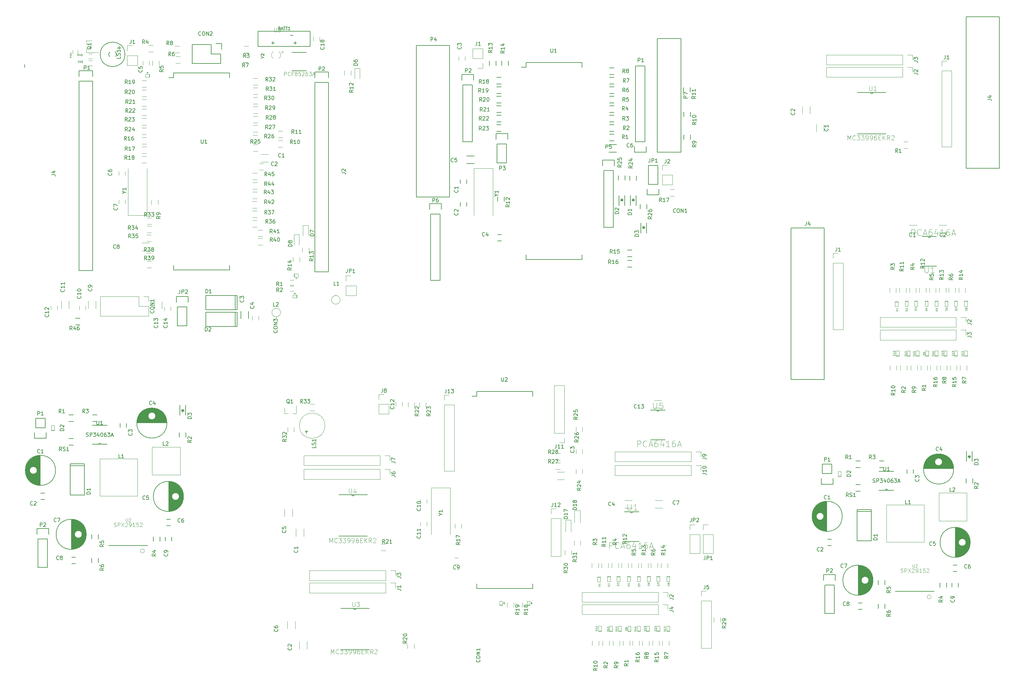
<source format=gbr>
G04 #@! TF.FileFunction,Legend,Top*
%FSLAX46Y46*%
G04 Gerber Fmt 4.6, Leading zero omitted, Abs format (unit mm)*
G04 Created by KiCad (PCBNEW 4.0.6-e0-6349~53~ubuntu14.04.1) date Tue Jan 16 08:33:42 2018*
%MOMM*%
%LPD*%
G01*
G04 APERTURE LIST*
%ADD10C,0.100000*%
%ADD11C,0.200000*%
%ADD12C,0.120000*%
%ADD13C,0.152400*%
%ADD14C,0.050000*%
%ADD15C,0.150000*%
%ADD16C,0.127000*%
%ADD17C,0.203200*%
%ADD18C,0.125000*%
G04 APERTURE END LIST*
D10*
D11*
X20574000Y-28067000D02*
X20574000Y-27317700D01*
D12*
X237049000Y-98358000D02*
X239709000Y-98358000D01*
X237049000Y-80518000D02*
X237049000Y-98358000D01*
X239709000Y-80518000D02*
X239709000Y-98358000D01*
X237049000Y-80518000D02*
X239709000Y-80518000D01*
X237049000Y-79248000D02*
X237049000Y-77918000D01*
X237049000Y-77918000D02*
X238379000Y-77918000D01*
X259445000Y-70354000D02*
X257445000Y-70354000D01*
X257445000Y-72394000D02*
X259445000Y-72394000D01*
X260549500Y-109248500D02*
X260549500Y-108048500D01*
X262309500Y-108048500D02*
X262309500Y-109248500D01*
X255088500Y-109248500D02*
X255088500Y-108048500D01*
X256848500Y-108048500D02*
X256848500Y-109248500D01*
X253927500Y-87220500D02*
X253927500Y-88420500D01*
X252167500Y-88420500D02*
X252167500Y-87220500D01*
X259261500Y-87220500D02*
X259261500Y-88420500D01*
X257501500Y-88420500D02*
X257501500Y-87220500D01*
X264595500Y-87220500D02*
X264595500Y-88420500D01*
X262835500Y-88420500D02*
X262835500Y-87220500D01*
X269802500Y-87220500D02*
X269802500Y-88420500D01*
X268042500Y-88420500D02*
X268042500Y-87220500D01*
X271090500Y-109248500D02*
X271090500Y-108048500D01*
X272850500Y-108048500D02*
X272850500Y-109248500D01*
X265756500Y-109248500D02*
X265756500Y-108048500D01*
X267516500Y-108048500D02*
X267516500Y-109248500D01*
X257882500Y-109248500D02*
X257882500Y-108048500D01*
X259642500Y-108048500D02*
X259642500Y-109248500D01*
X252294500Y-109248500D02*
X252294500Y-108048500D01*
X254054500Y-108048500D02*
X254054500Y-109248500D01*
X256594500Y-87220500D02*
X256594500Y-88420500D01*
X254834500Y-88420500D02*
X254834500Y-87220500D01*
X261928500Y-87220500D02*
X261928500Y-88420500D01*
X260168500Y-88420500D02*
X260168500Y-87220500D01*
X267262500Y-87220500D02*
X267262500Y-88420500D01*
X265502500Y-88420500D02*
X265502500Y-87220500D01*
X272469500Y-87220500D02*
X272469500Y-88420500D01*
X270709500Y-88420500D02*
X270709500Y-87220500D01*
X268423500Y-109248500D02*
X268423500Y-108048500D01*
X270183500Y-108048500D02*
X270183500Y-109248500D01*
X263089500Y-109248500D02*
X263089500Y-108048500D01*
X264849500Y-108048500D02*
X264849500Y-109248500D01*
D13*
X260896100Y-81368900D02*
X264756900Y-81368900D01*
X264756900Y-73444100D02*
X263131300Y-73444100D01*
X263131300Y-73444100D02*
X262521700Y-73444100D01*
X262521700Y-73444100D02*
X260896100Y-73444100D01*
X263131300Y-73444100D02*
G75*
G02X262521700Y-73444100I-304800J0D01*
G01*
D14*
X253663500Y-91030500D02*
X254463500Y-91030500D01*
X254463500Y-91030500D02*
X254463500Y-90830500D01*
X254463500Y-90830500D02*
X253663500Y-90830500D01*
X253663500Y-90830500D02*
X253663500Y-92230500D01*
X253663500Y-92230500D02*
X254463500Y-92230500D01*
X254463500Y-92230500D02*
X254463500Y-91030500D01*
X256330500Y-90903500D02*
X257130500Y-90903500D01*
X257130500Y-90903500D02*
X257130500Y-90703500D01*
X257130500Y-90703500D02*
X256330500Y-90703500D01*
X256330500Y-90703500D02*
X256330500Y-92103500D01*
X256330500Y-92103500D02*
X257130500Y-92103500D01*
X257130500Y-92103500D02*
X257130500Y-90903500D01*
X258870500Y-90903500D02*
X259670500Y-90903500D01*
X259670500Y-90903500D02*
X259670500Y-90703500D01*
X259670500Y-90703500D02*
X258870500Y-90703500D01*
X258870500Y-90703500D02*
X258870500Y-92103500D01*
X258870500Y-92103500D02*
X259670500Y-92103500D01*
X259670500Y-92103500D02*
X259670500Y-90903500D01*
X261664500Y-90903500D02*
X262464500Y-90903500D01*
X262464500Y-90903500D02*
X262464500Y-90703500D01*
X262464500Y-90703500D02*
X261664500Y-90703500D01*
X261664500Y-90703500D02*
X261664500Y-92103500D01*
X261664500Y-92103500D02*
X262464500Y-92103500D01*
X262464500Y-92103500D02*
X262464500Y-90903500D01*
X264331500Y-90903500D02*
X265131500Y-90903500D01*
X265131500Y-90903500D02*
X265131500Y-90703500D01*
X265131500Y-90703500D02*
X264331500Y-90703500D01*
X264331500Y-90703500D02*
X264331500Y-92103500D01*
X264331500Y-92103500D02*
X265131500Y-92103500D01*
X265131500Y-92103500D02*
X265131500Y-90903500D01*
X266998500Y-90903500D02*
X267798500Y-90903500D01*
X267798500Y-90903500D02*
X267798500Y-90703500D01*
X267798500Y-90703500D02*
X266998500Y-90703500D01*
X266998500Y-90703500D02*
X266998500Y-92103500D01*
X266998500Y-92103500D02*
X267798500Y-92103500D01*
X267798500Y-92103500D02*
X267798500Y-90903500D01*
X269538500Y-90903500D02*
X270338500Y-90903500D01*
X270338500Y-90903500D02*
X270338500Y-90703500D01*
X270338500Y-90703500D02*
X269538500Y-90703500D01*
X269538500Y-90703500D02*
X269538500Y-92103500D01*
X269538500Y-92103500D02*
X270338500Y-92103500D01*
X270338500Y-92103500D02*
X270338500Y-90903500D01*
X272205500Y-90903500D02*
X273005500Y-90903500D01*
X273005500Y-90903500D02*
X273005500Y-90703500D01*
X273005500Y-90703500D02*
X272205500Y-90703500D01*
X272205500Y-90703500D02*
X272205500Y-92103500D01*
X272205500Y-92103500D02*
X273005500Y-92103500D01*
X273005500Y-92103500D02*
X273005500Y-90903500D01*
X262591500Y-105311500D02*
X261791500Y-105311500D01*
X261791500Y-105311500D02*
X261791500Y-105511500D01*
X261791500Y-105511500D02*
X262591500Y-105511500D01*
X262591500Y-105511500D02*
X262591500Y-104111500D01*
X262591500Y-104111500D02*
X261791500Y-104111500D01*
X261791500Y-104111500D02*
X261791500Y-105311500D01*
X260051500Y-105311500D02*
X259251500Y-105311500D01*
X259251500Y-105311500D02*
X259251500Y-105511500D01*
X259251500Y-105511500D02*
X260051500Y-105511500D01*
X260051500Y-105511500D02*
X260051500Y-104111500D01*
X260051500Y-104111500D02*
X259251500Y-104111500D01*
X259251500Y-104111500D02*
X259251500Y-105311500D01*
X257638500Y-105311500D02*
X256838500Y-105311500D01*
X256838500Y-105311500D02*
X256838500Y-105511500D01*
X256838500Y-105511500D02*
X257638500Y-105511500D01*
X257638500Y-105511500D02*
X257638500Y-104111500D01*
X257638500Y-104111500D02*
X256838500Y-104111500D01*
X256838500Y-104111500D02*
X256838500Y-105311500D01*
X254717500Y-105311500D02*
X253917500Y-105311500D01*
X253917500Y-105311500D02*
X253917500Y-105511500D01*
X253917500Y-105511500D02*
X254717500Y-105511500D01*
X254717500Y-105511500D02*
X254717500Y-104111500D01*
X254717500Y-104111500D02*
X253917500Y-104111500D01*
X253917500Y-104111500D02*
X253917500Y-105311500D01*
X273005500Y-105311500D02*
X272205500Y-105311500D01*
X272205500Y-105311500D02*
X272205500Y-105511500D01*
X272205500Y-105511500D02*
X273005500Y-105511500D01*
X273005500Y-105511500D02*
X273005500Y-104111500D01*
X273005500Y-104111500D02*
X272205500Y-104111500D01*
X272205500Y-104111500D02*
X272205500Y-105311500D01*
X270338500Y-105311500D02*
X269538500Y-105311500D01*
X269538500Y-105311500D02*
X269538500Y-105511500D01*
X269538500Y-105511500D02*
X270338500Y-105511500D01*
X270338500Y-105511500D02*
X270338500Y-104111500D01*
X270338500Y-104111500D02*
X269538500Y-104111500D01*
X269538500Y-104111500D02*
X269538500Y-105311500D01*
X267544500Y-105311500D02*
X266744500Y-105311500D01*
X266744500Y-105311500D02*
X266744500Y-105511500D01*
X266744500Y-105511500D02*
X267544500Y-105511500D01*
X267544500Y-105511500D02*
X267544500Y-104111500D01*
X267544500Y-104111500D02*
X266744500Y-104111500D01*
X266744500Y-104111500D02*
X266744500Y-105311500D01*
X265131500Y-105311500D02*
X264331500Y-105311500D01*
X264331500Y-105311500D02*
X264331500Y-105511500D01*
X264331500Y-105511500D02*
X265131500Y-105511500D01*
X265131500Y-105511500D02*
X265131500Y-104111500D01*
X265131500Y-104111500D02*
X264331500Y-104111500D01*
X264331500Y-104111500D02*
X264331500Y-105311500D01*
D12*
X265446000Y-72394000D02*
X267446000Y-72394000D01*
X267446000Y-70354000D02*
X265446000Y-70354000D01*
D15*
X225806000Y-71120000D02*
X225806000Y-111760000D01*
X225806000Y-111760000D02*
X234696000Y-111760000D01*
X234696000Y-111760000D02*
X234696000Y-71120000D01*
X234696000Y-71120000D02*
X225806000Y-71120000D01*
D12*
X249622000Y-95063000D02*
X249622000Y-97723000D01*
X270002000Y-95063000D02*
X249622000Y-95063000D01*
X270002000Y-97723000D02*
X249622000Y-97723000D01*
X270002000Y-95063000D02*
X270002000Y-97723000D01*
X271272000Y-95063000D02*
X272602000Y-95063000D01*
X272602000Y-95063000D02*
X272602000Y-96393000D01*
X249622000Y-98492000D02*
X249622000Y-101152000D01*
X270002000Y-98492000D02*
X249622000Y-98492000D01*
X270002000Y-101152000D02*
X249622000Y-101152000D01*
X270002000Y-98492000D02*
X270002000Y-101152000D01*
X271272000Y-98492000D02*
X272602000Y-98492000D01*
X272602000Y-98492000D02*
X272602000Y-99822000D01*
X96458000Y-70463000D02*
X95058000Y-70463000D01*
X95058000Y-70463000D02*
X95058000Y-73263000D01*
X96458000Y-70463000D02*
X96458000Y-73263000D01*
X89069400Y-93802200D02*
G75*
G03X89069400Y-93802200I-1160000J0D01*
G01*
X87909400Y-94962200D02*
X87909400Y-95242200D01*
X29298000Y-93083000D02*
X29298000Y-92083000D01*
X27598000Y-92083000D02*
X27598000Y-93083000D01*
D15*
X38731600Y-31788100D02*
X38731600Y-82588100D01*
X38731600Y-82588100D02*
X35131600Y-82588100D01*
X35131600Y-82588100D02*
X35131600Y-31788100D01*
X38731600Y-28968100D02*
X38731600Y-30518100D01*
X38731600Y-31788100D02*
X35131600Y-31788100D01*
X35131600Y-30518100D02*
X35131600Y-28968100D01*
X35131600Y-28968100D02*
X38731600Y-28968100D01*
D12*
X92575000Y-86468500D02*
X91575000Y-86468500D01*
X91575000Y-85108500D02*
X92575000Y-85108500D01*
X85836000Y-51431000D02*
X83836000Y-51431000D01*
X83836000Y-53471000D02*
X85836000Y-53471000D01*
X84447000Y-53887000D02*
X83447000Y-53887000D01*
X83447000Y-55587000D02*
X84447000Y-55587000D01*
X83222200Y-95826200D02*
X83222200Y-94826200D01*
X81522200Y-94826200D02*
X81522200Y-95826200D01*
X53936000Y-27424000D02*
X53936000Y-26424000D01*
X52236000Y-26424000D02*
X52236000Y-27424000D01*
X53959000Y-75154600D02*
X51959000Y-75154600D01*
X51959000Y-77194600D02*
X53959000Y-77194600D01*
X39628000Y-92694000D02*
X39628000Y-90694000D01*
X37588000Y-90694000D02*
X37588000Y-92694000D01*
X36918000Y-93083000D02*
X36918000Y-92083000D01*
X35218000Y-92083000D02*
X35218000Y-93083000D01*
X32389000Y-92694000D02*
X32389000Y-90694000D01*
X30349000Y-90694000D02*
X30349000Y-92694000D01*
X57281000Y-92821000D02*
X57281000Y-90821000D01*
X55241000Y-90821000D02*
X55241000Y-92821000D01*
X59651000Y-93337000D02*
X59651000Y-92337000D01*
X57951000Y-92337000D02*
X57951000Y-93337000D01*
X97829000Y-19921600D02*
X97829000Y-20921600D01*
X99529000Y-20921600D02*
X99529000Y-19921600D01*
X48013000Y-24892000D02*
X48013000Y-27552000D01*
X48013000Y-27552000D02*
X50793000Y-27552000D01*
X50793000Y-27552000D02*
X50793000Y-24892000D01*
X50793000Y-24892000D02*
X48013000Y-24892000D01*
X48013000Y-23622000D02*
X48013000Y-22232000D01*
X48013000Y-22232000D02*
X49403000Y-22232000D01*
X106560000Y-86614000D02*
X106560000Y-89274000D01*
X106560000Y-89274000D02*
X109340000Y-89274000D01*
X109340000Y-89274000D02*
X109340000Y-86614000D01*
X109340000Y-86614000D02*
X106560000Y-86614000D01*
X106560000Y-85344000D02*
X106560000Y-83954000D01*
X106560000Y-83954000D02*
X107950000Y-83954000D01*
X92575000Y-88056000D02*
X91575000Y-88056000D01*
X91575000Y-86696000D02*
X92575000Y-86696000D01*
X79283000Y-22361000D02*
X80483000Y-22361000D01*
X80483000Y-24121000D02*
X79283000Y-24121000D01*
X53756000Y-22107000D02*
X54956000Y-22107000D01*
X54956000Y-23867000D02*
X53756000Y-23867000D01*
X56506000Y-26324000D02*
X56506000Y-27524000D01*
X54746000Y-27524000D02*
X54746000Y-26324000D01*
X62195000Y-26915000D02*
X60995000Y-26915000D01*
X60995000Y-25155000D02*
X62195000Y-25155000D01*
X79029000Y-24901000D02*
X80229000Y-24901000D01*
X80229000Y-26661000D02*
X79029000Y-26661000D01*
X61941000Y-24121000D02*
X60741000Y-24121000D01*
X60741000Y-22361000D02*
X61941000Y-22361000D01*
X54492000Y-64862000D02*
X54492000Y-63662000D01*
X56252000Y-63662000D02*
X56252000Y-64862000D01*
X88665814Y-25724761D02*
G75*
G03X88665281Y-23825200I-781814J949561D01*
G01*
X87102186Y-25724761D02*
G75*
G02X87102719Y-23825200I781814J949561D01*
G01*
X105046000Y-90424000D02*
G75*
G03X105046000Y-90424000I-1160000J0D01*
G01*
X103886000Y-89264000D02*
X103886000Y-88984000D01*
X47459000Y-57015000D02*
X47459000Y-56015000D01*
X45759000Y-56015000D02*
X45759000Y-57015000D01*
X45759000Y-63635000D02*
X45759000Y-64635000D01*
X47459000Y-64635000D02*
X47459000Y-63635000D01*
X110301000Y-28299000D02*
X108901000Y-28299000D01*
X108901000Y-28299000D02*
X108901000Y-31099000D01*
X110301000Y-28299000D02*
X110301000Y-31099000D01*
X106181000Y-30191000D02*
X106181000Y-28991000D01*
X107941000Y-28991000D02*
X107941000Y-30191000D01*
X96638000Y-76489000D02*
X96638000Y-77689000D01*
X94878000Y-77689000D02*
X94878000Y-76489000D01*
D15*
X45844460Y-23337520D02*
X45844460Y-22336760D01*
X45344080Y-22837140D02*
X46344840Y-22837140D01*
X44795440Y-23886160D02*
X44894500Y-23987760D01*
X44894500Y-23987760D02*
X44993560Y-24188420D01*
X44993560Y-24188420D02*
X45095160Y-24488140D01*
X45095160Y-24488140D02*
X45095160Y-24686260D01*
X45095160Y-24686260D02*
X44993560Y-24985980D01*
X44993560Y-24985980D02*
X44894500Y-25186640D01*
X43294300Y-23987760D02*
X43195240Y-24188420D01*
X43195240Y-24188420D02*
X43093640Y-24488140D01*
X43093640Y-24488140D02*
X43093640Y-24686260D01*
X43093640Y-24686260D02*
X43195240Y-24985980D01*
X43195240Y-24985980D02*
X43294300Y-25186640D01*
X47393860Y-24587200D02*
G75*
G03X47393860Y-24587200I-3299460J0D01*
G01*
X70485000Y-21971000D02*
X65405000Y-21971000D01*
X73305000Y-21691000D02*
X73305000Y-23241000D01*
X73025000Y-24511000D02*
X70485000Y-24511000D01*
X70485000Y-24511000D02*
X70485000Y-21971000D01*
X65405000Y-21971000D02*
X65405000Y-27051000D01*
X65405000Y-27051000D02*
X70485000Y-27051000D01*
X73305000Y-21691000D02*
X71755000Y-21691000D01*
X73025000Y-27051000D02*
X73025000Y-24511000D01*
X70485000Y-27051000D02*
X73025000Y-27051000D01*
X35398000Y-97141000D02*
X34198000Y-97141000D01*
X34198000Y-95391000D02*
X35398000Y-95391000D01*
X60460000Y-29582000D02*
X60460000Y-30852000D01*
X75430000Y-29582000D02*
X75430000Y-30852000D01*
X75430000Y-82432000D02*
X75430000Y-81162000D01*
X60460000Y-82432000D02*
X60460000Y-81162000D01*
X60460000Y-29582000D02*
X75430000Y-29582000D01*
X60460000Y-82432000D02*
X75430000Y-82432000D01*
X60460000Y-30852000D02*
X59175000Y-30852000D01*
D14*
X93337000Y-89871500D02*
X93437000Y-89871500D01*
X93437000Y-89871500D02*
X93437000Y-89071500D01*
X93437000Y-89071500D02*
X93337000Y-89071500D01*
X93337000Y-89071500D02*
X93337000Y-89871500D01*
X92337000Y-89871500D02*
X92337000Y-89071500D01*
X92337000Y-89071500D02*
X93337000Y-89071500D01*
X93337000Y-89871500D02*
X92337000Y-89871500D01*
X92781500Y-83420000D02*
X92681500Y-83420000D01*
X92681500Y-83420000D02*
X92681500Y-84220000D01*
X92681500Y-84220000D02*
X92781500Y-84220000D01*
X92781500Y-84220000D02*
X92781500Y-83420000D01*
X93781500Y-83420000D02*
X93781500Y-84220000D01*
X93781500Y-84220000D02*
X92781500Y-84220000D01*
X92781500Y-83420000D02*
X93781500Y-83420000D01*
X53916200Y-30702200D02*
X54016200Y-30702200D01*
X54016200Y-30702200D02*
X54016200Y-29902200D01*
X54016200Y-29902200D02*
X53916200Y-29902200D01*
X53916200Y-29902200D02*
X53916200Y-30702200D01*
X52916200Y-30702200D02*
X52916200Y-29902200D01*
X52916200Y-29902200D02*
X53916200Y-29902200D01*
X53916200Y-30702200D02*
X52916200Y-30702200D01*
D15*
X101876000Y-32131000D02*
X101876000Y-82931000D01*
X101876000Y-82931000D02*
X98276000Y-82931000D01*
X98276000Y-82931000D02*
X98276000Y-32131000D01*
X101876000Y-29311000D02*
X101876000Y-30861000D01*
X101876000Y-32131000D02*
X98276000Y-32131000D01*
X98276000Y-30861000D02*
X98276000Y-29311000D01*
X98276000Y-29311000D02*
X101876000Y-29311000D01*
D10*
X89811200Y-23987200D02*
G75*
G03X89811200Y-23987200I-200000J0D01*
G01*
D16*
X92106200Y-24042200D02*
X96006200Y-24042200D01*
X92106200Y-28942200D02*
X96006200Y-28942200D01*
D15*
X61468000Y-92329000D02*
X61468000Y-97409000D01*
X61468000Y-97409000D02*
X64008000Y-97409000D01*
X64008000Y-97409000D02*
X64008000Y-92329000D01*
X64288000Y-89509000D02*
X64288000Y-91059000D01*
X64008000Y-92329000D02*
X61468000Y-92329000D01*
X61188000Y-91059000D02*
X61188000Y-89509000D01*
X61188000Y-89509000D02*
X64288000Y-89509000D01*
X76898500Y-89217500D02*
X76898500Y-93027500D01*
X69024500Y-89217500D02*
X69024500Y-93027500D01*
X69024500Y-93027500D02*
X77406500Y-93027500D01*
X77406500Y-93027500D02*
X77406500Y-89217500D01*
X77406500Y-89217500D02*
X69024500Y-89217500D01*
X76898500Y-93726000D02*
X76898500Y-97536000D01*
X69024500Y-93726000D02*
X69024500Y-97536000D01*
X69024500Y-97536000D02*
X77406500Y-97536000D01*
X77406500Y-97536000D02*
X77406500Y-93726000D01*
X77406500Y-93726000D02*
X69024500Y-93726000D01*
X80501600Y-95462600D02*
X80501600Y-93462600D01*
X78451600Y-93462600D02*
X78451600Y-95462600D01*
D12*
X51079400Y-89465800D02*
X40799400Y-89465800D01*
X40799400Y-89465800D02*
X40799400Y-94785800D01*
X40799400Y-94785800D02*
X53739400Y-94785800D01*
X53739400Y-94785800D02*
X53739400Y-92125800D01*
X53739400Y-92125800D02*
X51079400Y-92125800D01*
X51079400Y-92125800D02*
X51079400Y-89465800D01*
X52349400Y-89465800D02*
X53739400Y-89465800D01*
X53739400Y-89465800D02*
X53739400Y-90855800D01*
X37650800Y-26294800D02*
X38650800Y-26294800D01*
X38650800Y-27654800D02*
X37650800Y-27654800D01*
X37650800Y-24364400D02*
X38650800Y-24364400D01*
X38650800Y-25724400D02*
X37650800Y-25724400D01*
X34792200Y-23426800D02*
X34792200Y-24426800D01*
X33432200Y-24426800D02*
X33432200Y-23426800D01*
D15*
X83017600Y-18421600D02*
X83017600Y-22421600D01*
X83017600Y-22421600D02*
X97017600Y-22421600D01*
X97017600Y-22421600D02*
X97017600Y-18421600D01*
X97017600Y-18421600D02*
X83017600Y-18421600D01*
D12*
X53178000Y-48632000D02*
X51978000Y-48632000D01*
X51978000Y-46872000D02*
X53178000Y-46872000D01*
X53178000Y-51172000D02*
X51978000Y-51172000D01*
X51978000Y-49412000D02*
X53178000Y-49412000D01*
X53178000Y-53712000D02*
X51978000Y-53712000D01*
X51978000Y-51952000D02*
X53178000Y-51952000D01*
X51978000Y-31632000D02*
X53178000Y-31632000D01*
X53178000Y-33392000D02*
X51978000Y-33392000D01*
X51978000Y-34172000D02*
X53178000Y-34172000D01*
X53178000Y-35932000D02*
X51978000Y-35932000D01*
X51978000Y-36712000D02*
X53178000Y-36712000D01*
X53178000Y-38472000D02*
X51978000Y-38472000D01*
X51978000Y-39252000D02*
X53178000Y-39252000D01*
X53178000Y-41012000D02*
X51978000Y-41012000D01*
X51978000Y-41792000D02*
X53178000Y-41792000D01*
X53178000Y-43552000D02*
X51978000Y-43552000D01*
X51978000Y-44332000D02*
X53178000Y-44332000D01*
X53178000Y-46092000D02*
X51978000Y-46092000D01*
X82921400Y-50537000D02*
X81721400Y-50537000D01*
X81721400Y-48777000D02*
X82921400Y-48777000D01*
X82870600Y-47997000D02*
X81670600Y-47997000D01*
X81670600Y-46237000D02*
X82870600Y-46237000D01*
X82972200Y-45406200D02*
X81772200Y-45406200D01*
X81772200Y-43646200D02*
X82972200Y-43646200D01*
X82921400Y-42917000D02*
X81721400Y-42917000D01*
X81721400Y-41157000D02*
X82921400Y-41157000D01*
X82972200Y-40377000D02*
X81772200Y-40377000D01*
X81772200Y-38617000D02*
X82972200Y-38617000D01*
X82921400Y-37837000D02*
X81721400Y-37837000D01*
X81721400Y-36077000D02*
X82921400Y-36077000D01*
X82972200Y-35297000D02*
X81772200Y-35297000D01*
X81772200Y-33537000D02*
X82972200Y-33537000D01*
X82972200Y-32757000D02*
X81772200Y-32757000D01*
X81772200Y-30997000D02*
X82972200Y-30997000D01*
X54473400Y-70145800D02*
X53273400Y-70145800D01*
X53273400Y-68385800D02*
X54473400Y-68385800D01*
X54473400Y-72381000D02*
X53273400Y-72381000D01*
X53273400Y-70621000D02*
X54473400Y-70621000D01*
X54422600Y-74717800D02*
X53222600Y-74717800D01*
X53222600Y-72957800D02*
X54422600Y-72957800D01*
X81569000Y-69097000D02*
X82769000Y-69097000D01*
X82769000Y-70857000D02*
X81569000Y-70857000D01*
X81569000Y-66557000D02*
X82769000Y-66557000D01*
X82769000Y-68317000D02*
X81569000Y-68317000D01*
X54422600Y-79543800D02*
X53222600Y-79543800D01*
X53222600Y-77783800D02*
X54422600Y-77783800D01*
X54473400Y-81779000D02*
X53273400Y-81779000D01*
X53273400Y-80019000D02*
X54473400Y-80019000D01*
X83042200Y-73923000D02*
X84242200Y-73923000D01*
X84242200Y-75683000D02*
X83042200Y-75683000D01*
X82991400Y-71687800D02*
X84191400Y-71687800D01*
X84191400Y-73447800D02*
X82991400Y-73447800D01*
X81518200Y-64017000D02*
X82718200Y-64017000D01*
X82718200Y-65777000D02*
X81518200Y-65777000D01*
X81569000Y-61477000D02*
X82769000Y-61477000D01*
X82769000Y-63237000D02*
X81569000Y-63237000D01*
X81569000Y-58937000D02*
X82769000Y-58937000D01*
X82769000Y-60697000D02*
X81569000Y-60697000D01*
X81569000Y-56397000D02*
X82769000Y-56397000D01*
X82769000Y-58157000D02*
X81569000Y-58157000D01*
X88427000Y-47710200D02*
X89627000Y-47710200D01*
X89627000Y-49470200D02*
X88427000Y-49470200D01*
X88427000Y-45119400D02*
X89627000Y-45119400D01*
X89627000Y-46879400D02*
X88427000Y-46879400D01*
X94045000Y-72876000D02*
X92645000Y-72876000D01*
X92645000Y-72876000D02*
X92645000Y-75676000D01*
X94045000Y-72876000D02*
X94045000Y-75676000D01*
X94225000Y-79029000D02*
X94225000Y-80229000D01*
X92465000Y-80229000D02*
X92465000Y-79029000D01*
X37086000Y-20899000D02*
X37086000Y-21829000D01*
X37086000Y-24059000D02*
X37086000Y-23129000D01*
X37086000Y-24059000D02*
X40246000Y-24059000D01*
X37086000Y-20899000D02*
X38546000Y-20899000D01*
X48250000Y-55187000D02*
X48250000Y-67787000D01*
X48250000Y-67787000D02*
X53350000Y-67787000D01*
X53350000Y-67787000D02*
X53350000Y-55187000D01*
X266132000Y-49336000D02*
X268792000Y-49336000D01*
X266132000Y-28956000D02*
X266132000Y-49336000D01*
X268792000Y-28956000D02*
X268792000Y-49336000D01*
X266132000Y-28956000D02*
X268792000Y-28956000D01*
X266132000Y-27686000D02*
X266132000Y-26356000D01*
X266132000Y-26356000D02*
X267462000Y-26356000D01*
D15*
X281559000Y-55118000D02*
X281559000Y-14478000D01*
X281559000Y-14478000D02*
X272669000Y-14478000D01*
X272669000Y-14478000D02*
X272669000Y-55118000D01*
X272669000Y-55118000D02*
X281559000Y-55118000D01*
D13*
X243586000Y-45923200D02*
X251206000Y-45923200D01*
X251206000Y-34848800D02*
X247091200Y-34848800D01*
X247091200Y-34848800D02*
X243586000Y-34848800D01*
X247700800Y-34823400D02*
G75*
G02X247091200Y-34848800I-304800J-12700D01*
G01*
D12*
X230890000Y-40497000D02*
X230890000Y-38497000D01*
X228850000Y-38497000D02*
X228850000Y-40497000D01*
X255940000Y-48015000D02*
X257140000Y-48015000D01*
X257140000Y-49775000D02*
X255940000Y-49775000D01*
X235271000Y-28007000D02*
X235271000Y-30667000D01*
X255651000Y-28007000D02*
X235271000Y-28007000D01*
X255651000Y-30667000D02*
X235271000Y-30667000D01*
X255651000Y-28007000D02*
X255651000Y-30667000D01*
X256921000Y-28007000D02*
X258251000Y-28007000D01*
X258251000Y-28007000D02*
X258251000Y-29337000D01*
X235271000Y-24705000D02*
X235271000Y-27365000D01*
X255651000Y-24705000D02*
X235271000Y-24705000D01*
X255651000Y-27365000D02*
X235271000Y-27365000D01*
X255651000Y-24705000D02*
X255651000Y-27365000D01*
X256921000Y-24705000D02*
X258251000Y-24705000D01*
X258251000Y-24705000D02*
X258251000Y-26035000D01*
X234573000Y-45323000D02*
X234573000Y-43323000D01*
X232533000Y-43323000D02*
X232533000Y-45323000D01*
D15*
X23495000Y-124714000D02*
X23495000Y-122174000D01*
X23215000Y-127534000D02*
X23215000Y-125984000D01*
X23495000Y-124714000D02*
X26035000Y-124714000D01*
X26315000Y-125984000D02*
X26315000Y-127534000D01*
X26315000Y-127534000D02*
X23215000Y-127534000D01*
X26035000Y-124714000D02*
X26035000Y-122174000D01*
X26035000Y-122174000D02*
X23495000Y-122174000D01*
X24130000Y-154559000D02*
X24130000Y-162179000D01*
X26670000Y-154559000D02*
X26670000Y-162179000D01*
X26950000Y-151739000D02*
X26950000Y-153289000D01*
X24130000Y-162179000D02*
X26670000Y-162179000D01*
X26670000Y-154559000D02*
X24130000Y-154559000D01*
X23850000Y-153289000D02*
X23850000Y-151739000D01*
X23850000Y-151739000D02*
X26950000Y-151739000D01*
X32420000Y-127649000D02*
X33620000Y-127649000D01*
X33620000Y-129399000D02*
X32420000Y-129399000D01*
X32766000Y-134874000D02*
X36576000Y-134874000D01*
X32766000Y-142748000D02*
X36576000Y-142748000D01*
X36576000Y-142748000D02*
X36576000Y-134366000D01*
X36576000Y-134366000D02*
X32766000Y-134366000D01*
X32766000Y-134366000D02*
X32766000Y-142748000D01*
X24695000Y-140143000D02*
X24695000Y-132145000D01*
X24555000Y-140138000D02*
X24555000Y-132150000D01*
X24415000Y-140128000D02*
X24415000Y-132160000D01*
X24275000Y-140113000D02*
X24275000Y-132175000D01*
X24135000Y-140093000D02*
X24135000Y-132195000D01*
X23995000Y-140068000D02*
X23995000Y-132220000D01*
X23855000Y-140038000D02*
X23855000Y-136317000D01*
X23855000Y-135971000D02*
X23855000Y-132250000D01*
X23715000Y-140002000D02*
X23715000Y-136679000D01*
X23715000Y-135609000D02*
X23715000Y-132286000D01*
X23575000Y-139961000D02*
X23575000Y-136853000D01*
X23575000Y-135435000D02*
X23575000Y-132327000D01*
X23435000Y-139915000D02*
X23435000Y-136969000D01*
X23435000Y-135319000D02*
X23435000Y-132373000D01*
X23295000Y-139862000D02*
X23295000Y-137049000D01*
X23295000Y-135239000D02*
X23295000Y-132426000D01*
X23155000Y-139803000D02*
X23155000Y-137103000D01*
X23155000Y-135185000D02*
X23155000Y-132485000D01*
X23015000Y-139738000D02*
X23015000Y-137133000D01*
X23015000Y-135155000D02*
X23015000Y-132550000D01*
X22875000Y-139667000D02*
X22875000Y-137144000D01*
X22875000Y-135144000D02*
X22875000Y-132621000D01*
X22735000Y-139588000D02*
X22735000Y-137135000D01*
X22735000Y-135153000D02*
X22735000Y-132700000D01*
X22595000Y-139501000D02*
X22595000Y-137105000D01*
X22595000Y-135183000D02*
X22595000Y-132787000D01*
X22455000Y-139406000D02*
X22455000Y-137054000D01*
X22455000Y-135234000D02*
X22455000Y-132882000D01*
X22315000Y-139302000D02*
X22315000Y-136976000D01*
X22315000Y-135312000D02*
X22315000Y-132986000D01*
X22175000Y-139188000D02*
X22175000Y-136863000D01*
X22175000Y-135425000D02*
X22175000Y-133100000D01*
X22035000Y-139063000D02*
X22035000Y-136694000D01*
X22035000Y-135594000D02*
X22035000Y-133225000D01*
X21895000Y-138925000D02*
X21895000Y-136366000D01*
X21895000Y-135922000D02*
X21895000Y-133363000D01*
X21755000Y-138773000D02*
X21755000Y-133515000D01*
X21615000Y-138603000D02*
X21615000Y-133685000D01*
X21475000Y-138412000D02*
X21475000Y-133876000D01*
X21335000Y-138194000D02*
X21335000Y-134094000D01*
X21195000Y-137938000D02*
X21195000Y-134350000D01*
X21055000Y-137627000D02*
X21055000Y-134661000D01*
X20915000Y-137211000D02*
X20915000Y-135077000D01*
X20775000Y-136344000D02*
X20775000Y-135944000D01*
X23870000Y-136144000D02*
G75*
G03X23870000Y-136144000I-1000000J0D01*
G01*
X28807500Y-136144000D02*
G75*
G03X28807500Y-136144000I-4037500J0D01*
G01*
X24900000Y-143979000D02*
X25900000Y-143979000D01*
X25900000Y-142279000D02*
X24900000Y-142279000D01*
X46140000Y-123579000D02*
X46140000Y-124579000D01*
X47840000Y-124579000D02*
X47840000Y-123579000D01*
X50611000Y-123374000D02*
X58609000Y-123374000D01*
X50616000Y-123234000D02*
X58604000Y-123234000D01*
X50626000Y-123094000D02*
X58594000Y-123094000D01*
X50641000Y-122954000D02*
X58579000Y-122954000D01*
X50661000Y-122814000D02*
X58559000Y-122814000D01*
X50686000Y-122674000D02*
X58534000Y-122674000D01*
X50716000Y-122534000D02*
X54437000Y-122534000D01*
X54783000Y-122534000D02*
X58504000Y-122534000D01*
X50752000Y-122394000D02*
X54075000Y-122394000D01*
X55145000Y-122394000D02*
X58468000Y-122394000D01*
X50793000Y-122254000D02*
X53901000Y-122254000D01*
X55319000Y-122254000D02*
X58427000Y-122254000D01*
X50839000Y-122114000D02*
X53785000Y-122114000D01*
X55435000Y-122114000D02*
X58381000Y-122114000D01*
X50892000Y-121974000D02*
X53705000Y-121974000D01*
X55515000Y-121974000D02*
X58328000Y-121974000D01*
X50951000Y-121834000D02*
X53651000Y-121834000D01*
X55569000Y-121834000D02*
X58269000Y-121834000D01*
X51016000Y-121694000D02*
X53621000Y-121694000D01*
X55599000Y-121694000D02*
X58204000Y-121694000D01*
X51087000Y-121554000D02*
X53610000Y-121554000D01*
X55610000Y-121554000D02*
X58133000Y-121554000D01*
X51166000Y-121414000D02*
X53619000Y-121414000D01*
X55601000Y-121414000D02*
X58054000Y-121414000D01*
X51253000Y-121274000D02*
X53649000Y-121274000D01*
X55571000Y-121274000D02*
X57967000Y-121274000D01*
X51348000Y-121134000D02*
X53700000Y-121134000D01*
X55520000Y-121134000D02*
X57872000Y-121134000D01*
X51452000Y-120994000D02*
X53778000Y-120994000D01*
X55442000Y-120994000D02*
X57768000Y-120994000D01*
X51566000Y-120854000D02*
X53891000Y-120854000D01*
X55329000Y-120854000D02*
X57654000Y-120854000D01*
X51691000Y-120714000D02*
X54060000Y-120714000D01*
X55160000Y-120714000D02*
X57529000Y-120714000D01*
X51829000Y-120574000D02*
X54388000Y-120574000D01*
X54832000Y-120574000D02*
X57391000Y-120574000D01*
X51981000Y-120434000D02*
X57239000Y-120434000D01*
X52151000Y-120294000D02*
X57069000Y-120294000D01*
X52342000Y-120154000D02*
X56878000Y-120154000D01*
X52560000Y-120014000D02*
X56660000Y-120014000D01*
X52816000Y-119874000D02*
X56404000Y-119874000D01*
X53127000Y-119734000D02*
X56093000Y-119734000D01*
X53543000Y-119594000D02*
X55677000Y-119594000D01*
X54410000Y-119454000D02*
X54810000Y-119454000D01*
X55610000Y-121549000D02*
G75*
G03X55610000Y-121549000I-1000000J0D01*
G01*
X58647500Y-123449000D02*
G75*
G03X58647500Y-123449000I-4037500J0D01*
G01*
X59125000Y-139130000D02*
X59125000Y-147128000D01*
X59265000Y-139135000D02*
X59265000Y-147123000D01*
X59405000Y-139145000D02*
X59405000Y-147113000D01*
X59545000Y-139160000D02*
X59545000Y-147098000D01*
X59685000Y-139180000D02*
X59685000Y-147078000D01*
X59825000Y-139205000D02*
X59825000Y-147053000D01*
X59965000Y-139235000D02*
X59965000Y-142956000D01*
X59965000Y-143302000D02*
X59965000Y-147023000D01*
X60105000Y-139271000D02*
X60105000Y-142594000D01*
X60105000Y-143664000D02*
X60105000Y-146987000D01*
X60245000Y-139312000D02*
X60245000Y-142420000D01*
X60245000Y-143838000D02*
X60245000Y-146946000D01*
X60385000Y-139358000D02*
X60385000Y-142304000D01*
X60385000Y-143954000D02*
X60385000Y-146900000D01*
X60525000Y-139411000D02*
X60525000Y-142224000D01*
X60525000Y-144034000D02*
X60525000Y-146847000D01*
X60665000Y-139470000D02*
X60665000Y-142170000D01*
X60665000Y-144088000D02*
X60665000Y-146788000D01*
X60805000Y-139535000D02*
X60805000Y-142140000D01*
X60805000Y-144118000D02*
X60805000Y-146723000D01*
X60945000Y-139606000D02*
X60945000Y-142129000D01*
X60945000Y-144129000D02*
X60945000Y-146652000D01*
X61085000Y-139685000D02*
X61085000Y-142138000D01*
X61085000Y-144120000D02*
X61085000Y-146573000D01*
X61225000Y-139772000D02*
X61225000Y-142168000D01*
X61225000Y-144090000D02*
X61225000Y-146486000D01*
X61365000Y-139867000D02*
X61365000Y-142219000D01*
X61365000Y-144039000D02*
X61365000Y-146391000D01*
X61505000Y-139971000D02*
X61505000Y-142297000D01*
X61505000Y-143961000D02*
X61505000Y-146287000D01*
X61645000Y-140085000D02*
X61645000Y-142410000D01*
X61645000Y-143848000D02*
X61645000Y-146173000D01*
X61785000Y-140210000D02*
X61785000Y-142579000D01*
X61785000Y-143679000D02*
X61785000Y-146048000D01*
X61925000Y-140348000D02*
X61925000Y-142907000D01*
X61925000Y-143351000D02*
X61925000Y-145910000D01*
X62065000Y-140500000D02*
X62065000Y-145758000D01*
X62205000Y-140670000D02*
X62205000Y-145588000D01*
X62345000Y-140861000D02*
X62345000Y-145397000D01*
X62485000Y-141079000D02*
X62485000Y-145179000D01*
X62625000Y-141335000D02*
X62625000Y-144923000D01*
X62765000Y-141646000D02*
X62765000Y-144612000D01*
X62905000Y-142062000D02*
X62905000Y-144196000D01*
X63045000Y-142929000D02*
X63045000Y-143329000D01*
X61950000Y-143129000D02*
G75*
G03X61950000Y-143129000I-1000000J0D01*
G01*
X63087500Y-143129000D02*
G75*
G03X63087500Y-143129000I-4037500J0D01*
G01*
X59555000Y-149264000D02*
X58555000Y-149264000D01*
X58555000Y-150964000D02*
X59555000Y-150964000D01*
X33090000Y-149290000D02*
X33090000Y-157288000D01*
X33230000Y-149295000D02*
X33230000Y-157283000D01*
X33370000Y-149305000D02*
X33370000Y-157273000D01*
X33510000Y-149320000D02*
X33510000Y-157258000D01*
X33650000Y-149340000D02*
X33650000Y-157238000D01*
X33790000Y-149365000D02*
X33790000Y-157213000D01*
X33930000Y-149395000D02*
X33930000Y-153116000D01*
X33930000Y-153462000D02*
X33930000Y-157183000D01*
X34070000Y-149431000D02*
X34070000Y-152754000D01*
X34070000Y-153824000D02*
X34070000Y-157147000D01*
X34210000Y-149472000D02*
X34210000Y-152580000D01*
X34210000Y-153998000D02*
X34210000Y-157106000D01*
X34350000Y-149518000D02*
X34350000Y-152464000D01*
X34350000Y-154114000D02*
X34350000Y-157060000D01*
X34490000Y-149571000D02*
X34490000Y-152384000D01*
X34490000Y-154194000D02*
X34490000Y-157007000D01*
X34630000Y-149630000D02*
X34630000Y-152330000D01*
X34630000Y-154248000D02*
X34630000Y-156948000D01*
X34770000Y-149695000D02*
X34770000Y-152300000D01*
X34770000Y-154278000D02*
X34770000Y-156883000D01*
X34910000Y-149766000D02*
X34910000Y-152289000D01*
X34910000Y-154289000D02*
X34910000Y-156812000D01*
X35050000Y-149845000D02*
X35050000Y-152298000D01*
X35050000Y-154280000D02*
X35050000Y-156733000D01*
X35190000Y-149932000D02*
X35190000Y-152328000D01*
X35190000Y-154250000D02*
X35190000Y-156646000D01*
X35330000Y-150027000D02*
X35330000Y-152379000D01*
X35330000Y-154199000D02*
X35330000Y-156551000D01*
X35470000Y-150131000D02*
X35470000Y-152457000D01*
X35470000Y-154121000D02*
X35470000Y-156447000D01*
X35610000Y-150245000D02*
X35610000Y-152570000D01*
X35610000Y-154008000D02*
X35610000Y-156333000D01*
X35750000Y-150370000D02*
X35750000Y-152739000D01*
X35750000Y-153839000D02*
X35750000Y-156208000D01*
X35890000Y-150508000D02*
X35890000Y-153067000D01*
X35890000Y-153511000D02*
X35890000Y-156070000D01*
X36030000Y-150660000D02*
X36030000Y-155918000D01*
X36170000Y-150830000D02*
X36170000Y-155748000D01*
X36310000Y-151021000D02*
X36310000Y-155557000D01*
X36450000Y-151239000D02*
X36450000Y-155339000D01*
X36590000Y-151495000D02*
X36590000Y-155083000D01*
X36730000Y-151806000D02*
X36730000Y-154772000D01*
X36870000Y-152222000D02*
X36870000Y-154356000D01*
X37010000Y-153089000D02*
X37010000Y-153489000D01*
X35915000Y-153289000D02*
G75*
G03X35915000Y-153289000I-1000000J0D01*
G01*
X37052500Y-153289000D02*
G75*
G03X37052500Y-153289000I-4037500J0D01*
G01*
X34155000Y-159424000D02*
X33155000Y-159424000D01*
X33155000Y-161124000D02*
X34155000Y-161124000D01*
X58205000Y-154059000D02*
X58205000Y-155059000D01*
X59905000Y-155059000D02*
X59905000Y-154059000D01*
D14*
X28467000Y-125314000D02*
X27667000Y-125314000D01*
X27667000Y-125314000D02*
X27667000Y-125514000D01*
X27667000Y-125514000D02*
X28467000Y-125514000D01*
X28467000Y-125514000D02*
X28467000Y-124114000D01*
X28467000Y-124114000D02*
X27667000Y-124114000D01*
X27667000Y-124114000D02*
X27667000Y-125314000D01*
D15*
X62115000Y-118669000D02*
X62115000Y-121369000D01*
X63615000Y-118669000D02*
X63615000Y-121369000D01*
X62715000Y-120169000D02*
X62965000Y-120169000D01*
X62965000Y-120169000D02*
X62815000Y-120019000D01*
X63215000Y-119919000D02*
X62515000Y-119919000D01*
X62865000Y-120269000D02*
X62865000Y-120619000D01*
X62865000Y-119919000D02*
X63215000Y-120269000D01*
X63215000Y-120269000D02*
X62515000Y-120269000D01*
X62515000Y-120269000D02*
X62865000Y-119919000D01*
X32420000Y-121299000D02*
X33620000Y-121299000D01*
X33620000Y-123049000D02*
X32420000Y-123049000D01*
X63740000Y-126019000D02*
X63740000Y-127219000D01*
X61990000Y-127219000D02*
X61990000Y-126019000D01*
X38770000Y-121299000D02*
X39970000Y-121299000D01*
X39970000Y-123049000D02*
X38770000Y-123049000D01*
X56755000Y-153959000D02*
X56755000Y-155159000D01*
X55005000Y-155159000D02*
X55005000Y-153959000D01*
X40245000Y-153324000D02*
X40245000Y-154524000D01*
X38495000Y-154524000D02*
X38495000Y-153324000D01*
X40245000Y-159674000D02*
X40245000Y-160874000D01*
X38495000Y-160874000D02*
X38495000Y-159674000D01*
D13*
X42633900Y-124079000D02*
X38646100Y-124079000D01*
X38646100Y-129159000D02*
X42633900Y-129159000D01*
X40944800Y-129171700D02*
G75*
G03X40335200Y-129171700I-304800J0D01*
G01*
D14*
X62170000Y-137354000D02*
X54670000Y-137354000D01*
X54670000Y-137354000D02*
X54670000Y-129854000D01*
X62170000Y-129854000D02*
X54670000Y-129854000D01*
X62170000Y-137354000D02*
X62170000Y-129854000D01*
D17*
X43059390Y-156275070D02*
X53459390Y-156275070D01*
D10*
X52636590Y-157750070D02*
G75*
G03X52636590Y-157750070I-552200J0D01*
G01*
D14*
X40670000Y-133049000D02*
X50770000Y-133049000D01*
X50770000Y-133049000D02*
X50770000Y-143049000D01*
X40670000Y-143049000D02*
X50770000Y-143049000D01*
X40670000Y-143049000D02*
X40670000Y-133049000D01*
D15*
X234188000Y-137033000D02*
X234188000Y-134493000D01*
X233908000Y-139853000D02*
X233908000Y-138303000D01*
X234188000Y-137033000D02*
X236728000Y-137033000D01*
X237008000Y-138303000D02*
X237008000Y-139853000D01*
X237008000Y-139853000D02*
X233908000Y-139853000D01*
X236728000Y-137033000D02*
X236728000Y-134493000D01*
X236728000Y-134493000D02*
X234188000Y-134493000D01*
X234823000Y-166878000D02*
X234823000Y-174498000D01*
X237363000Y-166878000D02*
X237363000Y-174498000D01*
X237643000Y-164058000D02*
X237643000Y-165608000D01*
X234823000Y-174498000D02*
X237363000Y-174498000D01*
X237363000Y-166878000D02*
X234823000Y-166878000D01*
X234543000Y-165608000D02*
X234543000Y-164058000D01*
X234543000Y-164058000D02*
X237643000Y-164058000D01*
X243113000Y-139968000D02*
X244313000Y-139968000D01*
X244313000Y-141718000D02*
X243113000Y-141718000D01*
X243459000Y-147193000D02*
X247269000Y-147193000D01*
X243459000Y-155067000D02*
X247269000Y-155067000D01*
X247269000Y-155067000D02*
X247269000Y-146685000D01*
X247269000Y-146685000D02*
X243459000Y-146685000D01*
X243459000Y-146685000D02*
X243459000Y-155067000D01*
X235388000Y-152462000D02*
X235388000Y-144464000D01*
X235248000Y-152457000D02*
X235248000Y-144469000D01*
X235108000Y-152447000D02*
X235108000Y-144479000D01*
X234968000Y-152432000D02*
X234968000Y-144494000D01*
X234828000Y-152412000D02*
X234828000Y-144514000D01*
X234688000Y-152387000D02*
X234688000Y-144539000D01*
X234548000Y-152357000D02*
X234548000Y-148636000D01*
X234548000Y-148290000D02*
X234548000Y-144569000D01*
X234408000Y-152321000D02*
X234408000Y-148998000D01*
X234408000Y-147928000D02*
X234408000Y-144605000D01*
X234268000Y-152280000D02*
X234268000Y-149172000D01*
X234268000Y-147754000D02*
X234268000Y-144646000D01*
X234128000Y-152234000D02*
X234128000Y-149288000D01*
X234128000Y-147638000D02*
X234128000Y-144692000D01*
X233988000Y-152181000D02*
X233988000Y-149368000D01*
X233988000Y-147558000D02*
X233988000Y-144745000D01*
X233848000Y-152122000D02*
X233848000Y-149422000D01*
X233848000Y-147504000D02*
X233848000Y-144804000D01*
X233708000Y-152057000D02*
X233708000Y-149452000D01*
X233708000Y-147474000D02*
X233708000Y-144869000D01*
X233568000Y-151986000D02*
X233568000Y-149463000D01*
X233568000Y-147463000D02*
X233568000Y-144940000D01*
X233428000Y-151907000D02*
X233428000Y-149454000D01*
X233428000Y-147472000D02*
X233428000Y-145019000D01*
X233288000Y-151820000D02*
X233288000Y-149424000D01*
X233288000Y-147502000D02*
X233288000Y-145106000D01*
X233148000Y-151725000D02*
X233148000Y-149373000D01*
X233148000Y-147553000D02*
X233148000Y-145201000D01*
X233008000Y-151621000D02*
X233008000Y-149295000D01*
X233008000Y-147631000D02*
X233008000Y-145305000D01*
X232868000Y-151507000D02*
X232868000Y-149182000D01*
X232868000Y-147744000D02*
X232868000Y-145419000D01*
X232728000Y-151382000D02*
X232728000Y-149013000D01*
X232728000Y-147913000D02*
X232728000Y-145544000D01*
X232588000Y-151244000D02*
X232588000Y-148685000D01*
X232588000Y-148241000D02*
X232588000Y-145682000D01*
X232448000Y-151092000D02*
X232448000Y-145834000D01*
X232308000Y-150922000D02*
X232308000Y-146004000D01*
X232168000Y-150731000D02*
X232168000Y-146195000D01*
X232028000Y-150513000D02*
X232028000Y-146413000D01*
X231888000Y-150257000D02*
X231888000Y-146669000D01*
X231748000Y-149946000D02*
X231748000Y-146980000D01*
X231608000Y-149530000D02*
X231608000Y-147396000D01*
X231468000Y-148663000D02*
X231468000Y-148263000D01*
X234563000Y-148463000D02*
G75*
G03X234563000Y-148463000I-1000000J0D01*
G01*
X239500500Y-148463000D02*
G75*
G03X239500500Y-148463000I-4037500J0D01*
G01*
X235593000Y-156298000D02*
X236593000Y-156298000D01*
X236593000Y-154598000D02*
X235593000Y-154598000D01*
X256833000Y-135898000D02*
X256833000Y-136898000D01*
X258533000Y-136898000D02*
X258533000Y-135898000D01*
X261304000Y-135693000D02*
X269302000Y-135693000D01*
X261309000Y-135553000D02*
X269297000Y-135553000D01*
X261319000Y-135413000D02*
X269287000Y-135413000D01*
X261334000Y-135273000D02*
X269272000Y-135273000D01*
X261354000Y-135133000D02*
X269252000Y-135133000D01*
X261379000Y-134993000D02*
X269227000Y-134993000D01*
X261409000Y-134853000D02*
X265130000Y-134853000D01*
X265476000Y-134853000D02*
X269197000Y-134853000D01*
X261445000Y-134713000D02*
X264768000Y-134713000D01*
X265838000Y-134713000D02*
X269161000Y-134713000D01*
X261486000Y-134573000D02*
X264594000Y-134573000D01*
X266012000Y-134573000D02*
X269120000Y-134573000D01*
X261532000Y-134433000D02*
X264478000Y-134433000D01*
X266128000Y-134433000D02*
X269074000Y-134433000D01*
X261585000Y-134293000D02*
X264398000Y-134293000D01*
X266208000Y-134293000D02*
X269021000Y-134293000D01*
X261644000Y-134153000D02*
X264344000Y-134153000D01*
X266262000Y-134153000D02*
X268962000Y-134153000D01*
X261709000Y-134013000D02*
X264314000Y-134013000D01*
X266292000Y-134013000D02*
X268897000Y-134013000D01*
X261780000Y-133873000D02*
X264303000Y-133873000D01*
X266303000Y-133873000D02*
X268826000Y-133873000D01*
X261859000Y-133733000D02*
X264312000Y-133733000D01*
X266294000Y-133733000D02*
X268747000Y-133733000D01*
X261946000Y-133593000D02*
X264342000Y-133593000D01*
X266264000Y-133593000D02*
X268660000Y-133593000D01*
X262041000Y-133453000D02*
X264393000Y-133453000D01*
X266213000Y-133453000D02*
X268565000Y-133453000D01*
X262145000Y-133313000D02*
X264471000Y-133313000D01*
X266135000Y-133313000D02*
X268461000Y-133313000D01*
X262259000Y-133173000D02*
X264584000Y-133173000D01*
X266022000Y-133173000D02*
X268347000Y-133173000D01*
X262384000Y-133033000D02*
X264753000Y-133033000D01*
X265853000Y-133033000D02*
X268222000Y-133033000D01*
X262522000Y-132893000D02*
X265081000Y-132893000D01*
X265525000Y-132893000D02*
X268084000Y-132893000D01*
X262674000Y-132753000D02*
X267932000Y-132753000D01*
X262844000Y-132613000D02*
X267762000Y-132613000D01*
X263035000Y-132473000D02*
X267571000Y-132473000D01*
X263253000Y-132333000D02*
X267353000Y-132333000D01*
X263509000Y-132193000D02*
X267097000Y-132193000D01*
X263820000Y-132053000D02*
X266786000Y-132053000D01*
X264236000Y-131913000D02*
X266370000Y-131913000D01*
X265103000Y-131773000D02*
X265503000Y-131773000D01*
X266303000Y-133868000D02*
G75*
G03X266303000Y-133868000I-1000000J0D01*
G01*
X269340500Y-135768000D02*
G75*
G03X269340500Y-135768000I-4037500J0D01*
G01*
X269818000Y-151449000D02*
X269818000Y-159447000D01*
X269958000Y-151454000D02*
X269958000Y-159442000D01*
X270098000Y-151464000D02*
X270098000Y-159432000D01*
X270238000Y-151479000D02*
X270238000Y-159417000D01*
X270378000Y-151499000D02*
X270378000Y-159397000D01*
X270518000Y-151524000D02*
X270518000Y-159372000D01*
X270658000Y-151554000D02*
X270658000Y-155275000D01*
X270658000Y-155621000D02*
X270658000Y-159342000D01*
X270798000Y-151590000D02*
X270798000Y-154913000D01*
X270798000Y-155983000D02*
X270798000Y-159306000D01*
X270938000Y-151631000D02*
X270938000Y-154739000D01*
X270938000Y-156157000D02*
X270938000Y-159265000D01*
X271078000Y-151677000D02*
X271078000Y-154623000D01*
X271078000Y-156273000D02*
X271078000Y-159219000D01*
X271218000Y-151730000D02*
X271218000Y-154543000D01*
X271218000Y-156353000D02*
X271218000Y-159166000D01*
X271358000Y-151789000D02*
X271358000Y-154489000D01*
X271358000Y-156407000D02*
X271358000Y-159107000D01*
X271498000Y-151854000D02*
X271498000Y-154459000D01*
X271498000Y-156437000D02*
X271498000Y-159042000D01*
X271638000Y-151925000D02*
X271638000Y-154448000D01*
X271638000Y-156448000D02*
X271638000Y-158971000D01*
X271778000Y-152004000D02*
X271778000Y-154457000D01*
X271778000Y-156439000D02*
X271778000Y-158892000D01*
X271918000Y-152091000D02*
X271918000Y-154487000D01*
X271918000Y-156409000D02*
X271918000Y-158805000D01*
X272058000Y-152186000D02*
X272058000Y-154538000D01*
X272058000Y-156358000D02*
X272058000Y-158710000D01*
X272198000Y-152290000D02*
X272198000Y-154616000D01*
X272198000Y-156280000D02*
X272198000Y-158606000D01*
X272338000Y-152404000D02*
X272338000Y-154729000D01*
X272338000Y-156167000D02*
X272338000Y-158492000D01*
X272478000Y-152529000D02*
X272478000Y-154898000D01*
X272478000Y-155998000D02*
X272478000Y-158367000D01*
X272618000Y-152667000D02*
X272618000Y-155226000D01*
X272618000Y-155670000D02*
X272618000Y-158229000D01*
X272758000Y-152819000D02*
X272758000Y-158077000D01*
X272898000Y-152989000D02*
X272898000Y-157907000D01*
X273038000Y-153180000D02*
X273038000Y-157716000D01*
X273178000Y-153398000D02*
X273178000Y-157498000D01*
X273318000Y-153654000D02*
X273318000Y-157242000D01*
X273458000Y-153965000D02*
X273458000Y-156931000D01*
X273598000Y-154381000D02*
X273598000Y-156515000D01*
X273738000Y-155248000D02*
X273738000Y-155648000D01*
X272643000Y-155448000D02*
G75*
G03X272643000Y-155448000I-1000000J0D01*
G01*
X273780500Y-155448000D02*
G75*
G03X273780500Y-155448000I-4037500J0D01*
G01*
X270248000Y-161583000D02*
X269248000Y-161583000D01*
X269248000Y-163283000D02*
X270248000Y-163283000D01*
X243783000Y-161609000D02*
X243783000Y-169607000D01*
X243923000Y-161614000D02*
X243923000Y-169602000D01*
X244063000Y-161624000D02*
X244063000Y-169592000D01*
X244203000Y-161639000D02*
X244203000Y-169577000D01*
X244343000Y-161659000D02*
X244343000Y-169557000D01*
X244483000Y-161684000D02*
X244483000Y-169532000D01*
X244623000Y-161714000D02*
X244623000Y-165435000D01*
X244623000Y-165781000D02*
X244623000Y-169502000D01*
X244763000Y-161750000D02*
X244763000Y-165073000D01*
X244763000Y-166143000D02*
X244763000Y-169466000D01*
X244903000Y-161791000D02*
X244903000Y-164899000D01*
X244903000Y-166317000D02*
X244903000Y-169425000D01*
X245043000Y-161837000D02*
X245043000Y-164783000D01*
X245043000Y-166433000D02*
X245043000Y-169379000D01*
X245183000Y-161890000D02*
X245183000Y-164703000D01*
X245183000Y-166513000D02*
X245183000Y-169326000D01*
X245323000Y-161949000D02*
X245323000Y-164649000D01*
X245323000Y-166567000D02*
X245323000Y-169267000D01*
X245463000Y-162014000D02*
X245463000Y-164619000D01*
X245463000Y-166597000D02*
X245463000Y-169202000D01*
X245603000Y-162085000D02*
X245603000Y-164608000D01*
X245603000Y-166608000D02*
X245603000Y-169131000D01*
X245743000Y-162164000D02*
X245743000Y-164617000D01*
X245743000Y-166599000D02*
X245743000Y-169052000D01*
X245883000Y-162251000D02*
X245883000Y-164647000D01*
X245883000Y-166569000D02*
X245883000Y-168965000D01*
X246023000Y-162346000D02*
X246023000Y-164698000D01*
X246023000Y-166518000D02*
X246023000Y-168870000D01*
X246163000Y-162450000D02*
X246163000Y-164776000D01*
X246163000Y-166440000D02*
X246163000Y-168766000D01*
X246303000Y-162564000D02*
X246303000Y-164889000D01*
X246303000Y-166327000D02*
X246303000Y-168652000D01*
X246443000Y-162689000D02*
X246443000Y-165058000D01*
X246443000Y-166158000D02*
X246443000Y-168527000D01*
X246583000Y-162827000D02*
X246583000Y-165386000D01*
X246583000Y-165830000D02*
X246583000Y-168389000D01*
X246723000Y-162979000D02*
X246723000Y-168237000D01*
X246863000Y-163149000D02*
X246863000Y-168067000D01*
X247003000Y-163340000D02*
X247003000Y-167876000D01*
X247143000Y-163558000D02*
X247143000Y-167658000D01*
X247283000Y-163814000D02*
X247283000Y-167402000D01*
X247423000Y-164125000D02*
X247423000Y-167091000D01*
X247563000Y-164541000D02*
X247563000Y-166675000D01*
X247703000Y-165408000D02*
X247703000Y-165808000D01*
X246608000Y-165608000D02*
G75*
G03X246608000Y-165608000I-1000000J0D01*
G01*
X247745500Y-165608000D02*
G75*
G03X247745500Y-165608000I-4037500J0D01*
G01*
X244848000Y-171743000D02*
X243848000Y-171743000D01*
X243848000Y-173443000D02*
X244848000Y-173443000D01*
X268898000Y-166378000D02*
X268898000Y-167378000D01*
X270598000Y-167378000D02*
X270598000Y-166378000D01*
D14*
X239160000Y-137633000D02*
X238360000Y-137633000D01*
X238360000Y-137633000D02*
X238360000Y-137833000D01*
X238360000Y-137833000D02*
X239160000Y-137833000D01*
X239160000Y-137833000D02*
X239160000Y-136433000D01*
X239160000Y-136433000D02*
X238360000Y-136433000D01*
X238360000Y-136433000D02*
X238360000Y-137633000D01*
D15*
X272808000Y-130988000D02*
X272808000Y-133688000D01*
X274308000Y-130988000D02*
X274308000Y-133688000D01*
X273408000Y-132488000D02*
X273658000Y-132488000D01*
X273658000Y-132488000D02*
X273508000Y-132338000D01*
X273908000Y-132238000D02*
X273208000Y-132238000D01*
X273558000Y-132588000D02*
X273558000Y-132938000D01*
X273558000Y-132238000D02*
X273908000Y-132588000D01*
X273908000Y-132588000D02*
X273208000Y-132588000D01*
X273208000Y-132588000D02*
X273558000Y-132238000D01*
X243113000Y-133618000D02*
X244313000Y-133618000D01*
X244313000Y-135368000D02*
X243113000Y-135368000D01*
X274433000Y-138338000D02*
X274433000Y-139538000D01*
X272683000Y-139538000D02*
X272683000Y-138338000D01*
X249463000Y-133618000D02*
X250663000Y-133618000D01*
X250663000Y-135368000D02*
X249463000Y-135368000D01*
X267448000Y-166278000D02*
X267448000Y-167478000D01*
X265698000Y-167478000D02*
X265698000Y-166278000D01*
X250938000Y-165643000D02*
X250938000Y-166843000D01*
X249188000Y-166843000D02*
X249188000Y-165643000D01*
X250938000Y-171993000D02*
X250938000Y-173193000D01*
X249188000Y-173193000D02*
X249188000Y-171993000D01*
D13*
X253326900Y-136398000D02*
X249339100Y-136398000D01*
X249339100Y-141478000D02*
X253326900Y-141478000D01*
X251637800Y-141490700D02*
G75*
G03X251028200Y-141490700I-304800J0D01*
G01*
D14*
X272863000Y-149673000D02*
X265363000Y-149673000D01*
X265363000Y-149673000D02*
X265363000Y-142173000D01*
X272863000Y-142173000D02*
X265363000Y-142173000D01*
X272863000Y-149673000D02*
X272863000Y-142173000D01*
D17*
X253752390Y-168594070D02*
X264152390Y-168594070D01*
D10*
X263329590Y-170069070D02*
G75*
G03X263329590Y-170069070I-552200J0D01*
G01*
D14*
X251363000Y-145368000D02*
X261463000Y-145368000D01*
X261463000Y-145368000D02*
X261463000Y-155368000D01*
X251363000Y-155368000D02*
X261463000Y-155368000D01*
X251363000Y-155368000D02*
X251363000Y-145368000D01*
D15*
X190119000Y-59436000D02*
X190119000Y-54356000D01*
X190119000Y-54356000D02*
X187579000Y-54356000D01*
X187579000Y-54356000D02*
X187579000Y-59436000D01*
X187299000Y-62256000D02*
X187299000Y-60706000D01*
X187579000Y-59436000D02*
X190119000Y-59436000D01*
X190399000Y-60706000D02*
X190399000Y-62256000D01*
X190399000Y-62256000D02*
X187299000Y-62256000D01*
D12*
X136818000Y-25154000D02*
X136818000Y-26154000D01*
X138518000Y-26154000D02*
X138518000Y-25154000D01*
X193329000Y-60842000D02*
X194529000Y-60842000D01*
X194529000Y-62602000D02*
X193329000Y-62602000D01*
X191329000Y-59496000D02*
X193989000Y-59496000D01*
X191329000Y-56896000D02*
X191329000Y-59496000D01*
X193989000Y-56896000D02*
X193989000Y-59496000D01*
X191329000Y-56896000D02*
X193989000Y-56896000D01*
X191329000Y-55626000D02*
X191329000Y-54296000D01*
X191329000Y-54296000D02*
X192659000Y-54296000D01*
X143189000Y-23054000D02*
X140529000Y-23054000D01*
X143189000Y-25654000D02*
X143189000Y-23054000D01*
X140529000Y-25654000D02*
X140529000Y-23054000D01*
X143189000Y-25654000D02*
X140529000Y-25654000D01*
X143189000Y-26924000D02*
X143189000Y-28254000D01*
X143189000Y-28254000D02*
X141859000Y-28254000D01*
D15*
X138899000Y-59174000D02*
X138899000Y-58174000D01*
X137199000Y-58174000D02*
X137199000Y-59174000D01*
X137199000Y-64270000D02*
X137199000Y-65270000D01*
X138899000Y-65270000D02*
X138899000Y-64270000D01*
X147201000Y-74637000D02*
X148201000Y-74637000D01*
X148201000Y-72937000D02*
X147201000Y-72937000D01*
X138954000Y-53857000D02*
X140954000Y-53857000D01*
X140954000Y-51807000D02*
X138954000Y-51807000D01*
X179054000Y-48759000D02*
X177054000Y-48759000D01*
X177054000Y-50809000D02*
X179054000Y-50809000D01*
X178400000Y-47738000D02*
X177200000Y-47738000D01*
X177200000Y-45988000D02*
X178400000Y-45988000D01*
X178400000Y-45198000D02*
X177200000Y-45198000D01*
X177200000Y-43448000D02*
X178400000Y-43448000D01*
X178400000Y-42658000D02*
X177200000Y-42658000D01*
X177200000Y-40908000D02*
X178400000Y-40908000D01*
X178400000Y-40118000D02*
X177200000Y-40118000D01*
X177200000Y-38368000D02*
X178400000Y-38368000D01*
X178400000Y-37578000D02*
X177200000Y-37578000D01*
X177200000Y-35828000D02*
X178400000Y-35828000D01*
X178400000Y-35038000D02*
X177200000Y-35038000D01*
X177200000Y-33288000D02*
X178400000Y-33288000D01*
X178400000Y-32498000D02*
X177200000Y-32498000D01*
X177200000Y-30748000D02*
X178400000Y-30748000D01*
X178400000Y-29958000D02*
X177200000Y-29958000D01*
X177200000Y-28208000D02*
X178400000Y-28208000D01*
X198868000Y-46136000D02*
X198868000Y-47336000D01*
X197118000Y-47336000D02*
X197118000Y-46136000D01*
X197118000Y-41240000D02*
X197118000Y-40040000D01*
X198868000Y-40040000D02*
X198868000Y-41240000D01*
X196991000Y-34636000D02*
X196991000Y-33436000D01*
X198741000Y-33436000D02*
X198741000Y-34636000D01*
X147207000Y-63973000D02*
X147207000Y-62773000D01*
X148957000Y-62773000D02*
X148957000Y-63973000D01*
X145048000Y-27524000D02*
X145048000Y-26324000D01*
X146798000Y-26324000D02*
X146798000Y-27524000D01*
X148350000Y-27524000D02*
X148350000Y-26324000D01*
X150100000Y-26324000D02*
X150100000Y-27524000D01*
X183226000Y-78853000D02*
X182026000Y-78853000D01*
X182026000Y-77103000D02*
X183226000Y-77103000D01*
X183226000Y-81647000D02*
X182026000Y-81647000D01*
X182026000Y-79897000D02*
X183226000Y-79897000D01*
X154821000Y-26788000D02*
X154821000Y-28058000D01*
X169791000Y-26788000D02*
X169791000Y-28058000D01*
X169791000Y-79638000D02*
X169791000Y-78368000D01*
X154821000Y-79638000D02*
X154821000Y-78368000D01*
X154821000Y-26788000D02*
X169791000Y-26788000D01*
X154821000Y-79638000D02*
X169791000Y-79638000D01*
X154821000Y-28058000D02*
X153536000Y-28058000D01*
X147066000Y-48641000D02*
X147066000Y-53721000D01*
X147066000Y-53721000D02*
X149606000Y-53721000D01*
X149606000Y-53721000D02*
X149606000Y-48641000D01*
X149886000Y-45821000D02*
X149886000Y-47371000D01*
X149606000Y-48641000D02*
X147066000Y-48641000D01*
X146786000Y-47371000D02*
X146786000Y-45821000D01*
X146786000Y-45821000D02*
X149886000Y-45821000D01*
X184150000Y-48006000D02*
X184150000Y-27686000D01*
X184150000Y-27686000D02*
X186690000Y-27686000D01*
X186690000Y-27686000D02*
X186690000Y-48006000D01*
X183870000Y-50826000D02*
X183870000Y-49276000D01*
X184150000Y-48006000D02*
X186690000Y-48006000D01*
X186970000Y-49276000D02*
X186970000Y-50826000D01*
X186970000Y-50826000D02*
X183870000Y-50826000D01*
X140462000Y-32766000D02*
X140462000Y-48006000D01*
X140462000Y-48006000D02*
X137922000Y-48006000D01*
X137922000Y-48006000D02*
X137922000Y-32766000D01*
X140742000Y-29946000D02*
X140742000Y-31496000D01*
X140462000Y-32766000D02*
X137922000Y-32766000D01*
X137642000Y-31496000D02*
X137642000Y-29946000D01*
X137642000Y-29946000D02*
X140742000Y-29946000D01*
X146974000Y-30748000D02*
X148174000Y-30748000D01*
X148174000Y-32498000D02*
X146974000Y-32498000D01*
X146974000Y-33288000D02*
X148174000Y-33288000D01*
X148174000Y-35038000D02*
X146974000Y-35038000D01*
X146974000Y-35828000D02*
X148174000Y-35828000D01*
X148174000Y-37578000D02*
X146974000Y-37578000D01*
X146974000Y-38368000D02*
X148174000Y-38368000D01*
X148174000Y-40118000D02*
X146974000Y-40118000D01*
X146974000Y-40908000D02*
X148174000Y-40908000D01*
X148174000Y-42658000D02*
X146974000Y-42658000D01*
X146974000Y-43448000D02*
X148174000Y-43448000D01*
X148174000Y-45198000D02*
X146974000Y-45198000D01*
X178181000Y-55753000D02*
X178181000Y-70993000D01*
X178181000Y-70993000D02*
X175641000Y-70993000D01*
X175641000Y-70993000D02*
X175641000Y-55753000D01*
X178461000Y-52933000D02*
X178461000Y-54483000D01*
X178181000Y-55753000D02*
X175641000Y-55753000D01*
X175361000Y-54483000D02*
X175361000Y-52933000D01*
X175361000Y-52933000D02*
X178461000Y-52933000D01*
X189992000Y-50800000D02*
X196342000Y-50800000D01*
X196342000Y-50800000D02*
X196342000Y-20320000D01*
X196342000Y-20320000D02*
X189992000Y-20320000D01*
X189992000Y-20320000D02*
X189992000Y-50800000D01*
X131826000Y-67437000D02*
X131826000Y-85217000D01*
X131826000Y-85217000D02*
X129286000Y-85217000D01*
X129286000Y-85217000D02*
X129286000Y-67437000D01*
X132106000Y-64617000D02*
X132106000Y-66167000D01*
X131826000Y-67437000D02*
X129286000Y-67437000D01*
X129006000Y-66167000D02*
X129006000Y-64617000D01*
X129006000Y-64617000D02*
X132106000Y-64617000D01*
X184265000Y-65100000D02*
X184265000Y-62400000D01*
X182765000Y-65100000D02*
X182765000Y-62400000D01*
X183665000Y-63600000D02*
X183415000Y-63600000D01*
X183415000Y-63600000D02*
X183565000Y-63750000D01*
X183165000Y-63850000D02*
X183865000Y-63850000D01*
X183515000Y-63500000D02*
X183515000Y-63150000D01*
X183515000Y-63850000D02*
X183165000Y-63500000D01*
X183165000Y-63500000D02*
X183865000Y-63500000D01*
X183865000Y-63500000D02*
X183515000Y-63850000D01*
X181217000Y-65100000D02*
X181217000Y-62400000D01*
X179717000Y-65100000D02*
X179717000Y-62400000D01*
X180617000Y-63600000D02*
X180367000Y-63600000D01*
X180367000Y-63600000D02*
X180517000Y-63750000D01*
X180117000Y-63850000D02*
X180817000Y-63850000D01*
X180467000Y-63500000D02*
X180467000Y-63150000D01*
X180467000Y-63850000D02*
X180117000Y-63500000D01*
X180117000Y-63500000D02*
X180817000Y-63500000D01*
X180817000Y-63500000D02*
X180467000Y-63850000D01*
X187059000Y-72466000D02*
X187059000Y-69766000D01*
X185559000Y-72466000D02*
X185559000Y-69766000D01*
X186459000Y-70966000D02*
X186209000Y-70966000D01*
X186209000Y-70966000D02*
X186359000Y-71116000D01*
X185959000Y-71216000D02*
X186659000Y-71216000D01*
X186309000Y-70866000D02*
X186309000Y-70516000D01*
X186309000Y-71216000D02*
X185959000Y-70866000D01*
X185959000Y-70866000D02*
X186659000Y-70866000D01*
X186659000Y-70866000D02*
X186309000Y-71216000D01*
X184390000Y-57185000D02*
X184390000Y-58385000D01*
X182640000Y-58385000D02*
X182640000Y-57185000D01*
X181342000Y-57058000D02*
X181342000Y-58258000D01*
X179592000Y-58258000D02*
X179592000Y-57058000D01*
X185434000Y-66005000D02*
X185434000Y-64805000D01*
X187184000Y-64805000D02*
X187184000Y-66005000D01*
X125476000Y-22225000D02*
X125476000Y-62865000D01*
X125476000Y-62865000D02*
X134366000Y-62865000D01*
X134366000Y-62865000D02*
X134366000Y-22225000D01*
X134366000Y-22225000D02*
X125476000Y-22225000D01*
D12*
X145933000Y-67749000D02*
X145933000Y-55149000D01*
X145933000Y-55149000D02*
X140833000Y-55149000D01*
X140833000Y-55149000D02*
X140833000Y-67749000D01*
X95336000Y-132180000D02*
X95336000Y-134840000D01*
X115716000Y-132180000D02*
X95336000Y-132180000D01*
X115716000Y-134840000D02*
X95336000Y-134840000D01*
X115716000Y-132180000D02*
X115716000Y-134840000D01*
X116986000Y-132180000D02*
X118316000Y-132180000D01*
X118316000Y-132180000D02*
X118316000Y-133510000D01*
X178648000Y-134847000D02*
X178648000Y-137507000D01*
X199028000Y-134847000D02*
X178648000Y-134847000D01*
X199028000Y-137507000D02*
X178648000Y-137507000D01*
X199028000Y-134847000D02*
X199028000Y-137507000D01*
X200298000Y-134847000D02*
X201628000Y-134847000D01*
X201628000Y-134847000D02*
X201628000Y-136177000D01*
X180812500Y-183068500D02*
X180812500Y-181868500D01*
X182572500Y-181868500D02*
X182572500Y-183068500D01*
X175351500Y-183068500D02*
X175351500Y-181868500D01*
X177111500Y-181868500D02*
X177111500Y-183068500D01*
X174190500Y-161040500D02*
X174190500Y-162240500D01*
X172430500Y-162240500D02*
X172430500Y-161040500D01*
X179524500Y-161040500D02*
X179524500Y-162240500D01*
X177764500Y-162240500D02*
X177764500Y-161040500D01*
X184858500Y-161040500D02*
X184858500Y-162240500D01*
X183098500Y-162240500D02*
X183098500Y-161040500D01*
X190065500Y-161040500D02*
X190065500Y-162240500D01*
X188305500Y-162240500D02*
X188305500Y-161040500D01*
X191353500Y-183068500D02*
X191353500Y-181868500D01*
X193113500Y-181868500D02*
X193113500Y-183068500D01*
X186019500Y-183068500D02*
X186019500Y-181868500D01*
X187779500Y-181868500D02*
X187779500Y-183068500D01*
X178145500Y-183068500D02*
X178145500Y-181868500D01*
X179905500Y-181868500D02*
X179905500Y-183068500D01*
X172557500Y-183068500D02*
X172557500Y-181868500D01*
X174317500Y-181868500D02*
X174317500Y-183068500D01*
X176857500Y-161040500D02*
X176857500Y-162240500D01*
X175097500Y-162240500D02*
X175097500Y-161040500D01*
X182191500Y-161040500D02*
X182191500Y-162240500D01*
X180431500Y-162240500D02*
X180431500Y-161040500D01*
X187525500Y-161040500D02*
X187525500Y-162240500D01*
X185765500Y-162240500D02*
X185765500Y-161040500D01*
X192732500Y-161040500D02*
X192732500Y-162240500D01*
X190972500Y-162240500D02*
X190972500Y-161040500D01*
X188686500Y-183068500D02*
X188686500Y-181868500D01*
X190446500Y-181868500D02*
X190446500Y-183068500D01*
X183352500Y-183068500D02*
X183352500Y-181868500D01*
X185112500Y-181868500D02*
X185112500Y-183068500D01*
D13*
X181159100Y-155188900D02*
X185019900Y-155188900D01*
X185019900Y-147264100D02*
X183394300Y-147264100D01*
X183394300Y-147264100D02*
X182784700Y-147264100D01*
X182784700Y-147264100D02*
X181159100Y-147264100D01*
X183394300Y-147264100D02*
G75*
G02X182784700Y-147264100I-304800J0D01*
G01*
D15*
X141632000Y-114959000D02*
X141632000Y-116229000D01*
X156602000Y-114959000D02*
X156602000Y-116229000D01*
X156602000Y-167809000D02*
X156602000Y-166539000D01*
X141632000Y-167809000D02*
X141632000Y-166539000D01*
X141632000Y-114959000D02*
X156602000Y-114959000D01*
X141632000Y-167809000D02*
X156602000Y-167809000D01*
X141632000Y-116229000D02*
X140347000Y-116229000D01*
D13*
X105175000Y-184259200D02*
X112795000Y-184259200D01*
X112795000Y-173184800D02*
X108680200Y-173184800D01*
X108680200Y-173184800D02*
X105175000Y-173184800D01*
X109289800Y-173159400D02*
G75*
G02X108680200Y-173184800I-304800J-12700D01*
G01*
D14*
X173926500Y-164850500D02*
X174726500Y-164850500D01*
X174726500Y-164850500D02*
X174726500Y-164650500D01*
X174726500Y-164650500D02*
X173926500Y-164650500D01*
X173926500Y-164650500D02*
X173926500Y-166050500D01*
X173926500Y-166050500D02*
X174726500Y-166050500D01*
X174726500Y-166050500D02*
X174726500Y-164850500D01*
X176593500Y-164723500D02*
X177393500Y-164723500D01*
X177393500Y-164723500D02*
X177393500Y-164523500D01*
X177393500Y-164523500D02*
X176593500Y-164523500D01*
X176593500Y-164523500D02*
X176593500Y-165923500D01*
X176593500Y-165923500D02*
X177393500Y-165923500D01*
X177393500Y-165923500D02*
X177393500Y-164723500D01*
X179133500Y-164723500D02*
X179933500Y-164723500D01*
X179933500Y-164723500D02*
X179933500Y-164523500D01*
X179933500Y-164523500D02*
X179133500Y-164523500D01*
X179133500Y-164523500D02*
X179133500Y-165923500D01*
X179133500Y-165923500D02*
X179933500Y-165923500D01*
X179933500Y-165923500D02*
X179933500Y-164723500D01*
X181927500Y-164723500D02*
X182727500Y-164723500D01*
X182727500Y-164723500D02*
X182727500Y-164523500D01*
X182727500Y-164523500D02*
X181927500Y-164523500D01*
X181927500Y-164523500D02*
X181927500Y-165923500D01*
X181927500Y-165923500D02*
X182727500Y-165923500D01*
X182727500Y-165923500D02*
X182727500Y-164723500D01*
X184594500Y-164723500D02*
X185394500Y-164723500D01*
X185394500Y-164723500D02*
X185394500Y-164523500D01*
X185394500Y-164523500D02*
X184594500Y-164523500D01*
X184594500Y-164523500D02*
X184594500Y-165923500D01*
X184594500Y-165923500D02*
X185394500Y-165923500D01*
X185394500Y-165923500D02*
X185394500Y-164723500D01*
X187261500Y-164723500D02*
X188061500Y-164723500D01*
X188061500Y-164723500D02*
X188061500Y-164523500D01*
X188061500Y-164523500D02*
X187261500Y-164523500D01*
X187261500Y-164523500D02*
X187261500Y-165923500D01*
X187261500Y-165923500D02*
X188061500Y-165923500D01*
X188061500Y-165923500D02*
X188061500Y-164723500D01*
X189801500Y-164723500D02*
X190601500Y-164723500D01*
X190601500Y-164723500D02*
X190601500Y-164523500D01*
X190601500Y-164523500D02*
X189801500Y-164523500D01*
X189801500Y-164523500D02*
X189801500Y-165923500D01*
X189801500Y-165923500D02*
X190601500Y-165923500D01*
X190601500Y-165923500D02*
X190601500Y-164723500D01*
X192468500Y-164723500D02*
X193268500Y-164723500D01*
X193268500Y-164723500D02*
X193268500Y-164523500D01*
X193268500Y-164523500D02*
X192468500Y-164523500D01*
X192468500Y-164523500D02*
X192468500Y-165923500D01*
X192468500Y-165923500D02*
X193268500Y-165923500D01*
X193268500Y-165923500D02*
X193268500Y-164723500D01*
X182854500Y-179131500D02*
X182054500Y-179131500D01*
X182054500Y-179131500D02*
X182054500Y-179331500D01*
X182054500Y-179331500D02*
X182854500Y-179331500D01*
X182854500Y-179331500D02*
X182854500Y-177931500D01*
X182854500Y-177931500D02*
X182054500Y-177931500D01*
X182054500Y-177931500D02*
X182054500Y-179131500D01*
X180314500Y-179131500D02*
X179514500Y-179131500D01*
X179514500Y-179131500D02*
X179514500Y-179331500D01*
X179514500Y-179331500D02*
X180314500Y-179331500D01*
X180314500Y-179331500D02*
X180314500Y-177931500D01*
X180314500Y-177931500D02*
X179514500Y-177931500D01*
X179514500Y-177931500D02*
X179514500Y-179131500D01*
X177901500Y-179131500D02*
X177101500Y-179131500D01*
X177101500Y-179131500D02*
X177101500Y-179331500D01*
X177101500Y-179331500D02*
X177901500Y-179331500D01*
X177901500Y-179331500D02*
X177901500Y-177931500D01*
X177901500Y-177931500D02*
X177101500Y-177931500D01*
X177101500Y-177931500D02*
X177101500Y-179131500D01*
X174980500Y-179131500D02*
X174180500Y-179131500D01*
X174180500Y-179131500D02*
X174180500Y-179331500D01*
X174180500Y-179331500D02*
X174980500Y-179331500D01*
X174980500Y-179331500D02*
X174980500Y-177931500D01*
X174980500Y-177931500D02*
X174180500Y-177931500D01*
X174180500Y-177931500D02*
X174180500Y-179131500D01*
X193268500Y-179131500D02*
X192468500Y-179131500D01*
X192468500Y-179131500D02*
X192468500Y-179331500D01*
X192468500Y-179331500D02*
X193268500Y-179331500D01*
X193268500Y-179331500D02*
X193268500Y-177931500D01*
X193268500Y-177931500D02*
X192468500Y-177931500D01*
X192468500Y-177931500D02*
X192468500Y-179131500D01*
X190601500Y-179131500D02*
X189801500Y-179131500D01*
X189801500Y-179131500D02*
X189801500Y-179331500D01*
X189801500Y-179331500D02*
X190601500Y-179331500D01*
X190601500Y-179331500D02*
X190601500Y-177931500D01*
X190601500Y-177931500D02*
X189801500Y-177931500D01*
X189801500Y-177931500D02*
X189801500Y-179131500D01*
X187807500Y-179131500D02*
X187007500Y-179131500D01*
X187007500Y-179131500D02*
X187007500Y-179331500D01*
X187007500Y-179331500D02*
X187807500Y-179331500D01*
X187807500Y-179331500D02*
X187807500Y-177931500D01*
X187807500Y-177931500D02*
X187007500Y-177931500D01*
X187007500Y-177931500D02*
X187007500Y-179131500D01*
X185394500Y-179131500D02*
X184594500Y-179131500D01*
X184594500Y-179131500D02*
X184594500Y-179331500D01*
X184594500Y-179331500D02*
X185394500Y-179331500D01*
X185394500Y-179331500D02*
X185394500Y-177931500D01*
X185394500Y-177931500D02*
X184594500Y-177931500D01*
X184594500Y-177931500D02*
X184594500Y-179131500D01*
D13*
X104667000Y-153779200D02*
X112287000Y-153779200D01*
X112287000Y-142704800D02*
X108172200Y-142704800D01*
X108172200Y-142704800D02*
X104667000Y-142704800D01*
X108781800Y-142679400D02*
G75*
G02X108172200Y-142704800I-304800J-12700D01*
G01*
D12*
X201762000Y-183862000D02*
X204422000Y-183862000D01*
X201762000Y-171102000D02*
X201762000Y-183862000D01*
X204422000Y-171102000D02*
X204422000Y-183862000D01*
X201762000Y-171102000D02*
X204422000Y-171102000D01*
X201762000Y-169832000D02*
X201762000Y-168502000D01*
X201762000Y-168502000D02*
X203092000Y-168502000D01*
X95273000Y-153814000D02*
X95273000Y-151814000D01*
X93233000Y-151814000D02*
X93233000Y-153814000D01*
X96162000Y-184040000D02*
X96162000Y-182040000D01*
X94122000Y-182040000D02*
X94122000Y-184040000D01*
X165103000Y-136554000D02*
X163103000Y-136554000D01*
X163103000Y-138594000D02*
X165103000Y-138594000D01*
X183264000Y-144174000D02*
X181264000Y-144174000D01*
X181264000Y-146214000D02*
X183264000Y-146214000D01*
X92225000Y-148480000D02*
X92225000Y-146480000D01*
X90185000Y-146480000D02*
X90185000Y-148480000D01*
X92987000Y-178579000D02*
X92987000Y-176579000D01*
X90947000Y-176579000D02*
X90947000Y-178579000D01*
X189392000Y-146214000D02*
X191392000Y-146214000D01*
X191392000Y-144174000D02*
X189392000Y-144174000D01*
X135663000Y-161284000D02*
X136663000Y-161284000D01*
X136663000Y-159584000D02*
X135663000Y-159584000D01*
X152047000Y-172845000D02*
X152047000Y-171645000D01*
X153807000Y-171645000D02*
X153807000Y-172845000D01*
X149761000Y-172845000D02*
X149761000Y-171645000D01*
X151521000Y-171645000D02*
X151521000Y-172845000D01*
X128250000Y-144932000D02*
X128250000Y-143932000D01*
X126550000Y-143932000D02*
X126550000Y-144932000D01*
X126550000Y-150028000D02*
X126550000Y-151028000D01*
X128250000Y-151028000D02*
X128250000Y-150028000D01*
X137551000Y-150436000D02*
X137551000Y-151636000D01*
X135791000Y-151636000D02*
X135791000Y-150436000D01*
X124851000Y-182694000D02*
X124851000Y-183894000D01*
X123091000Y-183894000D02*
X123091000Y-182694000D01*
X116005000Y-155871000D02*
X117205000Y-155871000D01*
X117205000Y-157631000D02*
X116005000Y-157631000D01*
X121646000Y-118897000D02*
X121646000Y-117897000D01*
X119946000Y-117897000D02*
X119946000Y-118897000D01*
X115402000Y-120997000D02*
X118062000Y-120997000D01*
X115402000Y-118397000D02*
X115402000Y-120997000D01*
X118062000Y-118397000D02*
X118062000Y-120997000D01*
X115402000Y-118397000D02*
X118062000Y-118397000D01*
X115402000Y-117127000D02*
X115402000Y-115797000D01*
X115402000Y-115797000D02*
X116732000Y-115797000D01*
X123218000Y-119124000D02*
X123218000Y-117924000D01*
X124978000Y-117924000D02*
X124978000Y-119124000D01*
X126266000Y-119124000D02*
X126266000Y-117924000D01*
X128026000Y-117924000D02*
X128026000Y-119124000D01*
X169936000Y-135831000D02*
X169936000Y-137031000D01*
X168176000Y-137031000D02*
X168176000Y-135831000D01*
X168176000Y-125728000D02*
X168176000Y-124528000D01*
X169936000Y-124528000D02*
X169936000Y-125728000D01*
X168176000Y-131697000D02*
X168176000Y-130497000D01*
X169936000Y-130497000D02*
X169936000Y-131697000D01*
X163941000Y-135914000D02*
X162741000Y-135914000D01*
X162741000Y-134154000D02*
X163941000Y-134154000D01*
X163941000Y-133374000D02*
X162741000Y-133374000D01*
X162741000Y-131614000D02*
X163941000Y-131614000D01*
D13*
X188207600Y-127947400D02*
X192068400Y-127947400D01*
X192068400Y-120022600D02*
X190442800Y-120022600D01*
X190442800Y-120022600D02*
X189833200Y-120022600D01*
X189833200Y-120022600D02*
X188207600Y-120022600D01*
X190442800Y-120022600D02*
G75*
G02X189833200Y-120022600I-304800J0D01*
G01*
D12*
X189138000Y-119417000D02*
X191138000Y-119417000D01*
X191138000Y-117377000D02*
X189138000Y-117377000D01*
X96860000Y-166343000D02*
X96860000Y-169003000D01*
X117240000Y-166343000D02*
X96860000Y-166343000D01*
X117240000Y-169003000D02*
X96860000Y-169003000D01*
X117240000Y-166343000D02*
X117240000Y-169003000D01*
X118510000Y-166343000D02*
X119840000Y-166343000D01*
X119840000Y-166343000D02*
X119840000Y-167673000D01*
X96860000Y-163041000D02*
X96860000Y-165701000D01*
X117240000Y-163041000D02*
X96860000Y-163041000D01*
X117240000Y-165701000D02*
X96860000Y-165701000D01*
X117240000Y-163041000D02*
X117240000Y-165701000D01*
X118510000Y-163041000D02*
X119840000Y-163041000D01*
X119840000Y-163041000D02*
X119840000Y-164371000D01*
X95336000Y-135863000D02*
X95336000Y-138523000D01*
X115716000Y-135863000D02*
X95336000Y-135863000D01*
X115716000Y-138523000D02*
X95336000Y-138523000D01*
X115716000Y-135863000D02*
X115716000Y-138523000D01*
X116986000Y-135863000D02*
X118316000Y-135863000D01*
X118316000Y-135863000D02*
X118316000Y-137193000D01*
X178648000Y-131164000D02*
X178648000Y-133824000D01*
X199028000Y-131164000D02*
X178648000Y-131164000D01*
X199028000Y-133824000D02*
X178648000Y-133824000D01*
X199028000Y-131164000D02*
X199028000Y-133824000D01*
X200298000Y-131164000D02*
X201628000Y-131164000D01*
X201628000Y-131164000D02*
X201628000Y-132494000D01*
X169821500Y-168819500D02*
X169821500Y-171479500D01*
X190201500Y-168819500D02*
X169821500Y-168819500D01*
X190201500Y-171479500D02*
X169821500Y-171479500D01*
X190201500Y-168819500D02*
X190201500Y-171479500D01*
X191471500Y-168819500D02*
X192801500Y-168819500D01*
X192801500Y-168819500D02*
X192801500Y-170149500D01*
X169821500Y-172121500D02*
X169821500Y-174781500D01*
X190201500Y-172121500D02*
X169821500Y-172121500D01*
X190201500Y-174781500D02*
X169821500Y-174781500D01*
X190201500Y-172121500D02*
X190201500Y-174781500D01*
X191471500Y-172121500D02*
X192801500Y-172121500D01*
X192801500Y-172121500D02*
X192801500Y-173451500D01*
X202270000Y-158462000D02*
X204930000Y-158462000D01*
X202270000Y-153322000D02*
X202270000Y-158462000D01*
X204930000Y-153322000D02*
X204930000Y-158462000D01*
X202270000Y-153322000D02*
X204930000Y-153322000D01*
X202270000Y-152052000D02*
X202270000Y-150722000D01*
X202270000Y-150722000D02*
X203600000Y-150722000D01*
X198714000Y-158462000D02*
X201374000Y-158462000D01*
X198714000Y-153322000D02*
X198714000Y-158462000D01*
X201374000Y-153322000D02*
X201374000Y-158462000D01*
X198714000Y-153322000D02*
X201374000Y-153322000D01*
X198714000Y-152052000D02*
X198714000Y-150722000D01*
X198714000Y-150722000D02*
X200044000Y-150722000D01*
X205133000Y-176782000D02*
X205133000Y-175582000D01*
X206893000Y-175582000D02*
X206893000Y-176782000D01*
X161503000Y-159224000D02*
X164163000Y-159224000D01*
X161503000Y-149004000D02*
X161503000Y-159224000D01*
X164163000Y-149004000D02*
X164163000Y-159224000D01*
X161503000Y-149004000D02*
X164163000Y-149004000D01*
X161503000Y-147734000D02*
X161503000Y-146404000D01*
X161503000Y-146404000D02*
X162833000Y-146404000D01*
X165385000Y-152671000D02*
X165385000Y-149471000D01*
X166885000Y-149471000D02*
X166885000Y-152671000D01*
X166885000Y-149471000D02*
X165385000Y-149471000D01*
X167798000Y-150131000D02*
X167798000Y-146931000D01*
X169298000Y-146931000D02*
X169298000Y-150131000D01*
X169298000Y-146931000D02*
X167798000Y-146931000D01*
X167015000Y-157548000D02*
X167015000Y-158748000D01*
X165255000Y-158748000D02*
X165255000Y-157548000D01*
X169428000Y-155008000D02*
X169428000Y-156208000D01*
X167668000Y-156208000D02*
X167668000Y-155008000D01*
X165052000Y-113384000D02*
X162392000Y-113384000D01*
X165052000Y-126144000D02*
X165052000Y-113384000D01*
X162392000Y-126144000D02*
X162392000Y-113384000D01*
X165052000Y-126144000D02*
X162392000Y-126144000D01*
X165052000Y-127414000D02*
X165052000Y-128744000D01*
X165052000Y-128744000D02*
X163722000Y-128744000D01*
X134522000Y-153380000D02*
X134522000Y-140780000D01*
X134522000Y-140780000D02*
X129422000Y-140780000D01*
X129422000Y-140780000D02*
X129422000Y-153380000D01*
D14*
X155067000Y-172237000D02*
X155067000Y-172337000D01*
X155067000Y-172337000D02*
X155867000Y-172337000D01*
X155867000Y-172337000D02*
X155867000Y-172237000D01*
X155867000Y-172237000D02*
X155067000Y-172237000D01*
X155067000Y-171237000D02*
X155867000Y-171237000D01*
X155867000Y-171237000D02*
X155867000Y-172237000D01*
X155067000Y-172237000D02*
X155067000Y-171237000D01*
X147701000Y-172237000D02*
X147701000Y-172337000D01*
X147701000Y-172337000D02*
X148501000Y-172337000D01*
X148501000Y-172337000D02*
X148501000Y-172237000D01*
X148501000Y-172237000D02*
X147701000Y-172237000D01*
X147701000Y-171237000D02*
X148501000Y-171237000D01*
X148501000Y-171237000D02*
X148501000Y-172237000D01*
X147701000Y-172237000D02*
X147701000Y-171237000D01*
D12*
X132928000Y-136364000D02*
X135588000Y-136364000D01*
X132928000Y-118524000D02*
X132928000Y-136364000D01*
X135588000Y-118524000D02*
X135588000Y-136364000D01*
X132928000Y-118524000D02*
X135588000Y-118524000D01*
X132928000Y-117254000D02*
X132928000Y-115924000D01*
X132928000Y-115924000D02*
X134258000Y-115924000D01*
X90960000Y-125855000D02*
X90960000Y-124655000D01*
X92720000Y-124655000D02*
X92720000Y-125855000D01*
X98155000Y-120166000D02*
X96955000Y-120166000D01*
X96955000Y-118406000D02*
X98155000Y-118406000D01*
X90133000Y-120935000D02*
X91063000Y-120935000D01*
X93293000Y-120935000D02*
X92363000Y-120935000D01*
X93293000Y-120935000D02*
X93293000Y-118775000D01*
X90133000Y-120935000D02*
X90133000Y-119475000D01*
X100955000Y-124163000D02*
G75*
G03X100955000Y-124163000I-3400000J0D01*
G01*
D15*
X238045667Y-76370381D02*
X238045667Y-77084667D01*
X237998047Y-77227524D01*
X237902809Y-77322762D01*
X237759952Y-77370381D01*
X237664714Y-77370381D01*
X239045667Y-77370381D02*
X238474238Y-77370381D01*
X238759952Y-77370381D02*
X238759952Y-76370381D01*
X238664714Y-76513238D01*
X238569476Y-76608476D01*
X238474238Y-76656095D01*
X258151334Y-73382143D02*
X258103715Y-73429762D01*
X257960858Y-73477381D01*
X257865620Y-73477381D01*
X257722762Y-73429762D01*
X257627524Y-73334524D01*
X257579905Y-73239286D01*
X257532286Y-73048810D01*
X257532286Y-72905952D01*
X257579905Y-72715476D01*
X257627524Y-72620238D01*
X257722762Y-72525000D01*
X257865620Y-72477381D01*
X257960858Y-72477381D01*
X258103715Y-72525000D01*
X258151334Y-72572619D01*
X259103715Y-73477381D02*
X258532286Y-73477381D01*
X258818000Y-73477381D02*
X258818000Y-72477381D01*
X258722762Y-72620238D01*
X258627524Y-72715476D01*
X258532286Y-72763095D01*
X261881881Y-114149166D02*
X261405690Y-114482500D01*
X261881881Y-114720595D02*
X260881881Y-114720595D01*
X260881881Y-114339642D01*
X260929500Y-114244404D01*
X260977119Y-114196785D01*
X261072357Y-114149166D01*
X261215214Y-114149166D01*
X261310452Y-114196785D01*
X261358071Y-114244404D01*
X261405690Y-114339642D01*
X261405690Y-114720595D01*
X261881881Y-113196785D02*
X261881881Y-113768214D01*
X261881881Y-113482500D02*
X260881881Y-113482500D01*
X261024738Y-113577738D01*
X261119976Y-113672976D01*
X261167595Y-113768214D01*
X256420881Y-114657166D02*
X255944690Y-114990500D01*
X256420881Y-115228595D02*
X255420881Y-115228595D01*
X255420881Y-114847642D01*
X255468500Y-114752404D01*
X255516119Y-114704785D01*
X255611357Y-114657166D01*
X255754214Y-114657166D01*
X255849452Y-114704785D01*
X255897071Y-114752404D01*
X255944690Y-114847642D01*
X255944690Y-115228595D01*
X255516119Y-114276214D02*
X255468500Y-114228595D01*
X255420881Y-114133357D01*
X255420881Y-113895261D01*
X255468500Y-113800023D01*
X255516119Y-113752404D01*
X255611357Y-113704785D01*
X255706595Y-113704785D01*
X255849452Y-113752404D01*
X256420881Y-114323833D01*
X256420881Y-113704785D01*
X253499881Y-81637166D02*
X253023690Y-81970500D01*
X253499881Y-82208595D02*
X252499881Y-82208595D01*
X252499881Y-81827642D01*
X252547500Y-81732404D01*
X252595119Y-81684785D01*
X252690357Y-81637166D01*
X252833214Y-81637166D01*
X252928452Y-81684785D01*
X252976071Y-81732404D01*
X253023690Y-81827642D01*
X253023690Y-82208595D01*
X252499881Y-81303833D02*
X252499881Y-80684785D01*
X252880833Y-81018119D01*
X252880833Y-80875261D01*
X252928452Y-80780023D01*
X252976071Y-80732404D01*
X253071310Y-80684785D01*
X253309405Y-80684785D01*
X253404643Y-80732404D01*
X253452262Y-80780023D01*
X253499881Y-80875261D01*
X253499881Y-81160976D01*
X253452262Y-81256214D01*
X253404643Y-81303833D01*
X258833881Y-81637166D02*
X258357690Y-81970500D01*
X258833881Y-82208595D02*
X257833881Y-82208595D01*
X257833881Y-81827642D01*
X257881500Y-81732404D01*
X257929119Y-81684785D01*
X258024357Y-81637166D01*
X258167214Y-81637166D01*
X258262452Y-81684785D01*
X258310071Y-81732404D01*
X258357690Y-81827642D01*
X258357690Y-82208595D01*
X258167214Y-80780023D02*
X258833881Y-80780023D01*
X257786262Y-81018119D02*
X258500548Y-81256214D01*
X258500548Y-80637166D01*
X263913881Y-84431166D02*
X263437690Y-84764500D01*
X263913881Y-85002595D02*
X262913881Y-85002595D01*
X262913881Y-84621642D01*
X262961500Y-84526404D01*
X263009119Y-84478785D01*
X263104357Y-84431166D01*
X263247214Y-84431166D01*
X263342452Y-84478785D01*
X263390071Y-84526404D01*
X263437690Y-84621642D01*
X263437690Y-85002595D01*
X262913881Y-83526404D02*
X262913881Y-84002595D01*
X263390071Y-84050214D01*
X263342452Y-84002595D01*
X263294833Y-83907357D01*
X263294833Y-83669261D01*
X263342452Y-83574023D01*
X263390071Y-83526404D01*
X263485310Y-83478785D01*
X263723405Y-83478785D01*
X263818643Y-83526404D01*
X263866262Y-83574023D01*
X263913881Y-83669261D01*
X263913881Y-83907357D01*
X263866262Y-84002595D01*
X263818643Y-84050214D01*
X269120881Y-84431166D02*
X268644690Y-84764500D01*
X269120881Y-85002595D02*
X268120881Y-85002595D01*
X268120881Y-84621642D01*
X268168500Y-84526404D01*
X268216119Y-84478785D01*
X268311357Y-84431166D01*
X268454214Y-84431166D01*
X268549452Y-84478785D01*
X268597071Y-84526404D01*
X268644690Y-84621642D01*
X268644690Y-85002595D01*
X268120881Y-83574023D02*
X268120881Y-83764500D01*
X268168500Y-83859738D01*
X268216119Y-83907357D01*
X268358976Y-84002595D01*
X268549452Y-84050214D01*
X268930405Y-84050214D01*
X269025643Y-84002595D01*
X269073262Y-83954976D01*
X269120881Y-83859738D01*
X269120881Y-83669261D01*
X269073262Y-83574023D01*
X269025643Y-83526404D01*
X268930405Y-83478785D01*
X268692310Y-83478785D01*
X268597071Y-83526404D01*
X268549452Y-83574023D01*
X268501833Y-83669261D01*
X268501833Y-83859738D01*
X268549452Y-83954976D01*
X268597071Y-84002595D01*
X268692310Y-84050214D01*
X272676881Y-112117166D02*
X272200690Y-112450500D01*
X272676881Y-112688595D02*
X271676881Y-112688595D01*
X271676881Y-112307642D01*
X271724500Y-112212404D01*
X271772119Y-112164785D01*
X271867357Y-112117166D01*
X272010214Y-112117166D01*
X272105452Y-112164785D01*
X272153071Y-112212404D01*
X272200690Y-112307642D01*
X272200690Y-112688595D01*
X271676881Y-111783833D02*
X271676881Y-111117166D01*
X272676881Y-111545738D01*
X267342881Y-112117166D02*
X266866690Y-112450500D01*
X267342881Y-112688595D02*
X266342881Y-112688595D01*
X266342881Y-112307642D01*
X266390500Y-112212404D01*
X266438119Y-112164785D01*
X266533357Y-112117166D01*
X266676214Y-112117166D01*
X266771452Y-112164785D01*
X266819071Y-112212404D01*
X266866690Y-112307642D01*
X266866690Y-112688595D01*
X266771452Y-111545738D02*
X266723833Y-111640976D01*
X266676214Y-111688595D01*
X266580976Y-111736214D01*
X266533357Y-111736214D01*
X266438119Y-111688595D01*
X266390500Y-111640976D01*
X266342881Y-111545738D01*
X266342881Y-111355261D01*
X266390500Y-111260023D01*
X266438119Y-111212404D01*
X266533357Y-111164785D01*
X266580976Y-111164785D01*
X266676214Y-111212404D01*
X266723833Y-111260023D01*
X266771452Y-111355261D01*
X266771452Y-111545738D01*
X266819071Y-111640976D01*
X266866690Y-111688595D01*
X266961929Y-111736214D01*
X267152405Y-111736214D01*
X267247643Y-111688595D01*
X267295262Y-111640976D01*
X267342881Y-111545738D01*
X267342881Y-111355261D01*
X267295262Y-111260023D01*
X267247643Y-111212404D01*
X267152405Y-111164785D01*
X266961929Y-111164785D01*
X266866690Y-111212404D01*
X266819071Y-111260023D01*
X266771452Y-111355261D01*
X259214881Y-114657166D02*
X258738690Y-114990500D01*
X259214881Y-115228595D02*
X258214881Y-115228595D01*
X258214881Y-114847642D01*
X258262500Y-114752404D01*
X258310119Y-114704785D01*
X258405357Y-114657166D01*
X258548214Y-114657166D01*
X258643452Y-114704785D01*
X258691071Y-114752404D01*
X258738690Y-114847642D01*
X258738690Y-115228595D01*
X259214881Y-114180976D02*
X259214881Y-113990500D01*
X259167262Y-113895261D01*
X259119643Y-113847642D01*
X258976786Y-113752404D01*
X258786310Y-113704785D01*
X258405357Y-113704785D01*
X258310119Y-113752404D01*
X258262500Y-113800023D01*
X258214881Y-113895261D01*
X258214881Y-114085738D01*
X258262500Y-114180976D01*
X258310119Y-114228595D01*
X258405357Y-114276214D01*
X258643452Y-114276214D01*
X258738690Y-114228595D01*
X258786310Y-114180976D01*
X258833929Y-114085738D01*
X258833929Y-113895261D01*
X258786310Y-113800023D01*
X258738690Y-113752404D01*
X258643452Y-113704785D01*
X253626881Y-115387357D02*
X253150690Y-115720691D01*
X253626881Y-115958786D02*
X252626881Y-115958786D01*
X252626881Y-115577833D01*
X252674500Y-115482595D01*
X252722119Y-115434976D01*
X252817357Y-115387357D01*
X252960214Y-115387357D01*
X253055452Y-115434976D01*
X253103071Y-115482595D01*
X253150690Y-115577833D01*
X253150690Y-115958786D01*
X253626881Y-114434976D02*
X253626881Y-115006405D01*
X253626881Y-114720691D02*
X252626881Y-114720691D01*
X252769738Y-114815929D01*
X252864976Y-114911167D01*
X252912595Y-115006405D01*
X252626881Y-113815929D02*
X252626881Y-113720690D01*
X252674500Y-113625452D01*
X252722119Y-113577833D01*
X252817357Y-113530214D01*
X253007833Y-113482595D01*
X253245929Y-113482595D01*
X253436405Y-113530214D01*
X253531643Y-113577833D01*
X253579262Y-113625452D01*
X253626881Y-113720690D01*
X253626881Y-113815929D01*
X253579262Y-113911167D01*
X253531643Y-113958786D01*
X253436405Y-114006405D01*
X253245929Y-114054024D01*
X253007833Y-114054024D01*
X252817357Y-114006405D01*
X252722119Y-113958786D01*
X252674500Y-113911167D01*
X252626881Y-113815929D01*
X255912881Y-82113357D02*
X255436690Y-82446691D01*
X255912881Y-82684786D02*
X254912881Y-82684786D01*
X254912881Y-82303833D01*
X254960500Y-82208595D01*
X255008119Y-82160976D01*
X255103357Y-82113357D01*
X255246214Y-82113357D01*
X255341452Y-82160976D01*
X255389071Y-82208595D01*
X255436690Y-82303833D01*
X255436690Y-82684786D01*
X255912881Y-81160976D02*
X255912881Y-81732405D01*
X255912881Y-81446691D02*
X254912881Y-81446691D01*
X255055738Y-81541929D01*
X255150976Y-81637167D01*
X255198595Y-81732405D01*
X255912881Y-80208595D02*
X255912881Y-80780024D01*
X255912881Y-80494310D02*
X254912881Y-80494310D01*
X255055738Y-80589548D01*
X255150976Y-80684786D01*
X255198595Y-80780024D01*
X261500881Y-81351357D02*
X261024690Y-81684691D01*
X261500881Y-81922786D02*
X260500881Y-81922786D01*
X260500881Y-81541833D01*
X260548500Y-81446595D01*
X260596119Y-81398976D01*
X260691357Y-81351357D01*
X260834214Y-81351357D01*
X260929452Y-81398976D01*
X260977071Y-81446595D01*
X261024690Y-81541833D01*
X261024690Y-81922786D01*
X261500881Y-80398976D02*
X261500881Y-80970405D01*
X261500881Y-80684691D02*
X260500881Y-80684691D01*
X260643738Y-80779929D01*
X260738976Y-80875167D01*
X260786595Y-80970405D01*
X260596119Y-80018024D02*
X260548500Y-79970405D01*
X260500881Y-79875167D01*
X260500881Y-79637071D01*
X260548500Y-79541833D01*
X260596119Y-79494214D01*
X260691357Y-79446595D01*
X260786595Y-79446595D01*
X260929452Y-79494214D01*
X261500881Y-80065643D01*
X261500881Y-79446595D01*
X266580881Y-84399357D02*
X266104690Y-84732691D01*
X266580881Y-84970786D02*
X265580881Y-84970786D01*
X265580881Y-84589833D01*
X265628500Y-84494595D01*
X265676119Y-84446976D01*
X265771357Y-84399357D01*
X265914214Y-84399357D01*
X266009452Y-84446976D01*
X266057071Y-84494595D01*
X266104690Y-84589833D01*
X266104690Y-84970786D01*
X266580881Y-83446976D02*
X266580881Y-84018405D01*
X266580881Y-83732691D02*
X265580881Y-83732691D01*
X265723738Y-83827929D01*
X265818976Y-83923167D01*
X265866595Y-84018405D01*
X265580881Y-83113643D02*
X265580881Y-82494595D01*
X265961833Y-82827929D01*
X265961833Y-82685071D01*
X266009452Y-82589833D01*
X266057071Y-82542214D01*
X266152310Y-82494595D01*
X266390405Y-82494595D01*
X266485643Y-82542214D01*
X266533262Y-82589833D01*
X266580881Y-82685071D01*
X266580881Y-82970786D01*
X266533262Y-83066024D01*
X266485643Y-83113643D01*
X271787881Y-84399357D02*
X271311690Y-84732691D01*
X271787881Y-84970786D02*
X270787881Y-84970786D01*
X270787881Y-84589833D01*
X270835500Y-84494595D01*
X270883119Y-84446976D01*
X270978357Y-84399357D01*
X271121214Y-84399357D01*
X271216452Y-84446976D01*
X271264071Y-84494595D01*
X271311690Y-84589833D01*
X271311690Y-84970786D01*
X271787881Y-83446976D02*
X271787881Y-84018405D01*
X271787881Y-83732691D02*
X270787881Y-83732691D01*
X270930738Y-83827929D01*
X271025976Y-83923167D01*
X271073595Y-84018405D01*
X271121214Y-82589833D02*
X271787881Y-82589833D01*
X270740262Y-82827929D02*
X271454548Y-83066024D01*
X271454548Y-82446976D01*
X270009881Y-113101357D02*
X269533690Y-113434691D01*
X270009881Y-113672786D02*
X269009881Y-113672786D01*
X269009881Y-113291833D01*
X269057500Y-113196595D01*
X269105119Y-113148976D01*
X269200357Y-113101357D01*
X269343214Y-113101357D01*
X269438452Y-113148976D01*
X269486071Y-113196595D01*
X269533690Y-113291833D01*
X269533690Y-113672786D01*
X270009881Y-112148976D02*
X270009881Y-112720405D01*
X270009881Y-112434691D02*
X269009881Y-112434691D01*
X269152738Y-112529929D01*
X269247976Y-112625167D01*
X269295595Y-112720405D01*
X269009881Y-111244214D02*
X269009881Y-111720405D01*
X269486071Y-111768024D01*
X269438452Y-111720405D01*
X269390833Y-111625167D01*
X269390833Y-111387071D01*
X269438452Y-111291833D01*
X269486071Y-111244214D01*
X269581310Y-111196595D01*
X269819405Y-111196595D01*
X269914643Y-111244214D01*
X269962262Y-111291833D01*
X270009881Y-111387071D01*
X270009881Y-111625167D01*
X269962262Y-111720405D01*
X269914643Y-111768024D01*
X264929881Y-113101357D02*
X264453690Y-113434691D01*
X264929881Y-113672786D02*
X263929881Y-113672786D01*
X263929881Y-113291833D01*
X263977500Y-113196595D01*
X264025119Y-113148976D01*
X264120357Y-113101357D01*
X264263214Y-113101357D01*
X264358452Y-113148976D01*
X264406071Y-113196595D01*
X264453690Y-113291833D01*
X264453690Y-113672786D01*
X264929881Y-112148976D02*
X264929881Y-112720405D01*
X264929881Y-112434691D02*
X263929881Y-112434691D01*
X264072738Y-112529929D01*
X264167976Y-112625167D01*
X264215595Y-112720405D01*
X263929881Y-111291833D02*
X263929881Y-111482310D01*
X263977500Y-111577548D01*
X264025119Y-111625167D01*
X264167976Y-111720405D01*
X264358452Y-111768024D01*
X264739405Y-111768024D01*
X264834643Y-111720405D01*
X264882262Y-111672786D01*
X264929881Y-111577548D01*
X264929881Y-111387071D01*
X264882262Y-111291833D01*
X264834643Y-111244214D01*
X264739405Y-111196595D01*
X264501310Y-111196595D01*
X264406071Y-111244214D01*
X264358452Y-111291833D01*
X264310833Y-111387071D01*
X264310833Y-111577548D01*
X264358452Y-111672786D01*
X264406071Y-111720405D01*
X264501310Y-111768024D01*
D14*
X261576649Y-81508169D02*
X261576649Y-82836136D01*
X261654764Y-82992368D01*
X261732880Y-83070484D01*
X261889111Y-83148599D01*
X262201574Y-83148599D01*
X262357806Y-83070484D01*
X262435921Y-82992368D01*
X262514037Y-82836136D01*
X262514037Y-81508169D01*
X264154467Y-83148599D02*
X263217079Y-83148599D01*
X263685773Y-83148599D02*
X263685773Y-81508169D01*
X263529542Y-81742516D01*
X263373310Y-81898748D01*
X263217079Y-81976864D01*
X258043963Y-73148853D02*
X258043963Y-71507863D01*
X258669102Y-71507863D01*
X258825387Y-71586005D01*
X258903529Y-71664147D01*
X258981671Y-71820432D01*
X258981671Y-72054859D01*
X258903529Y-72211144D01*
X258825387Y-72289286D01*
X258669102Y-72367429D01*
X258043963Y-72367429D01*
X260622661Y-72992568D02*
X260544519Y-73070710D01*
X260310092Y-73148853D01*
X260153807Y-73148853D01*
X259919380Y-73070710D01*
X259763095Y-72914425D01*
X259684953Y-72758141D01*
X259606811Y-72445571D01*
X259606811Y-72211144D01*
X259684953Y-71898575D01*
X259763095Y-71742290D01*
X259919380Y-71586005D01*
X260153807Y-71507863D01*
X260310092Y-71507863D01*
X260544519Y-71586005D01*
X260622661Y-71664147D01*
X261247801Y-72679998D02*
X262029224Y-72679998D01*
X261091516Y-73148853D02*
X261638512Y-71507863D01*
X262185509Y-73148853D01*
X263435787Y-71507863D02*
X263123218Y-71507863D01*
X262966933Y-71586005D01*
X262888791Y-71664147D01*
X262732506Y-71898575D01*
X262654364Y-72211144D01*
X262654364Y-72836283D01*
X262732506Y-72992568D01*
X262810648Y-73070710D01*
X262966933Y-73148853D01*
X263279503Y-73148853D01*
X263435787Y-73070710D01*
X263513930Y-72992568D01*
X263592072Y-72836283D01*
X263592072Y-72445571D01*
X263513930Y-72289286D01*
X263435787Y-72211144D01*
X263279503Y-72133002D01*
X262966933Y-72133002D01*
X262810648Y-72211144D01*
X262732506Y-72289286D01*
X262654364Y-72445571D01*
X264998635Y-72054859D02*
X264998635Y-73148853D01*
X264607923Y-71429720D02*
X264217212Y-72601856D01*
X265233062Y-72601856D01*
X266717768Y-73148853D02*
X265780060Y-73148853D01*
X266248914Y-73148853D02*
X266248914Y-71507863D01*
X266092629Y-71742290D01*
X265936344Y-71898575D01*
X265780060Y-71976717D01*
X268124331Y-71507863D02*
X267811762Y-71507863D01*
X267655477Y-71586005D01*
X267577335Y-71664147D01*
X267421050Y-71898575D01*
X267342908Y-72211144D01*
X267342908Y-72836283D01*
X267421050Y-72992568D01*
X267499192Y-73070710D01*
X267655477Y-73148853D01*
X267968047Y-73148853D01*
X268124331Y-73070710D01*
X268202474Y-72992568D01*
X268280616Y-72836283D01*
X268280616Y-72445571D01*
X268202474Y-72289286D01*
X268124331Y-72211144D01*
X267968047Y-72133002D01*
X267655477Y-72133002D01*
X267499192Y-72211144D01*
X267421050Y-72289286D01*
X267342908Y-72445571D01*
X268905756Y-72679998D02*
X269687179Y-72679998D01*
X268749471Y-73148853D02*
X269296467Y-71507863D01*
X269843464Y-73148853D01*
D18*
X254416690Y-93396547D02*
X253916690Y-93396547D01*
X253916690Y-93277500D01*
X253940500Y-93206071D01*
X253988119Y-93158452D01*
X254035738Y-93134643D01*
X254130976Y-93110833D01*
X254202405Y-93110833D01*
X254297643Y-93134643D01*
X254345262Y-93158452D01*
X254392881Y-93206071D01*
X254416690Y-93277500D01*
X254416690Y-93396547D01*
X254416690Y-92634643D02*
X254416690Y-92920357D01*
X254416690Y-92777500D02*
X253916690Y-92777500D01*
X253988119Y-92825119D01*
X254035738Y-92872738D01*
X254059548Y-92920357D01*
X256956690Y-93396547D02*
X256456690Y-93396547D01*
X256456690Y-93277500D01*
X256480500Y-93206071D01*
X256528119Y-93158452D01*
X256575738Y-93134643D01*
X256670976Y-93110833D01*
X256742405Y-93110833D01*
X256837643Y-93134643D01*
X256885262Y-93158452D01*
X256932881Y-93206071D01*
X256956690Y-93277500D01*
X256956690Y-93396547D01*
X256504310Y-92920357D02*
X256480500Y-92896547D01*
X256456690Y-92848928D01*
X256456690Y-92729881D01*
X256480500Y-92682262D01*
X256504310Y-92658452D01*
X256551929Y-92634643D01*
X256599548Y-92634643D01*
X256670976Y-92658452D01*
X256956690Y-92944166D01*
X256956690Y-92634643D01*
X259433190Y-93206047D02*
X258933190Y-93206047D01*
X258933190Y-93087000D01*
X258957000Y-93015571D01*
X259004619Y-92967952D01*
X259052238Y-92944143D01*
X259147476Y-92920333D01*
X259218905Y-92920333D01*
X259314143Y-92944143D01*
X259361762Y-92967952D01*
X259409381Y-93015571D01*
X259433190Y-93087000D01*
X259433190Y-93206047D01*
X258933190Y-92753666D02*
X258933190Y-92444143D01*
X259123667Y-92610809D01*
X259123667Y-92539381D01*
X259147476Y-92491762D01*
X259171286Y-92467952D01*
X259218905Y-92444143D01*
X259337952Y-92444143D01*
X259385571Y-92467952D01*
X259409381Y-92491762D01*
X259433190Y-92539381D01*
X259433190Y-92682238D01*
X259409381Y-92729857D01*
X259385571Y-92753666D01*
X262290690Y-93333047D02*
X261790690Y-93333047D01*
X261790690Y-93214000D01*
X261814500Y-93142571D01*
X261862119Y-93094952D01*
X261909738Y-93071143D01*
X262004976Y-93047333D01*
X262076405Y-93047333D01*
X262171643Y-93071143D01*
X262219262Y-93094952D01*
X262266881Y-93142571D01*
X262290690Y-93214000D01*
X262290690Y-93333047D01*
X261957357Y-92618762D02*
X262290690Y-92618762D01*
X261766881Y-92737809D02*
X262124024Y-92856857D01*
X262124024Y-92547333D01*
X265021190Y-93396547D02*
X264521190Y-93396547D01*
X264521190Y-93277500D01*
X264545000Y-93206071D01*
X264592619Y-93158452D01*
X264640238Y-93134643D01*
X264735476Y-93110833D01*
X264806905Y-93110833D01*
X264902143Y-93134643D01*
X264949762Y-93158452D01*
X264997381Y-93206071D01*
X265021190Y-93277500D01*
X265021190Y-93396547D01*
X264521190Y-92658452D02*
X264521190Y-92896547D01*
X264759286Y-92920357D01*
X264735476Y-92896547D01*
X264711667Y-92848928D01*
X264711667Y-92729881D01*
X264735476Y-92682262D01*
X264759286Y-92658452D01*
X264806905Y-92634643D01*
X264925952Y-92634643D01*
X264973571Y-92658452D01*
X264997381Y-92682262D01*
X265021190Y-92729881D01*
X265021190Y-92848928D01*
X264997381Y-92896547D01*
X264973571Y-92920357D01*
X267624690Y-93206047D02*
X267124690Y-93206047D01*
X267124690Y-93087000D01*
X267148500Y-93015571D01*
X267196119Y-92967952D01*
X267243738Y-92944143D01*
X267338976Y-92920333D01*
X267410405Y-92920333D01*
X267505643Y-92944143D01*
X267553262Y-92967952D01*
X267600881Y-93015571D01*
X267624690Y-93087000D01*
X267624690Y-93206047D01*
X267124690Y-92491762D02*
X267124690Y-92587000D01*
X267148500Y-92634619D01*
X267172310Y-92658428D01*
X267243738Y-92706047D01*
X267338976Y-92729857D01*
X267529452Y-92729857D01*
X267577071Y-92706047D01*
X267600881Y-92682238D01*
X267624690Y-92634619D01*
X267624690Y-92539381D01*
X267600881Y-92491762D01*
X267577071Y-92467952D01*
X267529452Y-92444143D01*
X267410405Y-92444143D01*
X267362786Y-92467952D01*
X267338976Y-92491762D01*
X267315167Y-92539381D01*
X267315167Y-92634619D01*
X267338976Y-92682238D01*
X267362786Y-92706047D01*
X267410405Y-92729857D01*
X270228190Y-93206047D02*
X269728190Y-93206047D01*
X269728190Y-93087000D01*
X269752000Y-93015571D01*
X269799619Y-92967952D01*
X269847238Y-92944143D01*
X269942476Y-92920333D01*
X270013905Y-92920333D01*
X270109143Y-92944143D01*
X270156762Y-92967952D01*
X270204381Y-93015571D01*
X270228190Y-93087000D01*
X270228190Y-93206047D01*
X269728190Y-92753666D02*
X269728190Y-92420333D01*
X270228190Y-92634619D01*
X272958690Y-93206047D02*
X272458690Y-93206047D01*
X272458690Y-93087000D01*
X272482500Y-93015571D01*
X272530119Y-92967952D01*
X272577738Y-92944143D01*
X272672976Y-92920333D01*
X272744405Y-92920333D01*
X272839643Y-92944143D01*
X272887262Y-92967952D01*
X272934881Y-93015571D01*
X272958690Y-93087000D01*
X272958690Y-93206047D01*
X272672976Y-92634619D02*
X272649167Y-92682238D01*
X272625357Y-92706047D01*
X272577738Y-92729857D01*
X272553929Y-92729857D01*
X272506310Y-92706047D01*
X272482500Y-92682238D01*
X272458690Y-92634619D01*
X272458690Y-92539381D01*
X272482500Y-92491762D01*
X272506310Y-92467952D01*
X272553929Y-92444143D01*
X272577738Y-92444143D01*
X272625357Y-92467952D01*
X272649167Y-92491762D01*
X272672976Y-92539381D01*
X272672976Y-92634619D01*
X272696786Y-92682238D01*
X272720595Y-92706047D01*
X272768214Y-92729857D01*
X272863452Y-92729857D01*
X272911071Y-92706047D01*
X272934881Y-92682238D01*
X272958690Y-92634619D01*
X272958690Y-92539381D01*
X272934881Y-92491762D01*
X272911071Y-92467952D01*
X272863452Y-92444143D01*
X272768214Y-92444143D01*
X272720595Y-92467952D01*
X272696786Y-92491762D01*
X272672976Y-92539381D01*
X261655690Y-105207547D02*
X261155690Y-105207547D01*
X261155690Y-105088500D01*
X261179500Y-105017071D01*
X261227119Y-104969452D01*
X261274738Y-104945643D01*
X261369976Y-104921833D01*
X261441405Y-104921833D01*
X261536643Y-104945643D01*
X261584262Y-104969452D01*
X261631881Y-105017071D01*
X261655690Y-105088500D01*
X261655690Y-105207547D01*
X261655690Y-104683738D02*
X261655690Y-104588500D01*
X261631881Y-104540881D01*
X261608071Y-104517071D01*
X261536643Y-104469452D01*
X261441405Y-104445643D01*
X261250929Y-104445643D01*
X261203310Y-104469452D01*
X261179500Y-104493262D01*
X261155690Y-104540881D01*
X261155690Y-104636119D01*
X261179500Y-104683738D01*
X261203310Y-104707547D01*
X261250929Y-104731357D01*
X261369976Y-104731357D01*
X261417595Y-104707547D01*
X261441405Y-104683738D01*
X261465214Y-104636119D01*
X261465214Y-104540881D01*
X261441405Y-104493262D01*
X261417595Y-104469452D01*
X261369976Y-104445643D01*
X258988690Y-105445642D02*
X258488690Y-105445642D01*
X258488690Y-105326595D01*
X258512500Y-105255166D01*
X258560119Y-105207547D01*
X258607738Y-105183738D01*
X258702976Y-105159928D01*
X258774405Y-105159928D01*
X258869643Y-105183738D01*
X258917262Y-105207547D01*
X258964881Y-105255166D01*
X258988690Y-105326595D01*
X258988690Y-105445642D01*
X258988690Y-104683738D02*
X258988690Y-104969452D01*
X258988690Y-104826595D02*
X258488690Y-104826595D01*
X258560119Y-104874214D01*
X258607738Y-104921833D01*
X258631548Y-104969452D01*
X258488690Y-104374214D02*
X258488690Y-104326595D01*
X258512500Y-104278976D01*
X258536310Y-104255167D01*
X258583929Y-104231357D01*
X258679167Y-104207548D01*
X258798214Y-104207548D01*
X258893452Y-104231357D01*
X258941071Y-104255167D01*
X258964881Y-104278976D01*
X258988690Y-104326595D01*
X258988690Y-104374214D01*
X258964881Y-104421833D01*
X258941071Y-104445643D01*
X258893452Y-104469452D01*
X258798214Y-104493262D01*
X258679167Y-104493262D01*
X258583929Y-104469452D01*
X258536310Y-104445643D01*
X258512500Y-104421833D01*
X258488690Y-104374214D01*
X256702690Y-105445642D02*
X256202690Y-105445642D01*
X256202690Y-105326595D01*
X256226500Y-105255166D01*
X256274119Y-105207547D01*
X256321738Y-105183738D01*
X256416976Y-105159928D01*
X256488405Y-105159928D01*
X256583643Y-105183738D01*
X256631262Y-105207547D01*
X256678881Y-105255166D01*
X256702690Y-105326595D01*
X256702690Y-105445642D01*
X256702690Y-104683738D02*
X256702690Y-104969452D01*
X256702690Y-104826595D02*
X256202690Y-104826595D01*
X256274119Y-104874214D01*
X256321738Y-104921833D01*
X256345548Y-104969452D01*
X256702690Y-104207548D02*
X256702690Y-104493262D01*
X256702690Y-104350405D02*
X256202690Y-104350405D01*
X256274119Y-104398024D01*
X256321738Y-104445643D01*
X256345548Y-104493262D01*
X253654690Y-105318642D02*
X253154690Y-105318642D01*
X253154690Y-105199595D01*
X253178500Y-105128166D01*
X253226119Y-105080547D01*
X253273738Y-105056738D01*
X253368976Y-105032928D01*
X253440405Y-105032928D01*
X253535643Y-105056738D01*
X253583262Y-105080547D01*
X253630881Y-105128166D01*
X253654690Y-105199595D01*
X253654690Y-105318642D01*
X253654690Y-104556738D02*
X253654690Y-104842452D01*
X253654690Y-104699595D02*
X253154690Y-104699595D01*
X253226119Y-104747214D01*
X253273738Y-104794833D01*
X253297548Y-104842452D01*
X253202310Y-104366262D02*
X253178500Y-104342452D01*
X253154690Y-104294833D01*
X253154690Y-104175786D01*
X253178500Y-104128167D01*
X253202310Y-104104357D01*
X253249929Y-104080548D01*
X253297548Y-104080548D01*
X253368976Y-104104357D01*
X253654690Y-104390071D01*
X253654690Y-104080548D01*
X271942690Y-105445642D02*
X271442690Y-105445642D01*
X271442690Y-105326595D01*
X271466500Y-105255166D01*
X271514119Y-105207547D01*
X271561738Y-105183738D01*
X271656976Y-105159928D01*
X271728405Y-105159928D01*
X271823643Y-105183738D01*
X271871262Y-105207547D01*
X271918881Y-105255166D01*
X271942690Y-105326595D01*
X271942690Y-105445642D01*
X271942690Y-104683738D02*
X271942690Y-104969452D01*
X271942690Y-104826595D02*
X271442690Y-104826595D01*
X271514119Y-104874214D01*
X271561738Y-104921833D01*
X271585548Y-104969452D01*
X271442690Y-104517071D02*
X271442690Y-104207548D01*
X271633167Y-104374214D01*
X271633167Y-104302786D01*
X271656976Y-104255167D01*
X271680786Y-104231357D01*
X271728405Y-104207548D01*
X271847452Y-104207548D01*
X271895071Y-104231357D01*
X271918881Y-104255167D01*
X271942690Y-104302786D01*
X271942690Y-104445643D01*
X271918881Y-104493262D01*
X271895071Y-104517071D01*
X269402690Y-105318642D02*
X268902690Y-105318642D01*
X268902690Y-105199595D01*
X268926500Y-105128166D01*
X268974119Y-105080547D01*
X269021738Y-105056738D01*
X269116976Y-105032928D01*
X269188405Y-105032928D01*
X269283643Y-105056738D01*
X269331262Y-105080547D01*
X269378881Y-105128166D01*
X269402690Y-105199595D01*
X269402690Y-105318642D01*
X269402690Y-104556738D02*
X269402690Y-104842452D01*
X269402690Y-104699595D02*
X268902690Y-104699595D01*
X268974119Y-104747214D01*
X269021738Y-104794833D01*
X269045548Y-104842452D01*
X269069357Y-104128167D02*
X269402690Y-104128167D01*
X268878881Y-104247214D02*
X269236024Y-104366262D01*
X269236024Y-104056738D01*
X266608690Y-105318642D02*
X266108690Y-105318642D01*
X266108690Y-105199595D01*
X266132500Y-105128166D01*
X266180119Y-105080547D01*
X266227738Y-105056738D01*
X266322976Y-105032928D01*
X266394405Y-105032928D01*
X266489643Y-105056738D01*
X266537262Y-105080547D01*
X266584881Y-105128166D01*
X266608690Y-105199595D01*
X266608690Y-105318642D01*
X266608690Y-104556738D02*
X266608690Y-104842452D01*
X266608690Y-104699595D02*
X266108690Y-104699595D01*
X266180119Y-104747214D01*
X266227738Y-104794833D01*
X266251548Y-104842452D01*
X266108690Y-104104357D02*
X266108690Y-104342452D01*
X266346786Y-104366262D01*
X266322976Y-104342452D01*
X266299167Y-104294833D01*
X266299167Y-104175786D01*
X266322976Y-104128167D01*
X266346786Y-104104357D01*
X266394405Y-104080548D01*
X266513452Y-104080548D01*
X266561071Y-104104357D01*
X266584881Y-104128167D01*
X266608690Y-104175786D01*
X266608690Y-104294833D01*
X266584881Y-104342452D01*
X266561071Y-104366262D01*
X264068690Y-105445642D02*
X263568690Y-105445642D01*
X263568690Y-105326595D01*
X263592500Y-105255166D01*
X263640119Y-105207547D01*
X263687738Y-105183738D01*
X263782976Y-105159928D01*
X263854405Y-105159928D01*
X263949643Y-105183738D01*
X263997262Y-105207547D01*
X264044881Y-105255166D01*
X264068690Y-105326595D01*
X264068690Y-105445642D01*
X264068690Y-104683738D02*
X264068690Y-104969452D01*
X264068690Y-104826595D02*
X263568690Y-104826595D01*
X263640119Y-104874214D01*
X263687738Y-104921833D01*
X263711548Y-104969452D01*
X263568690Y-104255167D02*
X263568690Y-104350405D01*
X263592500Y-104398024D01*
X263616310Y-104421833D01*
X263687738Y-104469452D01*
X263782976Y-104493262D01*
X263973452Y-104493262D01*
X264021071Y-104469452D01*
X264044881Y-104445643D01*
X264068690Y-104398024D01*
X264068690Y-104302786D01*
X264044881Y-104255167D01*
X264021071Y-104231357D01*
X263973452Y-104207548D01*
X263854405Y-104207548D01*
X263806786Y-104231357D01*
X263782976Y-104255167D01*
X263759167Y-104302786D01*
X263759167Y-104398024D01*
X263782976Y-104445643D01*
X263806786Y-104469452D01*
X263854405Y-104493262D01*
D15*
X266279334Y-73382143D02*
X266231715Y-73429762D01*
X266088858Y-73477381D01*
X265993620Y-73477381D01*
X265850762Y-73429762D01*
X265755524Y-73334524D01*
X265707905Y-73239286D01*
X265660286Y-73048810D01*
X265660286Y-72905952D01*
X265707905Y-72715476D01*
X265755524Y-72620238D01*
X265850762Y-72525000D01*
X265993620Y-72477381D01*
X266088858Y-72477381D01*
X266231715Y-72525000D01*
X266279334Y-72572619D01*
X266660286Y-72572619D02*
X266707905Y-72525000D01*
X266803143Y-72477381D01*
X267041239Y-72477381D01*
X267136477Y-72525000D01*
X267184096Y-72572619D01*
X267231715Y-72667857D01*
X267231715Y-72763095D01*
X267184096Y-72905952D01*
X266612667Y-73477381D01*
X267231715Y-73477381D01*
X229917667Y-69429381D02*
X229917667Y-70143667D01*
X229870047Y-70286524D01*
X229774809Y-70381762D01*
X229631952Y-70429381D01*
X229536714Y-70429381D01*
X230822429Y-69762714D02*
X230822429Y-70429381D01*
X230584333Y-69381762D02*
X230346238Y-70096048D01*
X230965286Y-70096048D01*
X273054381Y-96726333D02*
X273768667Y-96726333D01*
X273911524Y-96773953D01*
X274006762Y-96869191D01*
X274054381Y-97012048D01*
X274054381Y-97107286D01*
X273149619Y-96297762D02*
X273102000Y-96250143D01*
X273054381Y-96154905D01*
X273054381Y-95916809D01*
X273102000Y-95821571D01*
X273149619Y-95773952D01*
X273244857Y-95726333D01*
X273340095Y-95726333D01*
X273482952Y-95773952D01*
X274054381Y-96345381D01*
X274054381Y-95726333D01*
X273054381Y-100155333D02*
X273768667Y-100155333D01*
X273911524Y-100202953D01*
X274006762Y-100298191D01*
X274054381Y-100441048D01*
X274054381Y-100536286D01*
X273054381Y-99774381D02*
X273054381Y-99155333D01*
X273435333Y-99488667D01*
X273435333Y-99345809D01*
X273482952Y-99250571D01*
X273530571Y-99202952D01*
X273625810Y-99155333D01*
X273863905Y-99155333D01*
X273959143Y-99202952D01*
X274006762Y-99250571D01*
X274054381Y-99345809D01*
X274054381Y-99631524D01*
X274006762Y-99726762D01*
X273959143Y-99774381D01*
X97988381Y-73255095D02*
X96988381Y-73255095D01*
X96988381Y-73017000D01*
X97036000Y-72874142D01*
X97131238Y-72778904D01*
X97226476Y-72731285D01*
X97416952Y-72683666D01*
X97559810Y-72683666D01*
X97750286Y-72731285D01*
X97845524Y-72778904D01*
X97940762Y-72874142D01*
X97988381Y-73017000D01*
X97988381Y-73255095D01*
X96988381Y-72350333D02*
X96988381Y-71683666D01*
X97988381Y-72112238D01*
X87615734Y-92095581D02*
X87139543Y-92095581D01*
X87139543Y-91095581D01*
X87901448Y-91190819D02*
X87949067Y-91143200D01*
X88044305Y-91095581D01*
X88282401Y-91095581D01*
X88377639Y-91143200D01*
X88425258Y-91190819D01*
X88472877Y-91286057D01*
X88472877Y-91381295D01*
X88425258Y-91524152D01*
X87853829Y-92095581D01*
X88472877Y-92095581D01*
X26900143Y-94368857D02*
X26947762Y-94416476D01*
X26995381Y-94559333D01*
X26995381Y-94654571D01*
X26947762Y-94797429D01*
X26852524Y-94892667D01*
X26757286Y-94940286D01*
X26566810Y-94987905D01*
X26423952Y-94987905D01*
X26233476Y-94940286D01*
X26138238Y-94892667D01*
X26043000Y-94797429D01*
X25995381Y-94654571D01*
X25995381Y-94559333D01*
X26043000Y-94416476D01*
X26090619Y-94368857D01*
X26995381Y-93416476D02*
X26995381Y-93987905D01*
X26995381Y-93702191D02*
X25995381Y-93702191D01*
X26138238Y-93797429D01*
X26233476Y-93892667D01*
X26281095Y-93987905D01*
X26090619Y-93035524D02*
X26043000Y-92987905D01*
X25995381Y-92892667D01*
X25995381Y-92654571D01*
X26043000Y-92559333D01*
X26090619Y-92511714D01*
X26185857Y-92464095D01*
X26281095Y-92464095D01*
X26423952Y-92511714D01*
X26995381Y-93083143D01*
X26995381Y-92464095D01*
X36472905Y-28646381D02*
X36472905Y-27646381D01*
X36853858Y-27646381D01*
X36949096Y-27694000D01*
X36996715Y-27741619D01*
X37044334Y-27836857D01*
X37044334Y-27979714D01*
X36996715Y-28074952D01*
X36949096Y-28122571D01*
X36853858Y-28170190D01*
X36472905Y-28170190D01*
X37996715Y-28646381D02*
X37425286Y-28646381D01*
X37711000Y-28646381D02*
X37711000Y-27646381D01*
X37615762Y-27789238D01*
X37520524Y-27884476D01*
X37425286Y-27932095D01*
X88606334Y-86621881D02*
X88273000Y-86145690D01*
X88034905Y-86621881D02*
X88034905Y-85621881D01*
X88415858Y-85621881D01*
X88511096Y-85669500D01*
X88558715Y-85717119D01*
X88606334Y-85812357D01*
X88606334Y-85955214D01*
X88558715Y-86050452D01*
X88511096Y-86098071D01*
X88415858Y-86145690D01*
X88034905Y-86145690D01*
X89558715Y-86621881D02*
X88987286Y-86621881D01*
X89273000Y-86621881D02*
X89273000Y-85621881D01*
X89177762Y-85764738D01*
X89082524Y-85859976D01*
X88987286Y-85907595D01*
X89114334Y-52046143D02*
X89066715Y-52093762D01*
X88923858Y-52141381D01*
X88828620Y-52141381D01*
X88685762Y-52093762D01*
X88590524Y-51998524D01*
X88542905Y-51903286D01*
X88495286Y-51712810D01*
X88495286Y-51569952D01*
X88542905Y-51379476D01*
X88590524Y-51284238D01*
X88685762Y-51189000D01*
X88828620Y-51141381D01*
X88923858Y-51141381D01*
X89066715Y-51189000D01*
X89114334Y-51236619D01*
X90066715Y-52141381D02*
X89495286Y-52141381D01*
X89781000Y-52141381D02*
X89781000Y-51141381D01*
X89685762Y-51284238D01*
X89590524Y-51379476D01*
X89495286Y-51427095D01*
X87209334Y-54332143D02*
X87161715Y-54379762D01*
X87018858Y-54427381D01*
X86923620Y-54427381D01*
X86780762Y-54379762D01*
X86685524Y-54284524D01*
X86637905Y-54189286D01*
X86590286Y-53998810D01*
X86590286Y-53855952D01*
X86637905Y-53665476D01*
X86685524Y-53570238D01*
X86780762Y-53475000D01*
X86923620Y-53427381D01*
X87018858Y-53427381D01*
X87161715Y-53475000D01*
X87209334Y-53522619D01*
X87590286Y-53522619D02*
X87637905Y-53475000D01*
X87733143Y-53427381D01*
X87971239Y-53427381D01*
X88066477Y-53475000D01*
X88114096Y-53522619D01*
X88161715Y-53617857D01*
X88161715Y-53713095D01*
X88114096Y-53855952D01*
X87542667Y-54427381D01*
X88161715Y-54427381D01*
X81865743Y-92089266D02*
X81913362Y-92136885D01*
X81960981Y-92279742D01*
X81960981Y-92374980D01*
X81913362Y-92517838D01*
X81818124Y-92613076D01*
X81722886Y-92660695D01*
X81532410Y-92708314D01*
X81389552Y-92708314D01*
X81199076Y-92660695D01*
X81103838Y-92613076D01*
X81008600Y-92517838D01*
X80960981Y-92374980D01*
X80960981Y-92279742D01*
X81008600Y-92136885D01*
X81056219Y-92089266D01*
X81294314Y-91232123D02*
X81960981Y-91232123D01*
X80913362Y-91470219D02*
X81627648Y-91708314D01*
X81627648Y-91089266D01*
X51944543Y-28741666D02*
X51992162Y-28789285D01*
X52039781Y-28932142D01*
X52039781Y-29027380D01*
X51992162Y-29170238D01*
X51896924Y-29265476D01*
X51801686Y-29313095D01*
X51611210Y-29360714D01*
X51468352Y-29360714D01*
X51277876Y-29313095D01*
X51182638Y-29265476D01*
X51087400Y-29170238D01*
X51039781Y-29027380D01*
X51039781Y-28932142D01*
X51087400Y-28789285D01*
X51135019Y-28741666D01*
X51039781Y-27836904D02*
X51039781Y-28313095D01*
X51515971Y-28360714D01*
X51468352Y-28313095D01*
X51420733Y-28217857D01*
X51420733Y-27979761D01*
X51468352Y-27884523D01*
X51515971Y-27836904D01*
X51611210Y-27789285D01*
X51849305Y-27789285D01*
X51944543Y-27836904D01*
X51992162Y-27884523D01*
X52039781Y-27979761D01*
X52039781Y-28217857D01*
X51992162Y-28313095D01*
X51944543Y-28360714D01*
X44918334Y-76531743D02*
X44870715Y-76579362D01*
X44727858Y-76626981D01*
X44632620Y-76626981D01*
X44489762Y-76579362D01*
X44394524Y-76484124D01*
X44346905Y-76388886D01*
X44299286Y-76198410D01*
X44299286Y-76055552D01*
X44346905Y-75865076D01*
X44394524Y-75769838D01*
X44489762Y-75674600D01*
X44632620Y-75626981D01*
X44727858Y-75626981D01*
X44870715Y-75674600D01*
X44918334Y-75722219D01*
X45489762Y-76055552D02*
X45394524Y-76007933D01*
X45346905Y-75960314D01*
X45299286Y-75865076D01*
X45299286Y-75817457D01*
X45346905Y-75722219D01*
X45394524Y-75674600D01*
X45489762Y-75626981D01*
X45680239Y-75626981D01*
X45775477Y-75674600D01*
X45823096Y-75722219D01*
X45870715Y-75817457D01*
X45870715Y-75865076D01*
X45823096Y-75960314D01*
X45775477Y-76007933D01*
X45680239Y-76055552D01*
X45489762Y-76055552D01*
X45394524Y-76103171D01*
X45346905Y-76150790D01*
X45299286Y-76246029D01*
X45299286Y-76436505D01*
X45346905Y-76531743D01*
X45394524Y-76579362D01*
X45489762Y-76626981D01*
X45680239Y-76626981D01*
X45775477Y-76579362D01*
X45823096Y-76531743D01*
X45870715Y-76436505D01*
X45870715Y-76246029D01*
X45823096Y-76150790D01*
X45775477Y-76103171D01*
X45680239Y-76055552D01*
X38457143Y-87415666D02*
X38504762Y-87463285D01*
X38552381Y-87606142D01*
X38552381Y-87701380D01*
X38504762Y-87844238D01*
X38409524Y-87939476D01*
X38314286Y-87987095D01*
X38123810Y-88034714D01*
X37980952Y-88034714D01*
X37790476Y-87987095D01*
X37695238Y-87939476D01*
X37600000Y-87844238D01*
X37552381Y-87701380D01*
X37552381Y-87606142D01*
X37600000Y-87463285D01*
X37647619Y-87415666D01*
X38552381Y-86939476D02*
X38552381Y-86749000D01*
X38504762Y-86653761D01*
X38457143Y-86606142D01*
X38314286Y-86510904D01*
X38123810Y-86463285D01*
X37742857Y-86463285D01*
X37647619Y-86510904D01*
X37600000Y-86558523D01*
X37552381Y-86653761D01*
X37552381Y-86844238D01*
X37600000Y-86939476D01*
X37647619Y-86987095D01*
X37742857Y-87034714D01*
X37980952Y-87034714D01*
X38076190Y-86987095D01*
X38123810Y-86939476D01*
X38171429Y-86844238D01*
X38171429Y-86653761D01*
X38123810Y-86558523D01*
X38076190Y-86510904D01*
X37980952Y-86463285D01*
X35536143Y-89415857D02*
X35583762Y-89463476D01*
X35631381Y-89606333D01*
X35631381Y-89701571D01*
X35583762Y-89844429D01*
X35488524Y-89939667D01*
X35393286Y-89987286D01*
X35202810Y-90034905D01*
X35059952Y-90034905D01*
X34869476Y-89987286D01*
X34774238Y-89939667D01*
X34679000Y-89844429D01*
X34631381Y-89701571D01*
X34631381Y-89606333D01*
X34679000Y-89463476D01*
X34726619Y-89415857D01*
X35631381Y-88463476D02*
X35631381Y-89034905D01*
X35631381Y-88749191D02*
X34631381Y-88749191D01*
X34774238Y-88844429D01*
X34869476Y-88939667D01*
X34917095Y-89034905D01*
X34631381Y-87844429D02*
X34631381Y-87749190D01*
X34679000Y-87653952D01*
X34726619Y-87606333D01*
X34821857Y-87558714D01*
X35012333Y-87511095D01*
X35250429Y-87511095D01*
X35440905Y-87558714D01*
X35536143Y-87606333D01*
X35583762Y-87653952D01*
X35631381Y-87749190D01*
X35631381Y-87844429D01*
X35583762Y-87939667D01*
X35536143Y-87987286D01*
X35440905Y-88034905D01*
X35250429Y-88082524D01*
X35012333Y-88082524D01*
X34821857Y-88034905D01*
X34726619Y-87987286D01*
X34679000Y-87939667D01*
X34631381Y-87844429D01*
X31091143Y-87637857D02*
X31138762Y-87685476D01*
X31186381Y-87828333D01*
X31186381Y-87923571D01*
X31138762Y-88066429D01*
X31043524Y-88161667D01*
X30948286Y-88209286D01*
X30757810Y-88256905D01*
X30614952Y-88256905D01*
X30424476Y-88209286D01*
X30329238Y-88161667D01*
X30234000Y-88066429D01*
X30186381Y-87923571D01*
X30186381Y-87828333D01*
X30234000Y-87685476D01*
X30281619Y-87637857D01*
X31186381Y-86685476D02*
X31186381Y-87256905D01*
X31186381Y-86971191D02*
X30186381Y-86971191D01*
X30329238Y-87066429D01*
X30424476Y-87161667D01*
X30472095Y-87256905D01*
X31186381Y-85733095D02*
X31186381Y-86304524D01*
X31186381Y-86018810D02*
X30186381Y-86018810D01*
X30329238Y-86114048D01*
X30424476Y-86209286D01*
X30472095Y-86304524D01*
X56110143Y-97289857D02*
X56157762Y-97337476D01*
X56205381Y-97480333D01*
X56205381Y-97575571D01*
X56157762Y-97718429D01*
X56062524Y-97813667D01*
X55967286Y-97861286D01*
X55776810Y-97908905D01*
X55633952Y-97908905D01*
X55443476Y-97861286D01*
X55348238Y-97813667D01*
X55253000Y-97718429D01*
X55205381Y-97575571D01*
X55205381Y-97480333D01*
X55253000Y-97337476D01*
X55300619Y-97289857D01*
X56205381Y-96337476D02*
X56205381Y-96908905D01*
X56205381Y-96623191D02*
X55205381Y-96623191D01*
X55348238Y-96718429D01*
X55443476Y-96813667D01*
X55491095Y-96908905D01*
X55205381Y-96004143D02*
X55205381Y-95385095D01*
X55586333Y-95718429D01*
X55586333Y-95575571D01*
X55633952Y-95480333D01*
X55681571Y-95432714D01*
X55776810Y-95385095D01*
X56014905Y-95385095D01*
X56110143Y-95432714D01*
X56157762Y-95480333D01*
X56205381Y-95575571D01*
X56205381Y-95861286D01*
X56157762Y-95956524D01*
X56110143Y-96004143D01*
X58650143Y-97289857D02*
X58697762Y-97337476D01*
X58745381Y-97480333D01*
X58745381Y-97575571D01*
X58697762Y-97718429D01*
X58602524Y-97813667D01*
X58507286Y-97861286D01*
X58316810Y-97908905D01*
X58173952Y-97908905D01*
X57983476Y-97861286D01*
X57888238Y-97813667D01*
X57793000Y-97718429D01*
X57745381Y-97575571D01*
X57745381Y-97480333D01*
X57793000Y-97337476D01*
X57840619Y-97289857D01*
X58745381Y-96337476D02*
X58745381Y-96908905D01*
X58745381Y-96623191D02*
X57745381Y-96623191D01*
X57888238Y-96718429D01*
X57983476Y-96813667D01*
X58031095Y-96908905D01*
X58078714Y-95480333D02*
X58745381Y-95480333D01*
X57697762Y-95718429D02*
X58412048Y-95956524D01*
X58412048Y-95337476D01*
X100661743Y-22639257D02*
X100709362Y-22686876D01*
X100756981Y-22829733D01*
X100756981Y-22924971D01*
X100709362Y-23067829D01*
X100614124Y-23163067D01*
X100518886Y-23210686D01*
X100328410Y-23258305D01*
X100185552Y-23258305D01*
X99995076Y-23210686D01*
X99899838Y-23163067D01*
X99804600Y-23067829D01*
X99756981Y-22924971D01*
X99756981Y-22829733D01*
X99804600Y-22686876D01*
X99852219Y-22639257D01*
X100756981Y-21686876D02*
X100756981Y-22258305D01*
X100756981Y-21972591D02*
X99756981Y-21972591D01*
X99899838Y-22067829D01*
X99995076Y-22163067D01*
X100042695Y-22258305D01*
X100185552Y-21115448D02*
X100137933Y-21210686D01*
X100090314Y-21258305D01*
X99995076Y-21305924D01*
X99947457Y-21305924D01*
X99852219Y-21258305D01*
X99804600Y-21210686D01*
X99756981Y-21115448D01*
X99756981Y-20924971D01*
X99804600Y-20829733D01*
X99852219Y-20782114D01*
X99947457Y-20734495D01*
X99995076Y-20734495D01*
X100090314Y-20782114D01*
X100137933Y-20829733D01*
X100185552Y-20924971D01*
X100185552Y-21115448D01*
X100233171Y-21210686D01*
X100280790Y-21258305D01*
X100376029Y-21305924D01*
X100566505Y-21305924D01*
X100661743Y-21258305D01*
X100709362Y-21210686D01*
X100756981Y-21115448D01*
X100756981Y-20924971D01*
X100709362Y-20829733D01*
X100661743Y-20782114D01*
X100566505Y-20734495D01*
X100376029Y-20734495D01*
X100280790Y-20782114D01*
X100233171Y-20829733D01*
X100185552Y-20924971D01*
X49069667Y-20684381D02*
X49069667Y-21398667D01*
X49022047Y-21541524D01*
X48926809Y-21636762D01*
X48783952Y-21684381D01*
X48688714Y-21684381D01*
X50069667Y-21684381D02*
X49498238Y-21684381D01*
X49783952Y-21684381D02*
X49783952Y-20684381D01*
X49688714Y-20827238D01*
X49593476Y-20922476D01*
X49498238Y-20970095D01*
X106989667Y-82129381D02*
X106989667Y-82843667D01*
X106942047Y-82986524D01*
X106846809Y-83081762D01*
X106703952Y-83129381D01*
X106608714Y-83129381D01*
X107465857Y-83129381D02*
X107465857Y-82129381D01*
X107846810Y-82129381D01*
X107942048Y-82177000D01*
X107989667Y-82224619D01*
X108037286Y-82319857D01*
X108037286Y-82462714D01*
X107989667Y-82557952D01*
X107942048Y-82605571D01*
X107846810Y-82653190D01*
X107465857Y-82653190D01*
X108989667Y-83129381D02*
X108418238Y-83129381D01*
X108703952Y-83129381D02*
X108703952Y-82129381D01*
X108608714Y-82272238D01*
X108513476Y-82367476D01*
X108418238Y-82415095D01*
X88606334Y-88209381D02*
X88273000Y-87733190D01*
X88034905Y-88209381D02*
X88034905Y-87209381D01*
X88415858Y-87209381D01*
X88511096Y-87257000D01*
X88558715Y-87304619D01*
X88606334Y-87399857D01*
X88606334Y-87542714D01*
X88558715Y-87637952D01*
X88511096Y-87685571D01*
X88415858Y-87733190D01*
X88034905Y-87733190D01*
X88987286Y-87304619D02*
X89034905Y-87257000D01*
X89130143Y-87209381D01*
X89368239Y-87209381D01*
X89463477Y-87257000D01*
X89511096Y-87304619D01*
X89558715Y-87399857D01*
X89558715Y-87495095D01*
X89511096Y-87637952D01*
X88939667Y-88209381D01*
X89558715Y-88209381D01*
X79716334Y-25393381D02*
X79383000Y-24917190D01*
X79144905Y-25393381D02*
X79144905Y-24393381D01*
X79525858Y-24393381D01*
X79621096Y-24441000D01*
X79668715Y-24488619D01*
X79716334Y-24583857D01*
X79716334Y-24726714D01*
X79668715Y-24821952D01*
X79621096Y-24869571D01*
X79525858Y-24917190D01*
X79144905Y-24917190D01*
X80049667Y-24393381D02*
X80668715Y-24393381D01*
X80335381Y-24774333D01*
X80478239Y-24774333D01*
X80573477Y-24821952D01*
X80621096Y-24869571D01*
X80668715Y-24964810D01*
X80668715Y-25202905D01*
X80621096Y-25298143D01*
X80573477Y-25345762D01*
X80478239Y-25393381D01*
X80192524Y-25393381D01*
X80097286Y-25345762D01*
X80049667Y-25298143D01*
X52690734Y-21712181D02*
X52357400Y-21235990D01*
X52119305Y-21712181D02*
X52119305Y-20712181D01*
X52500258Y-20712181D01*
X52595496Y-20759800D01*
X52643115Y-20807419D01*
X52690734Y-20902657D01*
X52690734Y-21045514D01*
X52643115Y-21140752D01*
X52595496Y-21188371D01*
X52500258Y-21235990D01*
X52119305Y-21235990D01*
X53547877Y-21045514D02*
X53547877Y-21712181D01*
X53309781Y-20664562D02*
X53071686Y-21378848D01*
X53690734Y-21378848D01*
X57678581Y-28640066D02*
X57202390Y-28973400D01*
X57678581Y-29211495D02*
X56678581Y-29211495D01*
X56678581Y-28830542D01*
X56726200Y-28735304D01*
X56773819Y-28687685D01*
X56869057Y-28640066D01*
X57011914Y-28640066D01*
X57107152Y-28687685D01*
X57154771Y-28735304D01*
X57202390Y-28830542D01*
X57202390Y-29211495D01*
X56678581Y-27735304D02*
X56678581Y-28211495D01*
X57154771Y-28259114D01*
X57107152Y-28211495D01*
X57059533Y-28116257D01*
X57059533Y-27878161D01*
X57107152Y-27782923D01*
X57154771Y-27735304D01*
X57250010Y-27687685D01*
X57488105Y-27687685D01*
X57583343Y-27735304D01*
X57630962Y-27782923D01*
X57678581Y-27878161D01*
X57678581Y-28116257D01*
X57630962Y-28211495D01*
X57583343Y-28259114D01*
X59701134Y-24963381D02*
X59367800Y-24487190D01*
X59129705Y-24963381D02*
X59129705Y-23963381D01*
X59510658Y-23963381D01*
X59605896Y-24011000D01*
X59653515Y-24058619D01*
X59701134Y-24153857D01*
X59701134Y-24296714D01*
X59653515Y-24391952D01*
X59605896Y-24439571D01*
X59510658Y-24487190D01*
X59129705Y-24487190D01*
X60558277Y-23963381D02*
X60367800Y-23963381D01*
X60272562Y-24011000D01*
X60224943Y-24058619D01*
X60129705Y-24201476D01*
X60082086Y-24391952D01*
X60082086Y-24772905D01*
X60129705Y-24868143D01*
X60177324Y-24915762D01*
X60272562Y-24963381D01*
X60463039Y-24963381D01*
X60558277Y-24915762D01*
X60605896Y-24868143D01*
X60653515Y-24772905D01*
X60653515Y-24534810D01*
X60605896Y-24439571D01*
X60558277Y-24391952D01*
X60463039Y-24344333D01*
X60272562Y-24344333D01*
X60177324Y-24391952D01*
X60129705Y-24439571D01*
X60082086Y-24534810D01*
X79462334Y-27933381D02*
X79129000Y-27457190D01*
X78890905Y-27933381D02*
X78890905Y-26933381D01*
X79271858Y-26933381D01*
X79367096Y-26981000D01*
X79414715Y-27028619D01*
X79462334Y-27123857D01*
X79462334Y-27266714D01*
X79414715Y-27361952D01*
X79367096Y-27409571D01*
X79271858Y-27457190D01*
X78890905Y-27457190D01*
X79795667Y-26933381D02*
X80462334Y-26933381D01*
X80033762Y-27933381D01*
X59193134Y-22016981D02*
X58859800Y-21540790D01*
X58621705Y-22016981D02*
X58621705Y-21016981D01*
X59002658Y-21016981D01*
X59097896Y-21064600D01*
X59145515Y-21112219D01*
X59193134Y-21207457D01*
X59193134Y-21350314D01*
X59145515Y-21445552D01*
X59097896Y-21493171D01*
X59002658Y-21540790D01*
X58621705Y-21540790D01*
X59764562Y-21445552D02*
X59669324Y-21397933D01*
X59621705Y-21350314D01*
X59574086Y-21255076D01*
X59574086Y-21207457D01*
X59621705Y-21112219D01*
X59669324Y-21064600D01*
X59764562Y-21016981D01*
X59955039Y-21016981D01*
X60050277Y-21064600D01*
X60097896Y-21112219D01*
X60145515Y-21207457D01*
X60145515Y-21255076D01*
X60097896Y-21350314D01*
X60050277Y-21397933D01*
X59955039Y-21445552D01*
X59764562Y-21445552D01*
X59669324Y-21493171D01*
X59621705Y-21540790D01*
X59574086Y-21636029D01*
X59574086Y-21826505D01*
X59621705Y-21921743D01*
X59669324Y-21969362D01*
X59764562Y-22016981D01*
X59955039Y-22016981D01*
X60050277Y-21969362D01*
X60097896Y-21921743D01*
X60145515Y-21826505D01*
X60145515Y-21636029D01*
X60097896Y-21540790D01*
X60050277Y-21493171D01*
X59955039Y-21445552D01*
X56840381Y-67984666D02*
X56364190Y-68318000D01*
X56840381Y-68556095D02*
X55840381Y-68556095D01*
X55840381Y-68175142D01*
X55888000Y-68079904D01*
X55935619Y-68032285D01*
X56030857Y-67984666D01*
X56173714Y-67984666D01*
X56268952Y-68032285D01*
X56316571Y-68079904D01*
X56364190Y-68175142D01*
X56364190Y-68556095D01*
X56840381Y-67508476D02*
X56840381Y-67318000D01*
X56792762Y-67222761D01*
X56745143Y-67175142D01*
X56602286Y-67079904D01*
X56411810Y-67032285D01*
X56030857Y-67032285D01*
X55935619Y-67079904D01*
X55888000Y-67127523D01*
X55840381Y-67222761D01*
X55840381Y-67413238D01*
X55888000Y-67508476D01*
X55935619Y-67556095D01*
X56030857Y-67603714D01*
X56268952Y-67603714D01*
X56364190Y-67556095D01*
X56411810Y-67508476D01*
X56459429Y-67413238D01*
X56459429Y-67222761D01*
X56411810Y-67127523D01*
X56364190Y-67079904D01*
X56268952Y-67032285D01*
X84283552Y-25374552D02*
X84664505Y-25374552D01*
X83864505Y-25641219D02*
X84283552Y-25374552D01*
X83864505Y-25107885D01*
X83940695Y-24879314D02*
X83902600Y-24841219D01*
X83864505Y-24765028D01*
X83864505Y-24574552D01*
X83902600Y-24498362D01*
X83940695Y-24460266D01*
X84016886Y-24422171D01*
X84093076Y-24422171D01*
X84207362Y-24460266D01*
X84664505Y-24917409D01*
X84664505Y-24422171D01*
X103871734Y-86507581D02*
X103395543Y-86507581D01*
X103395543Y-85507581D01*
X104728877Y-86507581D02*
X104157448Y-86507581D01*
X104443162Y-86507581D02*
X104443162Y-85507581D01*
X104347924Y-85650438D01*
X104252686Y-85745676D01*
X104157448Y-85793295D01*
X43791143Y-56427666D02*
X43838762Y-56475285D01*
X43886381Y-56618142D01*
X43886381Y-56713380D01*
X43838762Y-56856238D01*
X43743524Y-56951476D01*
X43648286Y-56999095D01*
X43457810Y-57046714D01*
X43314952Y-57046714D01*
X43124476Y-56999095D01*
X43029238Y-56951476D01*
X42934000Y-56856238D01*
X42886381Y-56713380D01*
X42886381Y-56618142D01*
X42934000Y-56475285D01*
X42981619Y-56427666D01*
X42886381Y-55570523D02*
X42886381Y-55761000D01*
X42934000Y-55856238D01*
X42981619Y-55903857D01*
X43124476Y-55999095D01*
X43314952Y-56046714D01*
X43695905Y-56046714D01*
X43791143Y-55999095D01*
X43838762Y-55951476D01*
X43886381Y-55856238D01*
X43886381Y-55665761D01*
X43838762Y-55570523D01*
X43791143Y-55522904D01*
X43695905Y-55475285D01*
X43457810Y-55475285D01*
X43362571Y-55522904D01*
X43314952Y-55570523D01*
X43267333Y-55665761D01*
X43267333Y-55856238D01*
X43314952Y-55951476D01*
X43362571Y-55999095D01*
X43457810Y-56046714D01*
X45315143Y-65698666D02*
X45362762Y-65746285D01*
X45410381Y-65889142D01*
X45410381Y-65984380D01*
X45362762Y-66127238D01*
X45267524Y-66222476D01*
X45172286Y-66270095D01*
X44981810Y-66317714D01*
X44838952Y-66317714D01*
X44648476Y-66270095D01*
X44553238Y-66222476D01*
X44458000Y-66127238D01*
X44410381Y-65984380D01*
X44410381Y-65889142D01*
X44458000Y-65746285D01*
X44505619Y-65698666D01*
X44410381Y-65365333D02*
X44410381Y-64698666D01*
X45410381Y-65127238D01*
X109672381Y-27535095D02*
X108672381Y-27535095D01*
X108672381Y-27297000D01*
X108720000Y-27154142D01*
X108815238Y-27058904D01*
X108910476Y-27011285D01*
X109100952Y-26963666D01*
X109243810Y-26963666D01*
X109434286Y-27011285D01*
X109529524Y-27058904D01*
X109624762Y-27154142D01*
X109672381Y-27297000D01*
X109672381Y-27535095D01*
X108672381Y-26106523D02*
X108672381Y-26297000D01*
X108720000Y-26392238D01*
X108767619Y-26439857D01*
X108910476Y-26535095D01*
X109100952Y-26582714D01*
X109481905Y-26582714D01*
X109577143Y-26535095D01*
X109624762Y-26487476D01*
X109672381Y-26392238D01*
X109672381Y-26201761D01*
X109624762Y-26106523D01*
X109577143Y-26058904D01*
X109481905Y-26011285D01*
X109243810Y-26011285D01*
X109148571Y-26058904D01*
X109100952Y-26106523D01*
X109053333Y-26201761D01*
X109053333Y-26392238D01*
X109100952Y-26487476D01*
X109148571Y-26535095D01*
X109243810Y-26582714D01*
X108529381Y-34170857D02*
X108053190Y-34504191D01*
X108529381Y-34742286D02*
X107529381Y-34742286D01*
X107529381Y-34361333D01*
X107577000Y-34266095D01*
X107624619Y-34218476D01*
X107719857Y-34170857D01*
X107862714Y-34170857D01*
X107957952Y-34218476D01*
X108005571Y-34266095D01*
X108053190Y-34361333D01*
X108053190Y-34742286D01*
X108529381Y-33218476D02*
X108529381Y-33789905D01*
X108529381Y-33504191D02*
X107529381Y-33504191D01*
X107672238Y-33599429D01*
X107767476Y-33694667D01*
X107815095Y-33789905D01*
X107624619Y-32837524D02*
X107577000Y-32789905D01*
X107529381Y-32694667D01*
X107529381Y-32456571D01*
X107577000Y-32361333D01*
X107624619Y-32313714D01*
X107719857Y-32266095D01*
X107815095Y-32266095D01*
X107957952Y-32313714D01*
X108529381Y-32885143D01*
X108529381Y-32266095D01*
X97861381Y-79382857D02*
X97385190Y-79716191D01*
X97861381Y-79954286D02*
X96861381Y-79954286D01*
X96861381Y-79573333D01*
X96909000Y-79478095D01*
X96956619Y-79430476D01*
X97051857Y-79382857D01*
X97194714Y-79382857D01*
X97289952Y-79430476D01*
X97337571Y-79478095D01*
X97385190Y-79573333D01*
X97385190Y-79954286D01*
X97861381Y-78430476D02*
X97861381Y-79001905D01*
X97861381Y-78716191D02*
X96861381Y-78716191D01*
X97004238Y-78811429D01*
X97099476Y-78906667D01*
X97147095Y-79001905D01*
X96861381Y-78097143D02*
X96861381Y-77478095D01*
X97242333Y-77811429D01*
X97242333Y-77668571D01*
X97289952Y-77573333D01*
X97337571Y-77525714D01*
X97432810Y-77478095D01*
X97670905Y-77478095D01*
X97766143Y-77525714D01*
X97813762Y-77573333D01*
X97861381Y-77668571D01*
X97861381Y-77954286D01*
X97813762Y-78049524D01*
X97766143Y-78097143D01*
X46172381Y-25153857D02*
X46172381Y-25630048D01*
X45172381Y-25630048D01*
X46124762Y-24868143D02*
X46172381Y-24725286D01*
X46172381Y-24487190D01*
X46124762Y-24391952D01*
X46077143Y-24344333D01*
X45981905Y-24296714D01*
X45886667Y-24296714D01*
X45791429Y-24344333D01*
X45743810Y-24391952D01*
X45696190Y-24487190D01*
X45648571Y-24677667D01*
X45600952Y-24772905D01*
X45553333Y-24820524D01*
X45458095Y-24868143D01*
X45362857Y-24868143D01*
X45267619Y-24820524D01*
X45220000Y-24772905D01*
X45172381Y-24677667D01*
X45172381Y-24439571D01*
X45220000Y-24296714D01*
X46172381Y-23344333D02*
X46172381Y-23915762D01*
X46172381Y-23630048D02*
X45172381Y-23630048D01*
X45315238Y-23725286D01*
X45410476Y-23820524D01*
X45458095Y-23915762D01*
X67746715Y-19407143D02*
X67699096Y-19454762D01*
X67556239Y-19502381D01*
X67461001Y-19502381D01*
X67318143Y-19454762D01*
X67222905Y-19359524D01*
X67175286Y-19264286D01*
X67127667Y-19073810D01*
X67127667Y-18930952D01*
X67175286Y-18740476D01*
X67222905Y-18645238D01*
X67318143Y-18550000D01*
X67461001Y-18502381D01*
X67556239Y-18502381D01*
X67699096Y-18550000D01*
X67746715Y-18597619D01*
X68365762Y-18502381D02*
X68556239Y-18502381D01*
X68651477Y-18550000D01*
X68746715Y-18645238D01*
X68794334Y-18835714D01*
X68794334Y-19169048D01*
X68746715Y-19359524D01*
X68651477Y-19454762D01*
X68556239Y-19502381D01*
X68365762Y-19502381D01*
X68270524Y-19454762D01*
X68175286Y-19359524D01*
X68127667Y-19169048D01*
X68127667Y-18835714D01*
X68175286Y-18645238D01*
X68270524Y-18550000D01*
X68365762Y-18502381D01*
X69222905Y-19502381D02*
X69222905Y-18502381D01*
X69794334Y-19502381D01*
X69794334Y-18502381D01*
X70222905Y-18597619D02*
X70270524Y-18550000D01*
X70365762Y-18502381D01*
X70603858Y-18502381D01*
X70699096Y-18550000D01*
X70746715Y-18597619D01*
X70794334Y-18692857D01*
X70794334Y-18788095D01*
X70746715Y-18930952D01*
X70175286Y-19502381D01*
X70794334Y-19502381D01*
X33266143Y-98496381D02*
X32932809Y-98020190D01*
X32694714Y-98496381D02*
X32694714Y-97496381D01*
X33075667Y-97496381D01*
X33170905Y-97544000D01*
X33218524Y-97591619D01*
X33266143Y-97686857D01*
X33266143Y-97829714D01*
X33218524Y-97924952D01*
X33170905Y-97972571D01*
X33075667Y-98020190D01*
X32694714Y-98020190D01*
X34123286Y-97829714D02*
X34123286Y-98496381D01*
X33885190Y-97448762D02*
X33647095Y-98163048D01*
X34266143Y-98163048D01*
X35075667Y-97496381D02*
X34885190Y-97496381D01*
X34789952Y-97544000D01*
X34742333Y-97591619D01*
X34647095Y-97734476D01*
X34599476Y-97924952D01*
X34599476Y-98305905D01*
X34647095Y-98401143D01*
X34694714Y-98448762D01*
X34789952Y-98496381D01*
X34980429Y-98496381D01*
X35075667Y-98448762D01*
X35123286Y-98401143D01*
X35170905Y-98305905D01*
X35170905Y-98067810D01*
X35123286Y-97972571D01*
X35075667Y-97924952D01*
X34980429Y-97877333D01*
X34789952Y-97877333D01*
X34694714Y-97924952D01*
X34647095Y-97972571D01*
X34599476Y-98067810D01*
X67818095Y-47458381D02*
X67818095Y-48267905D01*
X67865714Y-48363143D01*
X67913333Y-48410762D01*
X68008571Y-48458381D01*
X68199048Y-48458381D01*
X68294286Y-48410762D01*
X68341905Y-48363143D01*
X68389524Y-48267905D01*
X68389524Y-47458381D01*
X69389524Y-48458381D02*
X68818095Y-48458381D01*
X69103809Y-48458381D02*
X69103809Y-47458381D01*
X69008571Y-47601238D01*
X68913333Y-47696476D01*
X68818095Y-47744095D01*
D14*
X92689381Y-88761976D02*
X92689381Y-88561976D01*
X92737000Y-88561976D01*
X92765572Y-88571500D01*
X92784619Y-88590548D01*
X92794143Y-88609595D01*
X92803667Y-88647690D01*
X92803667Y-88676262D01*
X92794143Y-88714357D01*
X92784619Y-88733405D01*
X92765572Y-88752452D01*
X92737000Y-88761976D01*
X92689381Y-88761976D01*
X92870333Y-88561976D02*
X92994143Y-88561976D01*
X92927476Y-88638167D01*
X92956048Y-88638167D01*
X92975095Y-88647690D01*
X92984619Y-88657214D01*
X92994143Y-88676262D01*
X92994143Y-88723881D01*
X92984619Y-88742929D01*
X92975095Y-88752452D01*
X92956048Y-88761976D01*
X92898905Y-88761976D01*
X92879857Y-88752452D01*
X92870333Y-88742929D01*
X93133881Y-84710476D02*
X93133881Y-84510476D01*
X93181500Y-84510476D01*
X93210072Y-84520000D01*
X93229119Y-84539048D01*
X93238643Y-84558095D01*
X93248167Y-84596190D01*
X93248167Y-84624762D01*
X93238643Y-84662857D01*
X93229119Y-84681905D01*
X93210072Y-84700952D01*
X93181500Y-84710476D01*
X93133881Y-84710476D01*
X93419595Y-84577143D02*
X93419595Y-84710476D01*
X93371976Y-84500952D02*
X93324357Y-84643810D01*
X93448167Y-84643810D01*
X53268581Y-29592676D02*
X53268581Y-29392676D01*
X53316200Y-29392676D01*
X53344772Y-29402200D01*
X53363819Y-29421248D01*
X53373343Y-29440295D01*
X53382867Y-29478390D01*
X53382867Y-29506962D01*
X53373343Y-29545057D01*
X53363819Y-29564105D01*
X53344772Y-29583152D01*
X53316200Y-29592676D01*
X53268581Y-29592676D01*
X53563819Y-29392676D02*
X53468581Y-29392676D01*
X53459057Y-29487914D01*
X53468581Y-29478390D01*
X53487629Y-29468867D01*
X53535248Y-29468867D01*
X53554295Y-29478390D01*
X53563819Y-29487914D01*
X53573343Y-29506962D01*
X53573343Y-29554581D01*
X53563819Y-29573629D01*
X53554295Y-29583152D01*
X53535248Y-29592676D01*
X53487629Y-29592676D01*
X53468581Y-29583152D01*
X53459057Y-29573629D01*
D15*
X105497381Y-56340333D02*
X106211667Y-56340333D01*
X106354524Y-56387953D01*
X106449762Y-56483191D01*
X106497381Y-56626048D01*
X106497381Y-56721286D01*
X105592619Y-55911762D02*
X105545000Y-55864143D01*
X105497381Y-55768905D01*
X105497381Y-55530809D01*
X105545000Y-55435571D01*
X105592619Y-55387952D01*
X105687857Y-55340333D01*
X105783095Y-55340333D01*
X105925952Y-55387952D01*
X106497381Y-55959381D01*
X106497381Y-55340333D01*
X27773381Y-56848333D02*
X28487667Y-56848333D01*
X28630524Y-56895953D01*
X28725762Y-56991191D01*
X28773381Y-57134048D01*
X28773381Y-57229286D01*
X28106714Y-55943571D02*
X28773381Y-55943571D01*
X27725762Y-56181667D02*
X28440048Y-56419762D01*
X28440048Y-55800714D01*
X99337905Y-28925781D02*
X99337905Y-27925781D01*
X99718858Y-27925781D01*
X99814096Y-27973400D01*
X99861715Y-28021019D01*
X99909334Y-28116257D01*
X99909334Y-28259114D01*
X99861715Y-28354352D01*
X99814096Y-28401971D01*
X99718858Y-28449590D01*
X99337905Y-28449590D01*
X100290286Y-28021019D02*
X100337905Y-27973400D01*
X100433143Y-27925781D01*
X100671239Y-27925781D01*
X100766477Y-27973400D01*
X100814096Y-28021019D01*
X100861715Y-28116257D01*
X100861715Y-28211495D01*
X100814096Y-28354352D01*
X100242667Y-28925781D01*
X100861715Y-28925781D01*
D14*
X87451137Y-17561749D02*
X87451137Y-18372503D01*
X87498829Y-18467886D01*
X87546520Y-18515577D01*
X87641903Y-18563269D01*
X87832669Y-18563269D01*
X87928051Y-18515577D01*
X87975743Y-18467886D01*
X88023434Y-18372503D01*
X88023434Y-17561749D01*
X88404965Y-17561749D02*
X89024954Y-17561749D01*
X88691114Y-17943280D01*
X88834188Y-17943280D01*
X88929571Y-17990971D01*
X88977262Y-18038663D01*
X89024954Y-18134046D01*
X89024954Y-18372503D01*
X88977262Y-18467886D01*
X88929571Y-18515577D01*
X88834188Y-18563269D01*
X88548040Y-18563269D01*
X88452657Y-18515577D01*
X88404965Y-18467886D01*
X90098840Y-30298304D02*
X90098840Y-29296264D01*
X90480569Y-29296264D01*
X90576002Y-29343980D01*
X90623718Y-29391696D01*
X90671434Y-29487129D01*
X90671434Y-29630277D01*
X90623718Y-29725710D01*
X90576002Y-29773426D01*
X90480569Y-29821142D01*
X90098840Y-29821142D01*
X91673474Y-30202871D02*
X91625758Y-30250588D01*
X91482609Y-30298304D01*
X91387177Y-30298304D01*
X91244029Y-30250588D01*
X91148596Y-30155155D01*
X91100880Y-30059723D01*
X91053164Y-29868858D01*
X91053164Y-29725710D01*
X91100880Y-29534845D01*
X91148596Y-29439412D01*
X91244029Y-29343980D01*
X91387177Y-29296264D01*
X91482609Y-29296264D01*
X91625758Y-29343980D01*
X91673474Y-29391696D01*
X92436933Y-29773426D02*
X92102920Y-29773426D01*
X92102920Y-30298304D02*
X92102920Y-29296264D01*
X92580082Y-29296264D01*
X93104960Y-29725710D02*
X93009527Y-29677993D01*
X92961811Y-29630277D01*
X92914095Y-29534845D01*
X92914095Y-29487129D01*
X92961811Y-29391696D01*
X93009527Y-29343980D01*
X93104960Y-29296264D01*
X93295824Y-29296264D01*
X93391257Y-29343980D01*
X93438973Y-29391696D01*
X93486689Y-29487129D01*
X93486689Y-29534845D01*
X93438973Y-29630277D01*
X93391257Y-29677993D01*
X93295824Y-29725710D01*
X93104960Y-29725710D01*
X93009527Y-29773426D01*
X92961811Y-29821142D01*
X92914095Y-29916574D01*
X92914095Y-30107439D01*
X92961811Y-30202871D01*
X93009527Y-30250588D01*
X93104960Y-30298304D01*
X93295824Y-30298304D01*
X93391257Y-30250588D01*
X93438973Y-30202871D01*
X93486689Y-30107439D01*
X93486689Y-29916574D01*
X93438973Y-29821142D01*
X93391257Y-29773426D01*
X93295824Y-29725710D01*
X94393297Y-29296264D02*
X93916135Y-29296264D01*
X93868419Y-29773426D01*
X93916135Y-29725710D01*
X94011567Y-29677993D01*
X94250148Y-29677993D01*
X94345581Y-29725710D01*
X94393297Y-29773426D01*
X94441013Y-29868858D01*
X94441013Y-30107439D01*
X94393297Y-30202871D01*
X94345581Y-30250588D01*
X94250148Y-30298304D01*
X94011567Y-30298304D01*
X93916135Y-30250588D01*
X93868419Y-30202871D01*
X94822743Y-29391696D02*
X94870459Y-29343980D01*
X94965891Y-29296264D01*
X95204472Y-29296264D01*
X95299905Y-29343980D01*
X95347621Y-29391696D01*
X95395337Y-29487129D01*
X95395337Y-29582561D01*
X95347621Y-29725710D01*
X94775027Y-30298304D01*
X95395337Y-30298304D01*
X96254229Y-29296264D02*
X96063364Y-29296264D01*
X95967932Y-29343980D01*
X95920215Y-29391696D01*
X95824783Y-29534845D01*
X95777067Y-29725710D01*
X95777067Y-30107439D01*
X95824783Y-30202871D01*
X95872499Y-30250588D01*
X95967932Y-30298304D01*
X96158796Y-30298304D01*
X96254229Y-30250588D01*
X96301945Y-30202871D01*
X96349661Y-30107439D01*
X96349661Y-29868858D01*
X96301945Y-29773426D01*
X96254229Y-29725710D01*
X96158796Y-29677993D01*
X95967932Y-29677993D01*
X95872499Y-29725710D01*
X95824783Y-29773426D01*
X95777067Y-29868858D01*
X96683675Y-29296264D02*
X97303985Y-29296264D01*
X96969972Y-29677993D01*
X97113120Y-29677993D01*
X97208553Y-29725710D01*
X97256269Y-29773426D01*
X97303985Y-29868858D01*
X97303985Y-30107439D01*
X97256269Y-30202871D01*
X97208553Y-30250588D01*
X97113120Y-30298304D01*
X96826823Y-30298304D01*
X96731391Y-30250588D01*
X96683675Y-30202871D01*
X97685715Y-30012007D02*
X98162877Y-30012007D01*
X97590282Y-30298304D02*
X97924296Y-29296264D01*
X98258309Y-30298304D01*
D15*
X62158667Y-87717381D02*
X62158667Y-88431667D01*
X62111047Y-88574524D01*
X62015809Y-88669762D01*
X61872952Y-88717381D01*
X61777714Y-88717381D01*
X62634857Y-88717381D02*
X62634857Y-87717381D01*
X63015810Y-87717381D01*
X63111048Y-87765000D01*
X63158667Y-87812619D01*
X63206286Y-87907857D01*
X63206286Y-88050714D01*
X63158667Y-88145952D01*
X63111048Y-88193571D01*
X63015810Y-88241190D01*
X62634857Y-88241190D01*
X63587238Y-87812619D02*
X63634857Y-87765000D01*
X63730095Y-87717381D01*
X63968191Y-87717381D01*
X64063429Y-87765000D01*
X64111048Y-87812619D01*
X64158667Y-87907857D01*
X64158667Y-88003095D01*
X64111048Y-88145952D01*
X63539619Y-88717381D01*
X64158667Y-88717381D01*
X69048405Y-88590381D02*
X69048405Y-87590381D01*
X69286500Y-87590381D01*
X69429358Y-87638000D01*
X69524596Y-87733238D01*
X69572215Y-87828476D01*
X69619834Y-88018952D01*
X69619834Y-88161810D01*
X69572215Y-88352286D01*
X69524596Y-88447524D01*
X69429358Y-88542762D01*
X69286500Y-88590381D01*
X69048405Y-88590381D01*
X70572215Y-88590381D02*
X70000786Y-88590381D01*
X70286500Y-88590381D02*
X70286500Y-87590381D01*
X70191262Y-87733238D01*
X70096024Y-87828476D01*
X70000786Y-87876095D01*
X68921405Y-98813881D02*
X68921405Y-97813881D01*
X69159500Y-97813881D01*
X69302358Y-97861500D01*
X69397596Y-97956738D01*
X69445215Y-98051976D01*
X69492834Y-98242452D01*
X69492834Y-98385310D01*
X69445215Y-98575786D01*
X69397596Y-98671024D01*
X69302358Y-98766262D01*
X69159500Y-98813881D01*
X68921405Y-98813881D01*
X69873786Y-97909119D02*
X69921405Y-97861500D01*
X70016643Y-97813881D01*
X70254739Y-97813881D01*
X70349977Y-97861500D01*
X70397596Y-97909119D01*
X70445215Y-98004357D01*
X70445215Y-98099595D01*
X70397596Y-98242452D01*
X69826167Y-98813881D01*
X70445215Y-98813881D01*
X79122543Y-90412866D02*
X79170162Y-90460485D01*
X79217781Y-90603342D01*
X79217781Y-90698580D01*
X79170162Y-90841438D01*
X79074924Y-90936676D01*
X78979686Y-90984295D01*
X78789210Y-91031914D01*
X78646352Y-91031914D01*
X78455876Y-90984295D01*
X78360638Y-90936676D01*
X78265400Y-90841438D01*
X78217781Y-90698580D01*
X78217781Y-90603342D01*
X78265400Y-90460485D01*
X78313019Y-90412866D01*
X78217781Y-90079533D02*
X78217781Y-89460485D01*
X78598733Y-89793819D01*
X78598733Y-89650961D01*
X78646352Y-89555723D01*
X78693971Y-89508104D01*
X78789210Y-89460485D01*
X79027305Y-89460485D01*
X79122543Y-89508104D01*
X79170162Y-89555723D01*
X79217781Y-89650961D01*
X79217781Y-89936676D01*
X79170162Y-90031914D01*
X79122543Y-90079533D01*
X55096543Y-93340085D02*
X55144162Y-93387704D01*
X55191781Y-93530561D01*
X55191781Y-93625799D01*
X55144162Y-93768657D01*
X55048924Y-93863895D01*
X54953686Y-93911514D01*
X54763210Y-93959133D01*
X54620352Y-93959133D01*
X54429876Y-93911514D01*
X54334638Y-93863895D01*
X54239400Y-93768657D01*
X54191781Y-93625799D01*
X54191781Y-93530561D01*
X54239400Y-93387704D01*
X54287019Y-93340085D01*
X54191781Y-92721038D02*
X54191781Y-92530561D01*
X54239400Y-92435323D01*
X54334638Y-92340085D01*
X54525114Y-92292466D01*
X54858448Y-92292466D01*
X55048924Y-92340085D01*
X55144162Y-92435323D01*
X55191781Y-92530561D01*
X55191781Y-92721038D01*
X55144162Y-92816276D01*
X55048924Y-92911514D01*
X54858448Y-92959133D01*
X54525114Y-92959133D01*
X54334638Y-92911514D01*
X54239400Y-92816276D01*
X54191781Y-92721038D01*
X55191781Y-91863895D02*
X54191781Y-91863895D01*
X55191781Y-91292466D01*
X54191781Y-91292466D01*
X55191781Y-90292466D02*
X55191781Y-90863895D01*
X55191781Y-90578181D02*
X54191781Y-90578181D01*
X54334638Y-90673419D01*
X54429876Y-90768657D01*
X54477495Y-90863895D01*
D18*
X35111572Y-26769190D02*
X34944905Y-26531095D01*
X34825858Y-26769190D02*
X34825858Y-26269190D01*
X35016334Y-26269190D01*
X35063953Y-26293000D01*
X35087762Y-26316810D01*
X35111572Y-26364429D01*
X35111572Y-26435857D01*
X35087762Y-26483476D01*
X35063953Y-26507286D01*
X35016334Y-26531095D01*
X34825858Y-26531095D01*
X35540143Y-26435857D02*
X35540143Y-26769190D01*
X35421096Y-26245381D02*
X35302048Y-26602524D01*
X35611572Y-26602524D01*
X35873476Y-26483476D02*
X35825857Y-26459667D01*
X35802048Y-26435857D01*
X35778238Y-26388238D01*
X35778238Y-26364429D01*
X35802048Y-26316810D01*
X35825857Y-26293000D01*
X35873476Y-26269190D01*
X35968714Y-26269190D01*
X36016333Y-26293000D01*
X36040143Y-26316810D01*
X36063952Y-26364429D01*
X36063952Y-26388238D01*
X36040143Y-26435857D01*
X36016333Y-26459667D01*
X35968714Y-26483476D01*
X35873476Y-26483476D01*
X35825857Y-26507286D01*
X35802048Y-26531095D01*
X35778238Y-26578714D01*
X35778238Y-26673952D01*
X35802048Y-26721571D01*
X35825857Y-26745381D01*
X35873476Y-26769190D01*
X35968714Y-26769190D01*
X36016333Y-26745381D01*
X36040143Y-26721571D01*
X36063952Y-26673952D01*
X36063952Y-26578714D01*
X36040143Y-26531095D01*
X36016333Y-26507286D01*
X35968714Y-26483476D01*
X34984572Y-24991190D02*
X34817905Y-24753095D01*
X34698858Y-24991190D02*
X34698858Y-24491190D01*
X34889334Y-24491190D01*
X34936953Y-24515000D01*
X34960762Y-24538810D01*
X34984572Y-24586429D01*
X34984572Y-24657857D01*
X34960762Y-24705476D01*
X34936953Y-24729286D01*
X34889334Y-24753095D01*
X34698858Y-24753095D01*
X35413143Y-24657857D02*
X35413143Y-24991190D01*
X35294096Y-24467381D02*
X35175048Y-24824524D01*
X35484572Y-24824524D01*
X35698857Y-24991190D02*
X35794095Y-24991190D01*
X35841714Y-24967381D01*
X35865524Y-24943571D01*
X35913143Y-24872143D01*
X35936952Y-24776905D01*
X35936952Y-24586429D01*
X35913143Y-24538810D01*
X35889333Y-24515000D01*
X35841714Y-24491190D01*
X35746476Y-24491190D01*
X35698857Y-24515000D01*
X35675048Y-24538810D01*
X35651238Y-24586429D01*
X35651238Y-24705476D01*
X35675048Y-24753095D01*
X35698857Y-24776905D01*
X35746476Y-24800714D01*
X35841714Y-24800714D01*
X35889333Y-24776905D01*
X35913143Y-24753095D01*
X35936952Y-24705476D01*
X33119190Y-25111828D02*
X32881095Y-25278495D01*
X33119190Y-25397542D02*
X32619190Y-25397542D01*
X32619190Y-25207066D01*
X32643000Y-25159447D01*
X32666810Y-25135638D01*
X32714429Y-25111828D01*
X32785857Y-25111828D01*
X32833476Y-25135638D01*
X32857286Y-25159447D01*
X32881095Y-25207066D01*
X32881095Y-25397542D01*
X32619190Y-24659447D02*
X32619190Y-24897542D01*
X32857286Y-24921352D01*
X32833476Y-24897542D01*
X32809667Y-24849923D01*
X32809667Y-24730876D01*
X32833476Y-24683257D01*
X32857286Y-24659447D01*
X32904905Y-24635638D01*
X33023952Y-24635638D01*
X33071571Y-24659447D01*
X33095381Y-24683257D01*
X33119190Y-24730876D01*
X33119190Y-24849923D01*
X33095381Y-24897542D01*
X33071571Y-24921352D01*
X32619190Y-24326114D02*
X32619190Y-24278495D01*
X32643000Y-24230876D01*
X32666810Y-24207067D01*
X32714429Y-24183257D01*
X32809667Y-24159448D01*
X32928714Y-24159448D01*
X33023952Y-24183257D01*
X33071571Y-24207067D01*
X33095381Y-24230876D01*
X33119190Y-24278495D01*
X33119190Y-24326114D01*
X33095381Y-24373733D01*
X33071571Y-24397543D01*
X33023952Y-24421352D01*
X32928714Y-24445162D01*
X32809667Y-24445162D01*
X32714429Y-24421352D01*
X32666810Y-24397543D01*
X32643000Y-24373733D01*
X32619190Y-24326114D01*
D15*
X88766810Y-17595857D02*
X88881096Y-17633952D01*
X88919191Y-17672048D01*
X88957286Y-17748238D01*
X88957286Y-17862524D01*
X88919191Y-17938714D01*
X88881096Y-17976810D01*
X88804905Y-18014905D01*
X88500143Y-18014905D01*
X88500143Y-17214905D01*
X88766810Y-17214905D01*
X88843000Y-17253000D01*
X88881096Y-17291095D01*
X88919191Y-17367286D01*
X88919191Y-17443476D01*
X88881096Y-17519667D01*
X88843000Y-17557762D01*
X88766810Y-17595857D01*
X88500143Y-17595857D01*
X89262048Y-17786333D02*
X89643000Y-17786333D01*
X89185857Y-18014905D02*
X89452524Y-17214905D01*
X89719191Y-18014905D01*
X89871571Y-17214905D02*
X90328714Y-17214905D01*
X90100143Y-18014905D02*
X90100143Y-17214905D01*
X90481095Y-17214905D02*
X90938238Y-17214905D01*
X90709667Y-18014905D02*
X90709667Y-17214905D01*
X91623953Y-18014905D02*
X91166810Y-18014905D01*
X91395381Y-18014905D02*
X91395381Y-17214905D01*
X91319191Y-17329190D01*
X91243000Y-17405381D01*
X91166810Y-17443476D01*
X92636648Y-21493029D02*
X93398553Y-21493029D01*
X93017601Y-21873981D02*
X93017601Y-21112076D01*
X86636648Y-21493029D02*
X87398553Y-21493029D01*
X87017601Y-21873981D02*
X87017601Y-21112076D01*
X91636648Y-19493029D02*
X92398553Y-19493029D01*
X47845743Y-47594781D02*
X47512409Y-47118590D01*
X47274314Y-47594781D02*
X47274314Y-46594781D01*
X47655267Y-46594781D01*
X47750505Y-46642400D01*
X47798124Y-46690019D01*
X47845743Y-46785257D01*
X47845743Y-46928114D01*
X47798124Y-47023352D01*
X47750505Y-47070971D01*
X47655267Y-47118590D01*
X47274314Y-47118590D01*
X48798124Y-47594781D02*
X48226695Y-47594781D01*
X48512409Y-47594781D02*
X48512409Y-46594781D01*
X48417171Y-46737638D01*
X48321933Y-46832876D01*
X48226695Y-46880495D01*
X49655267Y-46594781D02*
X49464790Y-46594781D01*
X49369552Y-46642400D01*
X49321933Y-46690019D01*
X49226695Y-46832876D01*
X49179076Y-47023352D01*
X49179076Y-47404305D01*
X49226695Y-47499543D01*
X49274314Y-47547162D01*
X49369552Y-47594781D01*
X49560029Y-47594781D01*
X49655267Y-47547162D01*
X49702886Y-47499543D01*
X49750505Y-47404305D01*
X49750505Y-47166210D01*
X49702886Y-47070971D01*
X49655267Y-47023352D01*
X49560029Y-46975733D01*
X49369552Y-46975733D01*
X49274314Y-47023352D01*
X49226695Y-47070971D01*
X49179076Y-47166210D01*
X48048943Y-50337981D02*
X47715609Y-49861790D01*
X47477514Y-50337981D02*
X47477514Y-49337981D01*
X47858467Y-49337981D01*
X47953705Y-49385600D01*
X48001324Y-49433219D01*
X48048943Y-49528457D01*
X48048943Y-49671314D01*
X48001324Y-49766552D01*
X47953705Y-49814171D01*
X47858467Y-49861790D01*
X47477514Y-49861790D01*
X49001324Y-50337981D02*
X48429895Y-50337981D01*
X48715609Y-50337981D02*
X48715609Y-49337981D01*
X48620371Y-49480838D01*
X48525133Y-49576076D01*
X48429895Y-49623695D01*
X49334657Y-49337981D02*
X50001324Y-49337981D01*
X49572752Y-50337981D01*
X47972743Y-52725581D02*
X47639409Y-52249390D01*
X47401314Y-52725581D02*
X47401314Y-51725581D01*
X47782267Y-51725581D01*
X47877505Y-51773200D01*
X47925124Y-51820819D01*
X47972743Y-51916057D01*
X47972743Y-52058914D01*
X47925124Y-52154152D01*
X47877505Y-52201771D01*
X47782267Y-52249390D01*
X47401314Y-52249390D01*
X48925124Y-52725581D02*
X48353695Y-52725581D01*
X48639409Y-52725581D02*
X48639409Y-51725581D01*
X48544171Y-51868438D01*
X48448933Y-51963676D01*
X48353695Y-52011295D01*
X49496552Y-52154152D02*
X49401314Y-52106533D01*
X49353695Y-52058914D01*
X49306076Y-51963676D01*
X49306076Y-51916057D01*
X49353695Y-51820819D01*
X49401314Y-51773200D01*
X49496552Y-51725581D01*
X49687029Y-51725581D01*
X49782267Y-51773200D01*
X49829886Y-51820819D01*
X49877505Y-51916057D01*
X49877505Y-51963676D01*
X49829886Y-52058914D01*
X49782267Y-52106533D01*
X49687029Y-52154152D01*
X49496552Y-52154152D01*
X49401314Y-52201771D01*
X49353695Y-52249390D01*
X49306076Y-52344629D01*
X49306076Y-52535105D01*
X49353695Y-52630343D01*
X49401314Y-52677962D01*
X49496552Y-52725581D01*
X49687029Y-52725581D01*
X49782267Y-52677962D01*
X49829886Y-52630343D01*
X49877505Y-52535105D01*
X49877505Y-52344629D01*
X49829886Y-52249390D01*
X49782267Y-52201771D01*
X49687029Y-52154152D01*
X48048943Y-32456381D02*
X47715609Y-31980190D01*
X47477514Y-32456381D02*
X47477514Y-31456381D01*
X47858467Y-31456381D01*
X47953705Y-31504000D01*
X48001324Y-31551619D01*
X48048943Y-31646857D01*
X48048943Y-31789714D01*
X48001324Y-31884952D01*
X47953705Y-31932571D01*
X47858467Y-31980190D01*
X47477514Y-31980190D01*
X49001324Y-32456381D02*
X48429895Y-32456381D01*
X48715609Y-32456381D02*
X48715609Y-31456381D01*
X48620371Y-31599238D01*
X48525133Y-31694476D01*
X48429895Y-31742095D01*
X49477514Y-32456381D02*
X49667990Y-32456381D01*
X49763229Y-32408762D01*
X49810848Y-32361143D01*
X49906086Y-32218286D01*
X49953705Y-32027810D01*
X49953705Y-31646857D01*
X49906086Y-31551619D01*
X49858467Y-31504000D01*
X49763229Y-31456381D01*
X49572752Y-31456381D01*
X49477514Y-31504000D01*
X49429895Y-31551619D01*
X49382276Y-31646857D01*
X49382276Y-31884952D01*
X49429895Y-31980190D01*
X49477514Y-32027810D01*
X49572752Y-32075429D01*
X49763229Y-32075429D01*
X49858467Y-32027810D01*
X49906086Y-31980190D01*
X49953705Y-31884952D01*
X48048943Y-35148781D02*
X47715609Y-34672590D01*
X47477514Y-35148781D02*
X47477514Y-34148781D01*
X47858467Y-34148781D01*
X47953705Y-34196400D01*
X48001324Y-34244019D01*
X48048943Y-34339257D01*
X48048943Y-34482114D01*
X48001324Y-34577352D01*
X47953705Y-34624971D01*
X47858467Y-34672590D01*
X47477514Y-34672590D01*
X48429895Y-34244019D02*
X48477514Y-34196400D01*
X48572752Y-34148781D01*
X48810848Y-34148781D01*
X48906086Y-34196400D01*
X48953705Y-34244019D01*
X49001324Y-34339257D01*
X49001324Y-34434495D01*
X48953705Y-34577352D01*
X48382276Y-35148781D01*
X49001324Y-35148781D01*
X49620371Y-34148781D02*
X49715610Y-34148781D01*
X49810848Y-34196400D01*
X49858467Y-34244019D01*
X49906086Y-34339257D01*
X49953705Y-34529733D01*
X49953705Y-34767829D01*
X49906086Y-34958305D01*
X49858467Y-35053543D01*
X49810848Y-35101162D01*
X49715610Y-35148781D01*
X49620371Y-35148781D01*
X49525133Y-35101162D01*
X49477514Y-35053543D01*
X49429895Y-34958305D01*
X49382276Y-34767829D01*
X49382276Y-34529733D01*
X49429895Y-34339257D01*
X49477514Y-34244019D01*
X49525133Y-34196400D01*
X49620371Y-34148781D01*
X48201343Y-37739581D02*
X47868009Y-37263390D01*
X47629914Y-37739581D02*
X47629914Y-36739581D01*
X48010867Y-36739581D01*
X48106105Y-36787200D01*
X48153724Y-36834819D01*
X48201343Y-36930057D01*
X48201343Y-37072914D01*
X48153724Y-37168152D01*
X48106105Y-37215771D01*
X48010867Y-37263390D01*
X47629914Y-37263390D01*
X48582295Y-36834819D02*
X48629914Y-36787200D01*
X48725152Y-36739581D01*
X48963248Y-36739581D01*
X49058486Y-36787200D01*
X49106105Y-36834819D01*
X49153724Y-36930057D01*
X49153724Y-37025295D01*
X49106105Y-37168152D01*
X48534676Y-37739581D01*
X49153724Y-37739581D01*
X50106105Y-37739581D02*
X49534676Y-37739581D01*
X49820390Y-37739581D02*
X49820390Y-36739581D01*
X49725152Y-36882438D01*
X49629914Y-36977676D01*
X49534676Y-37025295D01*
X48175943Y-40127181D02*
X47842609Y-39650990D01*
X47604514Y-40127181D02*
X47604514Y-39127181D01*
X47985467Y-39127181D01*
X48080705Y-39174800D01*
X48128324Y-39222419D01*
X48175943Y-39317657D01*
X48175943Y-39460514D01*
X48128324Y-39555752D01*
X48080705Y-39603371D01*
X47985467Y-39650990D01*
X47604514Y-39650990D01*
X48556895Y-39222419D02*
X48604514Y-39174800D01*
X48699752Y-39127181D01*
X48937848Y-39127181D01*
X49033086Y-39174800D01*
X49080705Y-39222419D01*
X49128324Y-39317657D01*
X49128324Y-39412895D01*
X49080705Y-39555752D01*
X48509276Y-40127181D01*
X49128324Y-40127181D01*
X49509276Y-39222419D02*
X49556895Y-39174800D01*
X49652133Y-39127181D01*
X49890229Y-39127181D01*
X49985467Y-39174800D01*
X50033086Y-39222419D01*
X50080705Y-39317657D01*
X50080705Y-39412895D01*
X50033086Y-39555752D01*
X49461657Y-40127181D01*
X50080705Y-40127181D01*
X48023543Y-42514781D02*
X47690209Y-42038590D01*
X47452114Y-42514781D02*
X47452114Y-41514781D01*
X47833067Y-41514781D01*
X47928305Y-41562400D01*
X47975924Y-41610019D01*
X48023543Y-41705257D01*
X48023543Y-41848114D01*
X47975924Y-41943352D01*
X47928305Y-41990971D01*
X47833067Y-42038590D01*
X47452114Y-42038590D01*
X48404495Y-41610019D02*
X48452114Y-41562400D01*
X48547352Y-41514781D01*
X48785448Y-41514781D01*
X48880686Y-41562400D01*
X48928305Y-41610019D01*
X48975924Y-41705257D01*
X48975924Y-41800495D01*
X48928305Y-41943352D01*
X48356876Y-42514781D01*
X48975924Y-42514781D01*
X49309257Y-41514781D02*
X49928305Y-41514781D01*
X49594971Y-41895733D01*
X49737829Y-41895733D01*
X49833067Y-41943352D01*
X49880686Y-41990971D01*
X49928305Y-42086210D01*
X49928305Y-42324305D01*
X49880686Y-42419543D01*
X49833067Y-42467162D01*
X49737829Y-42514781D01*
X49452114Y-42514781D01*
X49356876Y-42467162D01*
X49309257Y-42419543D01*
X48074343Y-45156381D02*
X47741009Y-44680190D01*
X47502914Y-45156381D02*
X47502914Y-44156381D01*
X47883867Y-44156381D01*
X47979105Y-44204000D01*
X48026724Y-44251619D01*
X48074343Y-44346857D01*
X48074343Y-44489714D01*
X48026724Y-44584952D01*
X47979105Y-44632571D01*
X47883867Y-44680190D01*
X47502914Y-44680190D01*
X48455295Y-44251619D02*
X48502914Y-44204000D01*
X48598152Y-44156381D01*
X48836248Y-44156381D01*
X48931486Y-44204000D01*
X48979105Y-44251619D01*
X49026724Y-44346857D01*
X49026724Y-44442095D01*
X48979105Y-44584952D01*
X48407676Y-45156381D01*
X49026724Y-45156381D01*
X49883867Y-44489714D02*
X49883867Y-45156381D01*
X49645771Y-44108762D02*
X49407676Y-44823048D01*
X50026724Y-44823048D01*
X81678543Y-48409381D02*
X81345209Y-47933190D01*
X81107114Y-48409381D02*
X81107114Y-47409381D01*
X81488067Y-47409381D01*
X81583305Y-47457000D01*
X81630924Y-47504619D01*
X81678543Y-47599857D01*
X81678543Y-47742714D01*
X81630924Y-47837952D01*
X81583305Y-47885571D01*
X81488067Y-47933190D01*
X81107114Y-47933190D01*
X82059495Y-47504619D02*
X82107114Y-47457000D01*
X82202352Y-47409381D01*
X82440448Y-47409381D01*
X82535686Y-47457000D01*
X82583305Y-47504619D01*
X82630924Y-47599857D01*
X82630924Y-47695095D01*
X82583305Y-47837952D01*
X82011876Y-48409381D01*
X82630924Y-48409381D01*
X83535686Y-47409381D02*
X83059495Y-47409381D01*
X83011876Y-47885571D01*
X83059495Y-47837952D01*
X83154733Y-47790333D01*
X83392829Y-47790333D01*
X83488067Y-47837952D01*
X83535686Y-47885571D01*
X83583305Y-47980810D01*
X83583305Y-48218905D01*
X83535686Y-48314143D01*
X83488067Y-48361762D01*
X83392829Y-48409381D01*
X83154733Y-48409381D01*
X83059495Y-48361762D01*
X83011876Y-48314143D01*
X85386943Y-47010581D02*
X85053609Y-46534390D01*
X84815514Y-47010581D02*
X84815514Y-46010581D01*
X85196467Y-46010581D01*
X85291705Y-46058200D01*
X85339324Y-46105819D01*
X85386943Y-46201057D01*
X85386943Y-46343914D01*
X85339324Y-46439152D01*
X85291705Y-46486771D01*
X85196467Y-46534390D01*
X84815514Y-46534390D01*
X85767895Y-46105819D02*
X85815514Y-46058200D01*
X85910752Y-46010581D01*
X86148848Y-46010581D01*
X86244086Y-46058200D01*
X86291705Y-46105819D01*
X86339324Y-46201057D01*
X86339324Y-46296295D01*
X86291705Y-46439152D01*
X85720276Y-47010581D01*
X86339324Y-47010581D01*
X87196467Y-46010581D02*
X87005990Y-46010581D01*
X86910752Y-46058200D01*
X86863133Y-46105819D01*
X86767895Y-46248676D01*
X86720276Y-46439152D01*
X86720276Y-46820105D01*
X86767895Y-46915343D01*
X86815514Y-46962962D01*
X86910752Y-47010581D01*
X87101229Y-47010581D01*
X87196467Y-46962962D01*
X87244086Y-46915343D01*
X87291705Y-46820105D01*
X87291705Y-46582010D01*
X87244086Y-46486771D01*
X87196467Y-46439152D01*
X87101229Y-46391533D01*
X86910752Y-46391533D01*
X86815514Y-46439152D01*
X86767895Y-46486771D01*
X86720276Y-46582010D01*
X85640943Y-44572181D02*
X85307609Y-44095990D01*
X85069514Y-44572181D02*
X85069514Y-43572181D01*
X85450467Y-43572181D01*
X85545705Y-43619800D01*
X85593324Y-43667419D01*
X85640943Y-43762657D01*
X85640943Y-43905514D01*
X85593324Y-44000752D01*
X85545705Y-44048371D01*
X85450467Y-44095990D01*
X85069514Y-44095990D01*
X86021895Y-43667419D02*
X86069514Y-43619800D01*
X86164752Y-43572181D01*
X86402848Y-43572181D01*
X86498086Y-43619800D01*
X86545705Y-43667419D01*
X86593324Y-43762657D01*
X86593324Y-43857895D01*
X86545705Y-44000752D01*
X85974276Y-44572181D01*
X86593324Y-44572181D01*
X86926657Y-43572181D02*
X87593324Y-43572181D01*
X87164752Y-44572181D01*
X85793343Y-41981381D02*
X85460009Y-41505190D01*
X85221914Y-41981381D02*
X85221914Y-40981381D01*
X85602867Y-40981381D01*
X85698105Y-41029000D01*
X85745724Y-41076619D01*
X85793343Y-41171857D01*
X85793343Y-41314714D01*
X85745724Y-41409952D01*
X85698105Y-41457571D01*
X85602867Y-41505190D01*
X85221914Y-41505190D01*
X86174295Y-41076619D02*
X86221914Y-41029000D01*
X86317152Y-40981381D01*
X86555248Y-40981381D01*
X86650486Y-41029000D01*
X86698105Y-41076619D01*
X86745724Y-41171857D01*
X86745724Y-41267095D01*
X86698105Y-41409952D01*
X86126676Y-41981381D01*
X86745724Y-41981381D01*
X87317152Y-41409952D02*
X87221914Y-41362333D01*
X87174295Y-41314714D01*
X87126676Y-41219476D01*
X87126676Y-41171857D01*
X87174295Y-41076619D01*
X87221914Y-41029000D01*
X87317152Y-40981381D01*
X87507629Y-40981381D01*
X87602867Y-41029000D01*
X87650486Y-41076619D01*
X87698105Y-41171857D01*
X87698105Y-41219476D01*
X87650486Y-41314714D01*
X87602867Y-41362333D01*
X87507629Y-41409952D01*
X87317152Y-41409952D01*
X87221914Y-41457571D01*
X87174295Y-41505190D01*
X87126676Y-41600429D01*
X87126676Y-41790905D01*
X87174295Y-41886143D01*
X87221914Y-41933762D01*
X87317152Y-41981381D01*
X87507629Y-41981381D01*
X87602867Y-41933762D01*
X87650486Y-41886143D01*
X87698105Y-41790905D01*
X87698105Y-41600429D01*
X87650486Y-41505190D01*
X87602867Y-41457571D01*
X87507629Y-41409952D01*
X85640943Y-39390581D02*
X85307609Y-38914390D01*
X85069514Y-39390581D02*
X85069514Y-38390581D01*
X85450467Y-38390581D01*
X85545705Y-38438200D01*
X85593324Y-38485819D01*
X85640943Y-38581057D01*
X85640943Y-38723914D01*
X85593324Y-38819152D01*
X85545705Y-38866771D01*
X85450467Y-38914390D01*
X85069514Y-38914390D01*
X86021895Y-38485819D02*
X86069514Y-38438200D01*
X86164752Y-38390581D01*
X86402848Y-38390581D01*
X86498086Y-38438200D01*
X86545705Y-38485819D01*
X86593324Y-38581057D01*
X86593324Y-38676295D01*
X86545705Y-38819152D01*
X85974276Y-39390581D01*
X86593324Y-39390581D01*
X87069514Y-39390581D02*
X87259990Y-39390581D01*
X87355229Y-39342962D01*
X87402848Y-39295343D01*
X87498086Y-39152486D01*
X87545705Y-38962010D01*
X87545705Y-38581057D01*
X87498086Y-38485819D01*
X87450467Y-38438200D01*
X87355229Y-38390581D01*
X87164752Y-38390581D01*
X87069514Y-38438200D01*
X87021895Y-38485819D01*
X86974276Y-38581057D01*
X86974276Y-38819152D01*
X87021895Y-38914390D01*
X87069514Y-38962010D01*
X87164752Y-39009629D01*
X87355229Y-39009629D01*
X87450467Y-38962010D01*
X87498086Y-38914390D01*
X87545705Y-38819152D01*
X85386943Y-36748981D02*
X85053609Y-36272790D01*
X84815514Y-36748981D02*
X84815514Y-35748981D01*
X85196467Y-35748981D01*
X85291705Y-35796600D01*
X85339324Y-35844219D01*
X85386943Y-35939457D01*
X85386943Y-36082314D01*
X85339324Y-36177552D01*
X85291705Y-36225171D01*
X85196467Y-36272790D01*
X84815514Y-36272790D01*
X85720276Y-35748981D02*
X86339324Y-35748981D01*
X86005990Y-36129933D01*
X86148848Y-36129933D01*
X86244086Y-36177552D01*
X86291705Y-36225171D01*
X86339324Y-36320410D01*
X86339324Y-36558505D01*
X86291705Y-36653743D01*
X86244086Y-36701362D01*
X86148848Y-36748981D01*
X85863133Y-36748981D01*
X85767895Y-36701362D01*
X85720276Y-36653743D01*
X86958371Y-35748981D02*
X87053610Y-35748981D01*
X87148848Y-35796600D01*
X87196467Y-35844219D01*
X87244086Y-35939457D01*
X87291705Y-36129933D01*
X87291705Y-36368029D01*
X87244086Y-36558505D01*
X87196467Y-36653743D01*
X87148848Y-36701362D01*
X87053610Y-36748981D01*
X86958371Y-36748981D01*
X86863133Y-36701362D01*
X86815514Y-36653743D01*
X86767895Y-36558505D01*
X86720276Y-36368029D01*
X86720276Y-36129933D01*
X86767895Y-35939457D01*
X86815514Y-35844219D01*
X86863133Y-35796600D01*
X86958371Y-35748981D01*
X85844143Y-34310581D02*
X85510809Y-33834390D01*
X85272714Y-34310581D02*
X85272714Y-33310581D01*
X85653667Y-33310581D01*
X85748905Y-33358200D01*
X85796524Y-33405819D01*
X85844143Y-33501057D01*
X85844143Y-33643914D01*
X85796524Y-33739152D01*
X85748905Y-33786771D01*
X85653667Y-33834390D01*
X85272714Y-33834390D01*
X86177476Y-33310581D02*
X86796524Y-33310581D01*
X86463190Y-33691533D01*
X86606048Y-33691533D01*
X86701286Y-33739152D01*
X86748905Y-33786771D01*
X86796524Y-33882010D01*
X86796524Y-34120105D01*
X86748905Y-34215343D01*
X86701286Y-34262962D01*
X86606048Y-34310581D01*
X86320333Y-34310581D01*
X86225095Y-34262962D01*
X86177476Y-34215343D01*
X87748905Y-34310581D02*
X87177476Y-34310581D01*
X87463190Y-34310581D02*
X87463190Y-33310581D01*
X87367952Y-33453438D01*
X87272714Y-33548676D01*
X87177476Y-33596295D01*
X85691743Y-31770581D02*
X85358409Y-31294390D01*
X85120314Y-31770581D02*
X85120314Y-30770581D01*
X85501267Y-30770581D01*
X85596505Y-30818200D01*
X85644124Y-30865819D01*
X85691743Y-30961057D01*
X85691743Y-31103914D01*
X85644124Y-31199152D01*
X85596505Y-31246771D01*
X85501267Y-31294390D01*
X85120314Y-31294390D01*
X86025076Y-30770581D02*
X86644124Y-30770581D01*
X86310790Y-31151533D01*
X86453648Y-31151533D01*
X86548886Y-31199152D01*
X86596505Y-31246771D01*
X86644124Y-31342010D01*
X86644124Y-31580105D01*
X86596505Y-31675343D01*
X86548886Y-31722962D01*
X86453648Y-31770581D01*
X86167933Y-31770581D01*
X86072695Y-31722962D01*
X86025076Y-31675343D01*
X87025076Y-30865819D02*
X87072695Y-30818200D01*
X87167933Y-30770581D01*
X87406029Y-30770581D01*
X87501267Y-30818200D01*
X87548886Y-30865819D01*
X87596505Y-30961057D01*
X87596505Y-31056295D01*
X87548886Y-31199152D01*
X86977457Y-31770581D01*
X87596505Y-31770581D01*
X53230543Y-68018181D02*
X52897209Y-67541990D01*
X52659114Y-68018181D02*
X52659114Y-67018181D01*
X53040067Y-67018181D01*
X53135305Y-67065800D01*
X53182924Y-67113419D01*
X53230543Y-67208657D01*
X53230543Y-67351514D01*
X53182924Y-67446752D01*
X53135305Y-67494371D01*
X53040067Y-67541990D01*
X52659114Y-67541990D01*
X53563876Y-67018181D02*
X54182924Y-67018181D01*
X53849590Y-67399133D01*
X53992448Y-67399133D01*
X54087686Y-67446752D01*
X54135305Y-67494371D01*
X54182924Y-67589610D01*
X54182924Y-67827705D01*
X54135305Y-67922943D01*
X54087686Y-67970562D01*
X53992448Y-68018181D01*
X53706733Y-68018181D01*
X53611495Y-67970562D01*
X53563876Y-67922943D01*
X54516257Y-67018181D02*
X55135305Y-67018181D01*
X54801971Y-67399133D01*
X54944829Y-67399133D01*
X55040067Y-67446752D01*
X55087686Y-67494371D01*
X55135305Y-67589610D01*
X55135305Y-67827705D01*
X55087686Y-67922943D01*
X55040067Y-67970562D01*
X54944829Y-68018181D01*
X54659114Y-68018181D01*
X54563876Y-67970562D01*
X54516257Y-67922943D01*
X48912543Y-71546981D02*
X48579209Y-71070790D01*
X48341114Y-71546981D02*
X48341114Y-70546981D01*
X48722067Y-70546981D01*
X48817305Y-70594600D01*
X48864924Y-70642219D01*
X48912543Y-70737457D01*
X48912543Y-70880314D01*
X48864924Y-70975552D01*
X48817305Y-71023171D01*
X48722067Y-71070790D01*
X48341114Y-71070790D01*
X49245876Y-70546981D02*
X49864924Y-70546981D01*
X49531590Y-70927933D01*
X49674448Y-70927933D01*
X49769686Y-70975552D01*
X49817305Y-71023171D01*
X49864924Y-71118410D01*
X49864924Y-71356505D01*
X49817305Y-71451743D01*
X49769686Y-71499362D01*
X49674448Y-71546981D01*
X49388733Y-71546981D01*
X49293495Y-71499362D01*
X49245876Y-71451743D01*
X50722067Y-70880314D02*
X50722067Y-71546981D01*
X50483971Y-70499362D02*
X50245876Y-71213648D01*
X50864924Y-71213648D01*
X48963343Y-73782181D02*
X48630009Y-73305990D01*
X48391914Y-73782181D02*
X48391914Y-72782181D01*
X48772867Y-72782181D01*
X48868105Y-72829800D01*
X48915724Y-72877419D01*
X48963343Y-72972657D01*
X48963343Y-73115514D01*
X48915724Y-73210752D01*
X48868105Y-73258371D01*
X48772867Y-73305990D01*
X48391914Y-73305990D01*
X49296676Y-72782181D02*
X49915724Y-72782181D01*
X49582390Y-73163133D01*
X49725248Y-73163133D01*
X49820486Y-73210752D01*
X49868105Y-73258371D01*
X49915724Y-73353610D01*
X49915724Y-73591705D01*
X49868105Y-73686943D01*
X49820486Y-73734562D01*
X49725248Y-73782181D01*
X49439533Y-73782181D01*
X49344295Y-73734562D01*
X49296676Y-73686943D01*
X50820486Y-72782181D02*
X50344295Y-72782181D01*
X50296676Y-73258371D01*
X50344295Y-73210752D01*
X50439533Y-73163133D01*
X50677629Y-73163133D01*
X50772867Y-73210752D01*
X50820486Y-73258371D01*
X50868105Y-73353610D01*
X50868105Y-73591705D01*
X50820486Y-73686943D01*
X50772867Y-73734562D01*
X50677629Y-73782181D01*
X50439533Y-73782181D01*
X50344295Y-73734562D01*
X50296676Y-73686943D01*
X85691743Y-69870581D02*
X85358409Y-69394390D01*
X85120314Y-69870581D02*
X85120314Y-68870581D01*
X85501267Y-68870581D01*
X85596505Y-68918200D01*
X85644124Y-68965819D01*
X85691743Y-69061057D01*
X85691743Y-69203914D01*
X85644124Y-69299152D01*
X85596505Y-69346771D01*
X85501267Y-69394390D01*
X85120314Y-69394390D01*
X86025076Y-68870581D02*
X86644124Y-68870581D01*
X86310790Y-69251533D01*
X86453648Y-69251533D01*
X86548886Y-69299152D01*
X86596505Y-69346771D01*
X86644124Y-69442010D01*
X86644124Y-69680105D01*
X86596505Y-69775343D01*
X86548886Y-69822962D01*
X86453648Y-69870581D01*
X86167933Y-69870581D01*
X86072695Y-69822962D01*
X86025076Y-69775343D01*
X87501267Y-68870581D02*
X87310790Y-68870581D01*
X87215552Y-68918200D01*
X87167933Y-68965819D01*
X87072695Y-69108676D01*
X87025076Y-69299152D01*
X87025076Y-69680105D01*
X87072695Y-69775343D01*
X87120314Y-69822962D01*
X87215552Y-69870581D01*
X87406029Y-69870581D01*
X87501267Y-69822962D01*
X87548886Y-69775343D01*
X87596505Y-69680105D01*
X87596505Y-69442010D01*
X87548886Y-69346771D01*
X87501267Y-69299152D01*
X87406029Y-69251533D01*
X87215552Y-69251533D01*
X87120314Y-69299152D01*
X87072695Y-69346771D01*
X87025076Y-69442010D01*
X85437743Y-67432181D02*
X85104409Y-66955990D01*
X84866314Y-67432181D02*
X84866314Y-66432181D01*
X85247267Y-66432181D01*
X85342505Y-66479800D01*
X85390124Y-66527419D01*
X85437743Y-66622657D01*
X85437743Y-66765514D01*
X85390124Y-66860752D01*
X85342505Y-66908371D01*
X85247267Y-66955990D01*
X84866314Y-66955990D01*
X85771076Y-66432181D02*
X86390124Y-66432181D01*
X86056790Y-66813133D01*
X86199648Y-66813133D01*
X86294886Y-66860752D01*
X86342505Y-66908371D01*
X86390124Y-67003610D01*
X86390124Y-67241705D01*
X86342505Y-67336943D01*
X86294886Y-67384562D01*
X86199648Y-67432181D01*
X85913933Y-67432181D01*
X85818695Y-67384562D01*
X85771076Y-67336943D01*
X86723457Y-66432181D02*
X87390124Y-66432181D01*
X86961552Y-67432181D01*
X53179743Y-77416181D02*
X52846409Y-76939990D01*
X52608314Y-77416181D02*
X52608314Y-76416181D01*
X52989267Y-76416181D01*
X53084505Y-76463800D01*
X53132124Y-76511419D01*
X53179743Y-76606657D01*
X53179743Y-76749514D01*
X53132124Y-76844752D01*
X53084505Y-76892371D01*
X52989267Y-76939990D01*
X52608314Y-76939990D01*
X53513076Y-76416181D02*
X54132124Y-76416181D01*
X53798790Y-76797133D01*
X53941648Y-76797133D01*
X54036886Y-76844752D01*
X54084505Y-76892371D01*
X54132124Y-76987610D01*
X54132124Y-77225705D01*
X54084505Y-77320943D01*
X54036886Y-77368562D01*
X53941648Y-77416181D01*
X53655933Y-77416181D01*
X53560695Y-77368562D01*
X53513076Y-77320943D01*
X54703552Y-76844752D02*
X54608314Y-76797133D01*
X54560695Y-76749514D01*
X54513076Y-76654276D01*
X54513076Y-76606657D01*
X54560695Y-76511419D01*
X54608314Y-76463800D01*
X54703552Y-76416181D01*
X54894029Y-76416181D01*
X54989267Y-76463800D01*
X55036886Y-76511419D01*
X55084505Y-76606657D01*
X55084505Y-76654276D01*
X55036886Y-76749514D01*
X54989267Y-76797133D01*
X54894029Y-76844752D01*
X54703552Y-76844752D01*
X54608314Y-76892371D01*
X54560695Y-76939990D01*
X54513076Y-77035229D01*
X54513076Y-77225705D01*
X54560695Y-77320943D01*
X54608314Y-77368562D01*
X54703552Y-77416181D01*
X54894029Y-77416181D01*
X54989267Y-77368562D01*
X55036886Y-77320943D01*
X55084505Y-77225705D01*
X55084505Y-77035229D01*
X55036886Y-76939990D01*
X54989267Y-76892371D01*
X54894029Y-76844752D01*
X53230543Y-79651381D02*
X52897209Y-79175190D01*
X52659114Y-79651381D02*
X52659114Y-78651381D01*
X53040067Y-78651381D01*
X53135305Y-78699000D01*
X53182924Y-78746619D01*
X53230543Y-78841857D01*
X53230543Y-78984714D01*
X53182924Y-79079952D01*
X53135305Y-79127571D01*
X53040067Y-79175190D01*
X52659114Y-79175190D01*
X53563876Y-78651381D02*
X54182924Y-78651381D01*
X53849590Y-79032333D01*
X53992448Y-79032333D01*
X54087686Y-79079952D01*
X54135305Y-79127571D01*
X54182924Y-79222810D01*
X54182924Y-79460905D01*
X54135305Y-79556143D01*
X54087686Y-79603762D01*
X53992448Y-79651381D01*
X53706733Y-79651381D01*
X53611495Y-79603762D01*
X53563876Y-79556143D01*
X54659114Y-79651381D02*
X54849590Y-79651381D01*
X54944829Y-79603762D01*
X54992448Y-79556143D01*
X55087686Y-79413286D01*
X55135305Y-79222810D01*
X55135305Y-78841857D01*
X55087686Y-78746619D01*
X55040067Y-78699000D01*
X54944829Y-78651381D01*
X54754352Y-78651381D01*
X54659114Y-78699000D01*
X54611495Y-78746619D01*
X54563876Y-78841857D01*
X54563876Y-79079952D01*
X54611495Y-79175190D01*
X54659114Y-79222810D01*
X54754352Y-79270429D01*
X54944829Y-79270429D01*
X55040067Y-79222810D01*
X55087686Y-79175190D01*
X55135305Y-79079952D01*
X86910943Y-74747381D02*
X86577609Y-74271190D01*
X86339514Y-74747381D02*
X86339514Y-73747381D01*
X86720467Y-73747381D01*
X86815705Y-73795000D01*
X86863324Y-73842619D01*
X86910943Y-73937857D01*
X86910943Y-74080714D01*
X86863324Y-74175952D01*
X86815705Y-74223571D01*
X86720467Y-74271190D01*
X86339514Y-74271190D01*
X87768086Y-74080714D02*
X87768086Y-74747381D01*
X87529990Y-73699762D02*
X87291895Y-74414048D01*
X87910943Y-74414048D01*
X88482371Y-73747381D02*
X88577610Y-73747381D01*
X88672848Y-73795000D01*
X88720467Y-73842619D01*
X88768086Y-73937857D01*
X88815705Y-74128333D01*
X88815705Y-74366429D01*
X88768086Y-74556905D01*
X88720467Y-74652143D01*
X88672848Y-74699762D01*
X88577610Y-74747381D01*
X88482371Y-74747381D01*
X88387133Y-74699762D01*
X88339514Y-74652143D01*
X88291895Y-74556905D01*
X88244276Y-74366429D01*
X88244276Y-74128333D01*
X88291895Y-73937857D01*
X88339514Y-73842619D01*
X88387133Y-73795000D01*
X88482371Y-73747381D01*
X86860143Y-72512181D02*
X86526809Y-72035990D01*
X86288714Y-72512181D02*
X86288714Y-71512181D01*
X86669667Y-71512181D01*
X86764905Y-71559800D01*
X86812524Y-71607419D01*
X86860143Y-71702657D01*
X86860143Y-71845514D01*
X86812524Y-71940752D01*
X86764905Y-71988371D01*
X86669667Y-72035990D01*
X86288714Y-72035990D01*
X87717286Y-71845514D02*
X87717286Y-72512181D01*
X87479190Y-71464562D02*
X87241095Y-72178848D01*
X87860143Y-72178848D01*
X88764905Y-72512181D02*
X88193476Y-72512181D01*
X88479190Y-72512181D02*
X88479190Y-71512181D01*
X88383952Y-71655038D01*
X88288714Y-71750276D01*
X88193476Y-71797895D01*
X85386943Y-64638181D02*
X85053609Y-64161990D01*
X84815514Y-64638181D02*
X84815514Y-63638181D01*
X85196467Y-63638181D01*
X85291705Y-63685800D01*
X85339324Y-63733419D01*
X85386943Y-63828657D01*
X85386943Y-63971514D01*
X85339324Y-64066752D01*
X85291705Y-64114371D01*
X85196467Y-64161990D01*
X84815514Y-64161990D01*
X86244086Y-63971514D02*
X86244086Y-64638181D01*
X86005990Y-63590562D02*
X85767895Y-64304848D01*
X86386943Y-64304848D01*
X86720276Y-63733419D02*
X86767895Y-63685800D01*
X86863133Y-63638181D01*
X87101229Y-63638181D01*
X87196467Y-63685800D01*
X87244086Y-63733419D01*
X87291705Y-63828657D01*
X87291705Y-63923895D01*
X87244086Y-64066752D01*
X86672657Y-64638181D01*
X87291705Y-64638181D01*
X85285343Y-61996581D02*
X84952009Y-61520390D01*
X84713914Y-61996581D02*
X84713914Y-60996581D01*
X85094867Y-60996581D01*
X85190105Y-61044200D01*
X85237724Y-61091819D01*
X85285343Y-61187057D01*
X85285343Y-61329914D01*
X85237724Y-61425152D01*
X85190105Y-61472771D01*
X85094867Y-61520390D01*
X84713914Y-61520390D01*
X86142486Y-61329914D02*
X86142486Y-61996581D01*
X85904390Y-60948962D02*
X85666295Y-61663248D01*
X86285343Y-61663248D01*
X86571057Y-60996581D02*
X87190105Y-60996581D01*
X86856771Y-61377533D01*
X86999629Y-61377533D01*
X87094867Y-61425152D01*
X87142486Y-61472771D01*
X87190105Y-61568010D01*
X87190105Y-61806105D01*
X87142486Y-61901343D01*
X87094867Y-61948962D01*
X86999629Y-61996581D01*
X86713914Y-61996581D01*
X86618676Y-61948962D01*
X86571057Y-61901343D01*
X85386943Y-59761381D02*
X85053609Y-59285190D01*
X84815514Y-59761381D02*
X84815514Y-58761381D01*
X85196467Y-58761381D01*
X85291705Y-58809000D01*
X85339324Y-58856619D01*
X85386943Y-58951857D01*
X85386943Y-59094714D01*
X85339324Y-59189952D01*
X85291705Y-59237571D01*
X85196467Y-59285190D01*
X84815514Y-59285190D01*
X86244086Y-59094714D02*
X86244086Y-59761381D01*
X86005990Y-58713762D02*
X85767895Y-59428048D01*
X86386943Y-59428048D01*
X87196467Y-59094714D02*
X87196467Y-59761381D01*
X86958371Y-58713762D02*
X86720276Y-59428048D01*
X87339324Y-59428048D01*
X85437743Y-57170581D02*
X85104409Y-56694390D01*
X84866314Y-57170581D02*
X84866314Y-56170581D01*
X85247267Y-56170581D01*
X85342505Y-56218200D01*
X85390124Y-56265819D01*
X85437743Y-56361057D01*
X85437743Y-56503914D01*
X85390124Y-56599152D01*
X85342505Y-56646771D01*
X85247267Y-56694390D01*
X84866314Y-56694390D01*
X86294886Y-56503914D02*
X86294886Y-57170581D01*
X86056790Y-56122962D02*
X85818695Y-56837248D01*
X86437743Y-56837248D01*
X87294886Y-56170581D02*
X86818695Y-56170581D01*
X86771076Y-56646771D01*
X86818695Y-56599152D01*
X86913933Y-56551533D01*
X87152029Y-56551533D01*
X87247267Y-56599152D01*
X87294886Y-56646771D01*
X87342505Y-56742010D01*
X87342505Y-56980105D01*
X87294886Y-57075343D01*
X87247267Y-57122962D01*
X87152029Y-57170581D01*
X86913933Y-57170581D01*
X86818695Y-57122962D01*
X86771076Y-57075343D01*
X92295743Y-48534581D02*
X91962409Y-48058390D01*
X91724314Y-48534581D02*
X91724314Y-47534581D01*
X92105267Y-47534581D01*
X92200505Y-47582200D01*
X92248124Y-47629819D01*
X92295743Y-47725057D01*
X92295743Y-47867914D01*
X92248124Y-47963152D01*
X92200505Y-48010771D01*
X92105267Y-48058390D01*
X91724314Y-48058390D01*
X93248124Y-48534581D02*
X92676695Y-48534581D01*
X92962409Y-48534581D02*
X92962409Y-47534581D01*
X92867171Y-47677438D01*
X92771933Y-47772676D01*
X92676695Y-47820295D01*
X93867171Y-47534581D02*
X93962410Y-47534581D01*
X94057648Y-47582200D01*
X94105267Y-47629819D01*
X94152886Y-47725057D01*
X94200505Y-47915533D01*
X94200505Y-48153629D01*
X94152886Y-48344105D01*
X94105267Y-48439343D01*
X94057648Y-48486962D01*
X93962410Y-48534581D01*
X93867171Y-48534581D01*
X93771933Y-48486962D01*
X93724314Y-48439343D01*
X93676695Y-48344105D01*
X93629076Y-48153629D01*
X93629076Y-47915533D01*
X93676695Y-47725057D01*
X93724314Y-47629819D01*
X93771933Y-47582200D01*
X93867171Y-47534581D01*
X92702143Y-45791381D02*
X92368809Y-45315190D01*
X92130714Y-45791381D02*
X92130714Y-44791381D01*
X92511667Y-44791381D01*
X92606905Y-44839000D01*
X92654524Y-44886619D01*
X92702143Y-44981857D01*
X92702143Y-45124714D01*
X92654524Y-45219952D01*
X92606905Y-45267571D01*
X92511667Y-45315190D01*
X92130714Y-45315190D01*
X93654524Y-45791381D02*
X93083095Y-45791381D01*
X93368809Y-45791381D02*
X93368809Y-44791381D01*
X93273571Y-44934238D01*
X93178333Y-45029476D01*
X93083095Y-45077095D01*
X94606905Y-45791381D02*
X94035476Y-45791381D01*
X94321190Y-45791381D02*
X94321190Y-44791381D01*
X94225952Y-44934238D01*
X94130714Y-45029476D01*
X94035476Y-45077095D01*
X92146381Y-76049095D02*
X91146381Y-76049095D01*
X91146381Y-75811000D01*
X91194000Y-75668142D01*
X91289238Y-75572904D01*
X91384476Y-75525285D01*
X91574952Y-75477666D01*
X91717810Y-75477666D01*
X91908286Y-75525285D01*
X92003524Y-75572904D01*
X92098762Y-75668142D01*
X92146381Y-75811000D01*
X92146381Y-76049095D01*
X91574952Y-74906238D02*
X91527333Y-75001476D01*
X91479714Y-75049095D01*
X91384476Y-75096714D01*
X91336857Y-75096714D01*
X91241619Y-75049095D01*
X91194000Y-75001476D01*
X91146381Y-74906238D01*
X91146381Y-74715761D01*
X91194000Y-74620523D01*
X91241619Y-74572904D01*
X91336857Y-74525285D01*
X91384476Y-74525285D01*
X91479714Y-74572904D01*
X91527333Y-74620523D01*
X91574952Y-74715761D01*
X91574952Y-74906238D01*
X91622571Y-75001476D01*
X91670190Y-75049095D01*
X91765429Y-75096714D01*
X91955905Y-75096714D01*
X92051143Y-75049095D01*
X92098762Y-75001476D01*
X92146381Y-74906238D01*
X92146381Y-74715761D01*
X92098762Y-74620523D01*
X92051143Y-74572904D01*
X91955905Y-74525285D01*
X91765429Y-74525285D01*
X91670190Y-74572904D01*
X91622571Y-74620523D01*
X91574952Y-74715761D01*
X92019381Y-81795857D02*
X91543190Y-82129191D01*
X92019381Y-82367286D02*
X91019381Y-82367286D01*
X91019381Y-81986333D01*
X91067000Y-81891095D01*
X91114619Y-81843476D01*
X91209857Y-81795857D01*
X91352714Y-81795857D01*
X91447952Y-81843476D01*
X91495571Y-81891095D01*
X91543190Y-81986333D01*
X91543190Y-82367286D01*
X92019381Y-80843476D02*
X92019381Y-81414905D01*
X92019381Y-81129191D02*
X91019381Y-81129191D01*
X91162238Y-81224429D01*
X91257476Y-81319667D01*
X91305095Y-81414905D01*
X91352714Y-79986333D02*
X92019381Y-79986333D01*
X90971762Y-80224429D02*
X91686048Y-80462524D01*
X91686048Y-79843476D01*
X88137743Y-98587485D02*
X88185362Y-98635104D01*
X88232981Y-98777961D01*
X88232981Y-98873199D01*
X88185362Y-99016057D01*
X88090124Y-99111295D01*
X87994886Y-99158914D01*
X87804410Y-99206533D01*
X87661552Y-99206533D01*
X87471076Y-99158914D01*
X87375838Y-99111295D01*
X87280600Y-99016057D01*
X87232981Y-98873199D01*
X87232981Y-98777961D01*
X87280600Y-98635104D01*
X87328219Y-98587485D01*
X87232981Y-97968438D02*
X87232981Y-97777961D01*
X87280600Y-97682723D01*
X87375838Y-97587485D01*
X87566314Y-97539866D01*
X87899648Y-97539866D01*
X88090124Y-97587485D01*
X88185362Y-97682723D01*
X88232981Y-97777961D01*
X88232981Y-97968438D01*
X88185362Y-98063676D01*
X88090124Y-98158914D01*
X87899648Y-98206533D01*
X87566314Y-98206533D01*
X87375838Y-98158914D01*
X87280600Y-98063676D01*
X87232981Y-97968438D01*
X88232981Y-97111295D02*
X87232981Y-97111295D01*
X88232981Y-96539866D01*
X87232981Y-96539866D01*
X87232981Y-96158914D02*
X87232981Y-95539866D01*
X87613933Y-95873200D01*
X87613933Y-95730342D01*
X87661552Y-95635104D01*
X87709171Y-95587485D01*
X87804410Y-95539866D01*
X88042505Y-95539866D01*
X88137743Y-95587485D01*
X88185362Y-95635104D01*
X88232981Y-95730342D01*
X88232981Y-96016057D01*
X88185362Y-96111295D01*
X88137743Y-96158914D01*
X38393619Y-22447238D02*
X38346000Y-22542476D01*
X38250762Y-22637714D01*
X38107905Y-22780571D01*
X38060286Y-22875810D01*
X38060286Y-22971048D01*
X38298381Y-22923429D02*
X38250762Y-23018667D01*
X38155524Y-23113905D01*
X37965048Y-23161524D01*
X37631714Y-23161524D01*
X37441238Y-23113905D01*
X37346000Y-23018667D01*
X37298381Y-22923429D01*
X37298381Y-22732952D01*
X37346000Y-22637714D01*
X37441238Y-22542476D01*
X37631714Y-22494857D01*
X37965048Y-22494857D01*
X38155524Y-22542476D01*
X38250762Y-22637714D01*
X38298381Y-22732952D01*
X38298381Y-22923429D01*
X38298381Y-21542476D02*
X38298381Y-22113905D01*
X38298381Y-21828191D02*
X37298381Y-21828191D01*
X37441238Y-21923429D01*
X37536476Y-22018667D01*
X37584095Y-22113905D01*
X47226190Y-61563191D02*
X47702381Y-61563191D01*
X46702381Y-61896524D02*
X47226190Y-61563191D01*
X46702381Y-61229857D01*
X47702381Y-60372714D02*
X47702381Y-60944143D01*
X47702381Y-60658429D02*
X46702381Y-60658429D01*
X46845238Y-60753667D01*
X46940476Y-60848905D01*
X46988095Y-60944143D01*
X267128667Y-24808381D02*
X267128667Y-25522667D01*
X267081047Y-25665524D01*
X266985809Y-25760762D01*
X266842952Y-25808381D01*
X266747714Y-25808381D01*
X268128667Y-25808381D02*
X267557238Y-25808381D01*
X267842952Y-25808381D02*
X267842952Y-24808381D01*
X267747714Y-24951238D01*
X267652476Y-25046476D01*
X267557238Y-25094095D01*
X278471381Y-36655333D02*
X279185667Y-36655333D01*
X279328524Y-36702953D01*
X279423762Y-36798191D01*
X279471381Y-36941048D01*
X279471381Y-37036286D01*
X278804714Y-35750571D02*
X279471381Y-35750571D01*
X278423762Y-35988667D02*
X279138048Y-36226762D01*
X279138048Y-35607714D01*
D14*
X246735714Y-33124857D02*
X246735714Y-34096286D01*
X246792857Y-34210571D01*
X246850000Y-34267714D01*
X246964286Y-34324857D01*
X247192857Y-34324857D01*
X247307143Y-34267714D01*
X247364286Y-34210571D01*
X247421429Y-34096286D01*
X247421429Y-33124857D01*
X248621429Y-34324857D02*
X247935714Y-34324857D01*
X248278572Y-34324857D02*
X248278572Y-33124857D01*
X248164286Y-33296286D01*
X248050000Y-33410571D01*
X247935714Y-33467714D01*
X240970572Y-47532857D02*
X240970572Y-46332857D01*
X241370572Y-47190000D01*
X241770572Y-46332857D01*
X241770572Y-47532857D01*
X243027716Y-47418571D02*
X242970573Y-47475714D01*
X242799144Y-47532857D01*
X242684858Y-47532857D01*
X242513430Y-47475714D01*
X242399144Y-47361429D01*
X242342001Y-47247143D01*
X242284858Y-47018571D01*
X242284858Y-46847143D01*
X242342001Y-46618571D01*
X242399144Y-46504286D01*
X242513430Y-46390000D01*
X242684858Y-46332857D01*
X242799144Y-46332857D01*
X242970573Y-46390000D01*
X243027716Y-46447143D01*
X243427716Y-46332857D02*
X244170573Y-46332857D01*
X243770573Y-46790000D01*
X243942001Y-46790000D01*
X244056287Y-46847143D01*
X244113430Y-46904286D01*
X244170573Y-47018571D01*
X244170573Y-47304286D01*
X244113430Y-47418571D01*
X244056287Y-47475714D01*
X243942001Y-47532857D01*
X243599144Y-47532857D01*
X243484858Y-47475714D01*
X243427716Y-47418571D01*
X244570573Y-46332857D02*
X245313430Y-46332857D01*
X244913430Y-46790000D01*
X245084858Y-46790000D01*
X245199144Y-46847143D01*
X245256287Y-46904286D01*
X245313430Y-47018571D01*
X245313430Y-47304286D01*
X245256287Y-47418571D01*
X245199144Y-47475714D01*
X245084858Y-47532857D01*
X244742001Y-47532857D01*
X244627715Y-47475714D01*
X244570573Y-47418571D01*
X245884858Y-47532857D02*
X246113430Y-47532857D01*
X246227715Y-47475714D01*
X246284858Y-47418571D01*
X246399144Y-47247143D01*
X246456287Y-47018571D01*
X246456287Y-46561429D01*
X246399144Y-46447143D01*
X246342001Y-46390000D01*
X246227715Y-46332857D01*
X245999144Y-46332857D01*
X245884858Y-46390000D01*
X245827715Y-46447143D01*
X245770572Y-46561429D01*
X245770572Y-46847143D01*
X245827715Y-46961429D01*
X245884858Y-47018571D01*
X245999144Y-47075714D01*
X246227715Y-47075714D01*
X246342001Y-47018571D01*
X246399144Y-46961429D01*
X246456287Y-46847143D01*
X247027715Y-47532857D02*
X247256287Y-47532857D01*
X247370572Y-47475714D01*
X247427715Y-47418571D01*
X247542001Y-47247143D01*
X247599144Y-47018571D01*
X247599144Y-46561429D01*
X247542001Y-46447143D01*
X247484858Y-46390000D01*
X247370572Y-46332857D01*
X247142001Y-46332857D01*
X247027715Y-46390000D01*
X246970572Y-46447143D01*
X246913429Y-46561429D01*
X246913429Y-46847143D01*
X246970572Y-46961429D01*
X247027715Y-47018571D01*
X247142001Y-47075714D01*
X247370572Y-47075714D01*
X247484858Y-47018571D01*
X247542001Y-46961429D01*
X247599144Y-46847143D01*
X248627715Y-46332857D02*
X248399144Y-46332857D01*
X248284858Y-46390000D01*
X248227715Y-46447143D01*
X248113429Y-46618571D01*
X248056286Y-46847143D01*
X248056286Y-47304286D01*
X248113429Y-47418571D01*
X248170572Y-47475714D01*
X248284858Y-47532857D01*
X248513429Y-47532857D01*
X248627715Y-47475714D01*
X248684858Y-47418571D01*
X248742001Y-47304286D01*
X248742001Y-47018571D01*
X248684858Y-46904286D01*
X248627715Y-46847143D01*
X248513429Y-46790000D01*
X248284858Y-46790000D01*
X248170572Y-46847143D01*
X248113429Y-46904286D01*
X248056286Y-47018571D01*
X249256286Y-46904286D02*
X249656286Y-46904286D01*
X249827715Y-47532857D02*
X249256286Y-47532857D01*
X249256286Y-46332857D01*
X249827715Y-46332857D01*
X250342000Y-47532857D02*
X250342000Y-46332857D01*
X251027715Y-47532857D02*
X250513429Y-46847143D01*
X251027715Y-46332857D02*
X250342000Y-47018571D01*
X252227715Y-47532857D02*
X251827715Y-46961429D01*
X251542000Y-47532857D02*
X251542000Y-46332857D01*
X251999143Y-46332857D01*
X252113429Y-46390000D01*
X252170572Y-46447143D01*
X252227715Y-46561429D01*
X252227715Y-46732857D01*
X252170572Y-46847143D01*
X252113429Y-46904286D01*
X251999143Y-46961429D01*
X251542000Y-46961429D01*
X252684857Y-46447143D02*
X252742000Y-46390000D01*
X252856286Y-46332857D01*
X253142000Y-46332857D01*
X253256286Y-46390000D01*
X253313429Y-46447143D01*
X253370572Y-46561429D01*
X253370572Y-46675714D01*
X253313429Y-46847143D01*
X252627715Y-47532857D01*
X253370572Y-47532857D01*
D15*
X226671143Y-40171666D02*
X226718762Y-40219285D01*
X226766381Y-40362142D01*
X226766381Y-40457380D01*
X226718762Y-40600238D01*
X226623524Y-40695476D01*
X226528286Y-40743095D01*
X226337810Y-40790714D01*
X226194952Y-40790714D01*
X226004476Y-40743095D01*
X225909238Y-40695476D01*
X225814000Y-40600238D01*
X225766381Y-40457380D01*
X225766381Y-40362142D01*
X225814000Y-40219285D01*
X225861619Y-40171666D01*
X225861619Y-39790714D02*
X225814000Y-39743095D01*
X225766381Y-39647857D01*
X225766381Y-39409761D01*
X225814000Y-39314523D01*
X225861619Y-39266904D01*
X225956857Y-39219285D01*
X226052095Y-39219285D01*
X226194952Y-39266904D01*
X226766381Y-39838333D01*
X226766381Y-39219285D01*
X254341334Y-50871381D02*
X254008000Y-50395190D01*
X253769905Y-50871381D02*
X253769905Y-49871381D01*
X254150858Y-49871381D01*
X254246096Y-49919000D01*
X254293715Y-49966619D01*
X254341334Y-50061857D01*
X254341334Y-50204714D01*
X254293715Y-50299952D01*
X254246096Y-50347571D01*
X254150858Y-50395190D01*
X253769905Y-50395190D01*
X255293715Y-50871381D02*
X254722286Y-50871381D01*
X255008000Y-50871381D02*
X255008000Y-49871381D01*
X254912762Y-50014238D01*
X254817524Y-50109476D01*
X254722286Y-50157095D01*
X258703381Y-29670333D02*
X259417667Y-29670333D01*
X259560524Y-29717953D01*
X259655762Y-29813191D01*
X259703381Y-29956048D01*
X259703381Y-30051286D01*
X258798619Y-29241762D02*
X258751000Y-29194143D01*
X258703381Y-29098905D01*
X258703381Y-28860809D01*
X258751000Y-28765571D01*
X258798619Y-28717952D01*
X258893857Y-28670333D01*
X258989095Y-28670333D01*
X259131952Y-28717952D01*
X259703381Y-29289381D01*
X259703381Y-28670333D01*
X258703381Y-26368333D02*
X259417667Y-26368333D01*
X259560524Y-26415953D01*
X259655762Y-26511191D01*
X259703381Y-26654048D01*
X259703381Y-26749286D01*
X258703381Y-25987381D02*
X258703381Y-25368333D01*
X259084333Y-25701667D01*
X259084333Y-25558809D01*
X259131952Y-25463571D01*
X259179571Y-25415952D01*
X259274810Y-25368333D01*
X259512905Y-25368333D01*
X259608143Y-25415952D01*
X259655762Y-25463571D01*
X259703381Y-25558809D01*
X259703381Y-25844524D01*
X259655762Y-25939762D01*
X259608143Y-25987381D01*
X235660143Y-44489666D02*
X235707762Y-44537285D01*
X235755381Y-44680142D01*
X235755381Y-44775380D01*
X235707762Y-44918238D01*
X235612524Y-45013476D01*
X235517286Y-45061095D01*
X235326810Y-45108714D01*
X235183952Y-45108714D01*
X234993476Y-45061095D01*
X234898238Y-45013476D01*
X234803000Y-44918238D01*
X234755381Y-44775380D01*
X234755381Y-44680142D01*
X234803000Y-44537285D01*
X234850619Y-44489666D01*
X235755381Y-43537285D02*
X235755381Y-44108714D01*
X235755381Y-43823000D02*
X234755381Y-43823000D01*
X234898238Y-43918238D01*
X234993476Y-44013476D01*
X235041095Y-44108714D01*
X24026905Y-121356381D02*
X24026905Y-120356381D01*
X24407858Y-120356381D01*
X24503096Y-120404000D01*
X24550715Y-120451619D01*
X24598334Y-120546857D01*
X24598334Y-120689714D01*
X24550715Y-120784952D01*
X24503096Y-120832571D01*
X24407858Y-120880190D01*
X24026905Y-120880190D01*
X25550715Y-121356381D02*
X24979286Y-121356381D01*
X25265000Y-121356381D02*
X25265000Y-120356381D01*
X25169762Y-120499238D01*
X25074524Y-120594476D01*
X24979286Y-120642095D01*
X24661905Y-151201381D02*
X24661905Y-150201381D01*
X25042858Y-150201381D01*
X25138096Y-150249000D01*
X25185715Y-150296619D01*
X25233334Y-150391857D01*
X25233334Y-150534714D01*
X25185715Y-150629952D01*
X25138096Y-150677571D01*
X25042858Y-150725190D01*
X24661905Y-150725190D01*
X25614286Y-150296619D02*
X25661905Y-150249000D01*
X25757143Y-150201381D01*
X25995239Y-150201381D01*
X26090477Y-150249000D01*
X26138096Y-150296619D01*
X26185715Y-150391857D01*
X26185715Y-150487095D01*
X26138096Y-150629952D01*
X25566667Y-151201381D01*
X26185715Y-151201381D01*
X30472143Y-130881381D02*
X30138809Y-130405190D01*
X29900714Y-130881381D02*
X29900714Y-129881381D01*
X30281667Y-129881381D01*
X30376905Y-129929000D01*
X30424524Y-129976619D01*
X30472143Y-130071857D01*
X30472143Y-130214714D01*
X30424524Y-130309952D01*
X30376905Y-130357571D01*
X30281667Y-130405190D01*
X29900714Y-130405190D01*
X30853095Y-130833762D02*
X30995952Y-130881381D01*
X31234048Y-130881381D01*
X31329286Y-130833762D01*
X31376905Y-130786143D01*
X31424524Y-130690905D01*
X31424524Y-130595667D01*
X31376905Y-130500429D01*
X31329286Y-130452810D01*
X31234048Y-130405190D01*
X31043571Y-130357571D01*
X30948333Y-130309952D01*
X30900714Y-130262333D01*
X30853095Y-130167095D01*
X30853095Y-130071857D01*
X30900714Y-129976619D01*
X30948333Y-129929000D01*
X31043571Y-129881381D01*
X31281667Y-129881381D01*
X31424524Y-129929000D01*
X32376905Y-130881381D02*
X31805476Y-130881381D01*
X32091190Y-130881381D02*
X32091190Y-129881381D01*
X31995952Y-130024238D01*
X31900714Y-130119476D01*
X31805476Y-130167095D01*
X38171381Y-142470095D02*
X37171381Y-142470095D01*
X37171381Y-142232000D01*
X37219000Y-142089142D01*
X37314238Y-141993904D01*
X37409476Y-141946285D01*
X37599952Y-141898666D01*
X37742810Y-141898666D01*
X37933286Y-141946285D01*
X38028524Y-141993904D01*
X38123762Y-142089142D01*
X38171381Y-142232000D01*
X38171381Y-142470095D01*
X38171381Y-140946285D02*
X38171381Y-141517714D01*
X38171381Y-141232000D02*
X37171381Y-141232000D01*
X37314238Y-141327238D01*
X37409476Y-141422476D01*
X37457095Y-141517714D01*
X24598334Y-131421143D02*
X24550715Y-131468762D01*
X24407858Y-131516381D01*
X24312620Y-131516381D01*
X24169762Y-131468762D01*
X24074524Y-131373524D01*
X24026905Y-131278286D01*
X23979286Y-131087810D01*
X23979286Y-130944952D01*
X24026905Y-130754476D01*
X24074524Y-130659238D01*
X24169762Y-130564000D01*
X24312620Y-130516381D01*
X24407858Y-130516381D01*
X24550715Y-130564000D01*
X24598334Y-130611619D01*
X25550715Y-131516381D02*
X24979286Y-131516381D01*
X25265000Y-131516381D02*
X25265000Y-130516381D01*
X25169762Y-130659238D01*
X25074524Y-130754476D01*
X24979286Y-130802095D01*
X22693334Y-145391143D02*
X22645715Y-145438762D01*
X22502858Y-145486381D01*
X22407620Y-145486381D01*
X22264762Y-145438762D01*
X22169524Y-145343524D01*
X22121905Y-145248286D01*
X22074286Y-145057810D01*
X22074286Y-144914952D01*
X22121905Y-144724476D01*
X22169524Y-144629238D01*
X22264762Y-144534000D01*
X22407620Y-144486381D01*
X22502858Y-144486381D01*
X22645715Y-144534000D01*
X22693334Y-144581619D01*
X23074286Y-144581619D02*
X23121905Y-144534000D01*
X23217143Y-144486381D01*
X23455239Y-144486381D01*
X23550477Y-144534000D01*
X23598096Y-144581619D01*
X23645715Y-144676857D01*
X23645715Y-144772095D01*
X23598096Y-144914952D01*
X23026667Y-145486381D01*
X23645715Y-145486381D01*
X49252143Y-126150666D02*
X49299762Y-126198285D01*
X49347381Y-126341142D01*
X49347381Y-126436380D01*
X49299762Y-126579238D01*
X49204524Y-126674476D01*
X49109286Y-126722095D01*
X48918810Y-126769714D01*
X48775952Y-126769714D01*
X48585476Y-126722095D01*
X48490238Y-126674476D01*
X48395000Y-126579238D01*
X48347381Y-126436380D01*
X48347381Y-126341142D01*
X48395000Y-126198285D01*
X48442619Y-126150666D01*
X48347381Y-125817333D02*
X48347381Y-125198285D01*
X48728333Y-125531619D01*
X48728333Y-125388761D01*
X48775952Y-125293523D01*
X48823571Y-125245904D01*
X48918810Y-125198285D01*
X49156905Y-125198285D01*
X49252143Y-125245904D01*
X49299762Y-125293523D01*
X49347381Y-125388761D01*
X49347381Y-125674476D01*
X49299762Y-125769714D01*
X49252143Y-125817333D01*
X54570334Y-118467143D02*
X54522715Y-118514762D01*
X54379858Y-118562381D01*
X54284620Y-118562381D01*
X54141762Y-118514762D01*
X54046524Y-118419524D01*
X53998905Y-118324286D01*
X53951286Y-118133810D01*
X53951286Y-117990952D01*
X53998905Y-117800476D01*
X54046524Y-117705238D01*
X54141762Y-117610000D01*
X54284620Y-117562381D01*
X54379858Y-117562381D01*
X54522715Y-117610000D01*
X54570334Y-117657619D01*
X55427477Y-117895714D02*
X55427477Y-118562381D01*
X55189381Y-117514762D02*
X54951286Y-118229048D01*
X55570334Y-118229048D01*
X52792334Y-143867143D02*
X52744715Y-143914762D01*
X52601858Y-143962381D01*
X52506620Y-143962381D01*
X52363762Y-143914762D01*
X52268524Y-143819524D01*
X52220905Y-143724286D01*
X52173286Y-143533810D01*
X52173286Y-143390952D01*
X52220905Y-143200476D01*
X52268524Y-143105238D01*
X52363762Y-143010000D01*
X52506620Y-142962381D01*
X52601858Y-142962381D01*
X52744715Y-143010000D01*
X52792334Y-143057619D01*
X53697096Y-142962381D02*
X53220905Y-142962381D01*
X53173286Y-143438571D01*
X53220905Y-143390952D01*
X53316143Y-143343333D01*
X53554239Y-143343333D01*
X53649477Y-143390952D01*
X53697096Y-143438571D01*
X53744715Y-143533810D01*
X53744715Y-143771905D01*
X53697096Y-143867143D01*
X53649477Y-143914762D01*
X53554239Y-143962381D01*
X53316143Y-143962381D01*
X53220905Y-143914762D01*
X53173286Y-143867143D01*
X62190334Y-149963143D02*
X62142715Y-150010762D01*
X61999858Y-150058381D01*
X61904620Y-150058381D01*
X61761762Y-150010762D01*
X61666524Y-149915524D01*
X61618905Y-149820286D01*
X61571286Y-149629810D01*
X61571286Y-149486952D01*
X61618905Y-149296476D01*
X61666524Y-149201238D01*
X61761762Y-149106000D01*
X61904620Y-149058381D01*
X61999858Y-149058381D01*
X62142715Y-149106000D01*
X62190334Y-149153619D01*
X63047477Y-149058381D02*
X62857000Y-149058381D01*
X62761762Y-149106000D01*
X62714143Y-149153619D01*
X62618905Y-149296476D01*
X62571286Y-149486952D01*
X62571286Y-149867905D01*
X62618905Y-149963143D01*
X62666524Y-150010762D01*
X62761762Y-150058381D01*
X62952239Y-150058381D01*
X63047477Y-150010762D01*
X63095096Y-149963143D01*
X63142715Y-149867905D01*
X63142715Y-149629810D01*
X63095096Y-149534571D01*
X63047477Y-149486952D01*
X62952239Y-149439333D01*
X62761762Y-149439333D01*
X62666524Y-149486952D01*
X62618905Y-149534571D01*
X62571286Y-149629810D01*
X29043334Y-149836143D02*
X28995715Y-149883762D01*
X28852858Y-149931381D01*
X28757620Y-149931381D01*
X28614762Y-149883762D01*
X28519524Y-149788524D01*
X28471905Y-149693286D01*
X28424286Y-149502810D01*
X28424286Y-149359952D01*
X28471905Y-149169476D01*
X28519524Y-149074238D01*
X28614762Y-148979000D01*
X28757620Y-148931381D01*
X28852858Y-148931381D01*
X28995715Y-148979000D01*
X29043334Y-149026619D01*
X29376667Y-148931381D02*
X30043334Y-148931381D01*
X29614762Y-149931381D01*
X29678334Y-159996143D02*
X29630715Y-160043762D01*
X29487858Y-160091381D01*
X29392620Y-160091381D01*
X29249762Y-160043762D01*
X29154524Y-159948524D01*
X29106905Y-159853286D01*
X29059286Y-159662810D01*
X29059286Y-159519952D01*
X29106905Y-159329476D01*
X29154524Y-159234238D01*
X29249762Y-159139000D01*
X29392620Y-159091381D01*
X29487858Y-159091381D01*
X29630715Y-159139000D01*
X29678334Y-159186619D01*
X30249762Y-159519952D02*
X30154524Y-159472333D01*
X30106905Y-159424714D01*
X30059286Y-159329476D01*
X30059286Y-159281857D01*
X30106905Y-159186619D01*
X30154524Y-159139000D01*
X30249762Y-159091381D01*
X30440239Y-159091381D01*
X30535477Y-159139000D01*
X30583096Y-159186619D01*
X30630715Y-159281857D01*
X30630715Y-159329476D01*
X30583096Y-159424714D01*
X30535477Y-159472333D01*
X30440239Y-159519952D01*
X30249762Y-159519952D01*
X30154524Y-159567571D01*
X30106905Y-159615190D01*
X30059286Y-159710429D01*
X30059286Y-159900905D01*
X30106905Y-159996143D01*
X30154524Y-160043762D01*
X30249762Y-160091381D01*
X30440239Y-160091381D01*
X30535477Y-160043762D01*
X30583096Y-159996143D01*
X30630715Y-159900905D01*
X30630715Y-159710429D01*
X30583096Y-159615190D01*
X30535477Y-159567571D01*
X30440239Y-159519952D01*
X58777143Y-158535666D02*
X58824762Y-158583285D01*
X58872381Y-158726142D01*
X58872381Y-158821380D01*
X58824762Y-158964238D01*
X58729524Y-159059476D01*
X58634286Y-159107095D01*
X58443810Y-159154714D01*
X58300952Y-159154714D01*
X58110476Y-159107095D01*
X58015238Y-159059476D01*
X57920000Y-158964238D01*
X57872381Y-158821380D01*
X57872381Y-158726142D01*
X57920000Y-158583285D01*
X57967619Y-158535666D01*
X58872381Y-158059476D02*
X58872381Y-157869000D01*
X58824762Y-157773761D01*
X58777143Y-157726142D01*
X58634286Y-157630904D01*
X58443810Y-157583285D01*
X58062857Y-157583285D01*
X57967619Y-157630904D01*
X57920000Y-157678523D01*
X57872381Y-157773761D01*
X57872381Y-157964238D01*
X57920000Y-158059476D01*
X57967619Y-158107095D01*
X58062857Y-158154714D01*
X58300952Y-158154714D01*
X58396190Y-158107095D01*
X58443810Y-158059476D01*
X58491429Y-157964238D01*
X58491429Y-157773761D01*
X58443810Y-157678523D01*
X58396190Y-157630904D01*
X58300952Y-157583285D01*
X31059381Y-125452095D02*
X30059381Y-125452095D01*
X30059381Y-125214000D01*
X30107000Y-125071142D01*
X30202238Y-124975904D01*
X30297476Y-124928285D01*
X30487952Y-124880666D01*
X30630810Y-124880666D01*
X30821286Y-124928285D01*
X30916524Y-124975904D01*
X31011762Y-125071142D01*
X31059381Y-125214000D01*
X31059381Y-125452095D01*
X30154619Y-124499714D02*
X30107000Y-124452095D01*
X30059381Y-124356857D01*
X30059381Y-124118761D01*
X30107000Y-124023523D01*
X30154619Y-123975904D01*
X30249857Y-123928285D01*
X30345095Y-123928285D01*
X30487952Y-123975904D01*
X31059381Y-124547333D01*
X31059381Y-123928285D01*
X65222381Y-122277095D02*
X64222381Y-122277095D01*
X64222381Y-122039000D01*
X64270000Y-121896142D01*
X64365238Y-121800904D01*
X64460476Y-121753285D01*
X64650952Y-121705666D01*
X64793810Y-121705666D01*
X64984286Y-121753285D01*
X65079524Y-121800904D01*
X65174762Y-121896142D01*
X65222381Y-122039000D01*
X65222381Y-122277095D01*
X64222381Y-121372333D02*
X64222381Y-120753285D01*
X64603333Y-121086619D01*
X64603333Y-120943761D01*
X64650952Y-120848523D01*
X64698571Y-120800904D01*
X64793810Y-120753285D01*
X65031905Y-120753285D01*
X65127143Y-120800904D01*
X65174762Y-120848523D01*
X65222381Y-120943761D01*
X65222381Y-121229476D01*
X65174762Y-121324714D01*
X65127143Y-121372333D01*
X30313334Y-120721381D02*
X29980000Y-120245190D01*
X29741905Y-120721381D02*
X29741905Y-119721381D01*
X30122858Y-119721381D01*
X30218096Y-119769000D01*
X30265715Y-119816619D01*
X30313334Y-119911857D01*
X30313334Y-120054714D01*
X30265715Y-120149952D01*
X30218096Y-120197571D01*
X30122858Y-120245190D01*
X29741905Y-120245190D01*
X31265715Y-120721381D02*
X30694286Y-120721381D01*
X30980000Y-120721381D02*
X30980000Y-119721381D01*
X30884762Y-119864238D01*
X30789524Y-119959476D01*
X30694286Y-120007095D01*
X65222381Y-128055666D02*
X64746190Y-128389000D01*
X65222381Y-128627095D02*
X64222381Y-128627095D01*
X64222381Y-128246142D01*
X64270000Y-128150904D01*
X64317619Y-128103285D01*
X64412857Y-128055666D01*
X64555714Y-128055666D01*
X64650952Y-128103285D01*
X64698571Y-128150904D01*
X64746190Y-128246142D01*
X64746190Y-128627095D01*
X64317619Y-127674714D02*
X64270000Y-127627095D01*
X64222381Y-127531857D01*
X64222381Y-127293761D01*
X64270000Y-127198523D01*
X64317619Y-127150904D01*
X64412857Y-127103285D01*
X64508095Y-127103285D01*
X64650952Y-127150904D01*
X65222381Y-127722333D01*
X65222381Y-127103285D01*
X36663334Y-120721381D02*
X36330000Y-120245190D01*
X36091905Y-120721381D02*
X36091905Y-119721381D01*
X36472858Y-119721381D01*
X36568096Y-119769000D01*
X36615715Y-119816619D01*
X36663334Y-119911857D01*
X36663334Y-120054714D01*
X36615715Y-120149952D01*
X36568096Y-120197571D01*
X36472858Y-120245190D01*
X36091905Y-120245190D01*
X36996667Y-119721381D02*
X37615715Y-119721381D01*
X37282381Y-120102333D01*
X37425239Y-120102333D01*
X37520477Y-120149952D01*
X37568096Y-120197571D01*
X37615715Y-120292810D01*
X37615715Y-120530905D01*
X37568096Y-120626143D01*
X37520477Y-120673762D01*
X37425239Y-120721381D01*
X37139524Y-120721381D01*
X37044286Y-120673762D01*
X36996667Y-120626143D01*
X55697381Y-158535666D02*
X55221190Y-158869000D01*
X55697381Y-159107095D02*
X54697381Y-159107095D01*
X54697381Y-158726142D01*
X54745000Y-158630904D01*
X54792619Y-158583285D01*
X54887857Y-158535666D01*
X55030714Y-158535666D01*
X55125952Y-158583285D01*
X55173571Y-158630904D01*
X55221190Y-158726142D01*
X55221190Y-159107095D01*
X55030714Y-157678523D02*
X55697381Y-157678523D01*
X54649762Y-157916619D02*
X55364048Y-158154714D01*
X55364048Y-157535666D01*
X41727381Y-155995666D02*
X41251190Y-156329000D01*
X41727381Y-156567095D02*
X40727381Y-156567095D01*
X40727381Y-156186142D01*
X40775000Y-156090904D01*
X40822619Y-156043285D01*
X40917857Y-155995666D01*
X41060714Y-155995666D01*
X41155952Y-156043285D01*
X41203571Y-156090904D01*
X41251190Y-156186142D01*
X41251190Y-156567095D01*
X40727381Y-155090904D02*
X40727381Y-155567095D01*
X41203571Y-155614714D01*
X41155952Y-155567095D01*
X41108333Y-155471857D01*
X41108333Y-155233761D01*
X41155952Y-155138523D01*
X41203571Y-155090904D01*
X41298810Y-15
... [148760 chars truncated]
</source>
